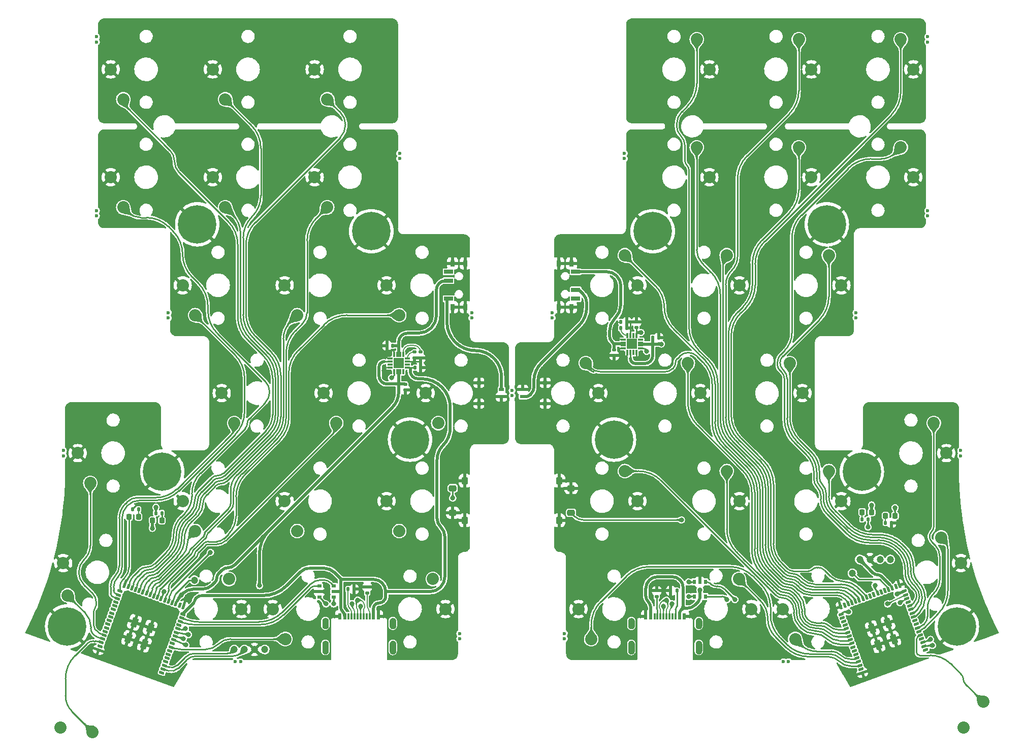
<source format=gtl>
G04 #@! TF.GenerationSoftware,KiCad,Pcbnew,(6.0.4-0)*
G04 #@! TF.CreationDate,2023-01-29T19:06:17-06:00*
G04 #@! TF.ProjectId,main,6d61696e-2e6b-4696-9361-645f70636258,0.2*
G04 #@! TF.SameCoordinates,Original*
G04 #@! TF.FileFunction,Copper,L1,Top*
G04 #@! TF.FilePolarity,Positive*
%FSLAX46Y46*%
G04 Gerber Fmt 4.6, Leading zero omitted, Abs format (unit mm)*
G04 Created by KiCad (PCBNEW (6.0.4-0)) date 2023-01-29 19:06:17*
%MOMM*%
%LPD*%
G01*
G04 APERTURE LIST*
G04 Aperture macros list*
%AMRoundRect*
0 Rectangle with rounded corners*
0 $1 Rounding radius*
0 $2 $3 $4 $5 $6 $7 $8 $9 X,Y pos of 4 corners*
0 Add a 4 corners polygon primitive as box body*
4,1,4,$2,$3,$4,$5,$6,$7,$8,$9,$2,$3,0*
0 Add four circle primitives for the rounded corners*
1,1,$1+$1,$2,$3*
1,1,$1+$1,$4,$5*
1,1,$1+$1,$6,$7*
1,1,$1+$1,$8,$9*
0 Add four rect primitives between the rounded corners*
20,1,$1+$1,$2,$3,$4,$5,0*
20,1,$1+$1,$4,$5,$6,$7,0*
20,1,$1+$1,$6,$7,$8,$9,0*
20,1,$1+$1,$8,$9,$2,$3,0*%
%AMRotRect*
0 Rectangle, with rotation*
0 The origin of the aperture is its center*
0 $1 length*
0 $2 width*
0 $3 Rotation angle, in degrees counterclockwise*
0 Add horizontal line*
21,1,$1,$2,0,0,$3*%
G04 Aperture macros list end*
G04 #@! TA.AperFunction,EtchedComponent*
%ADD10C,0.010000*%
G04 #@! TD*
G04 #@! TA.AperFunction,ComponentPad*
%ADD11C,1.200000*%
G04 #@! TD*
G04 #@! TA.AperFunction,SMDPad,CuDef*
%ADD12RoundRect,0.135000X-0.185000X0.135000X-0.185000X-0.135000X0.185000X-0.135000X0.185000X0.135000X0*%
G04 #@! TD*
G04 #@! TA.AperFunction,SMDPad,CuDef*
%ADD13RoundRect,0.135000X0.135000X0.185000X-0.135000X0.185000X-0.135000X-0.185000X0.135000X-0.185000X0*%
G04 #@! TD*
G04 #@! TA.AperFunction,ComponentPad*
%ADD14C,0.600000*%
G04 #@! TD*
G04 #@! TA.AperFunction,SMDPad,CuDef*
%ADD15RoundRect,0.007800X-0.422200X-0.122200X0.422200X-0.122200X0.422200X0.122200X-0.422200X0.122200X0*%
G04 #@! TD*
G04 #@! TA.AperFunction,SMDPad,CuDef*
%ADD16RoundRect,0.007800X0.122200X-0.422200X0.122200X0.422200X-0.122200X0.422200X-0.122200X-0.422200X0*%
G04 #@! TD*
G04 #@! TA.AperFunction,SMDPad,CuDef*
%ADD17R,1.680000X1.680000*%
G04 #@! TD*
G04 #@! TA.AperFunction,ComponentPad*
%ADD18C,0.400000*%
G04 #@! TD*
G04 #@! TA.AperFunction,SMDPad,CuDef*
%ADD19R,1.500000X0.700000*%
G04 #@! TD*
G04 #@! TA.AperFunction,SMDPad,CuDef*
%ADD20R,0.800000X1.000000*%
G04 #@! TD*
G04 #@! TA.AperFunction,SMDPad,CuDef*
%ADD21R,0.600000X1.100000*%
G04 #@! TD*
G04 #@! TA.AperFunction,SMDPad,CuDef*
%ADD22R,0.300000X1.100000*%
G04 #@! TD*
G04 #@! TA.AperFunction,ComponentPad*
%ADD23O,1.000000X2.000000*%
G04 #@! TD*
G04 #@! TA.AperFunction,ComponentPad*
%ADD24O,0.900000X1.800000*%
G04 #@! TD*
G04 #@! TA.AperFunction,SMDPad,CuDef*
%ADD25RoundRect,0.218750X0.218750X0.256250X-0.218750X0.256250X-0.218750X-0.256250X0.218750X-0.256250X0*%
G04 #@! TD*
G04 #@! TA.AperFunction,SMDPad,CuDef*
%ADD26RoundRect,0.140000X-0.170000X0.140000X-0.170000X-0.140000X0.170000X-0.140000X0.170000X0.140000X0*%
G04 #@! TD*
G04 #@! TA.AperFunction,SMDPad,CuDef*
%ADD27R,0.800000X0.550000*%
G04 #@! TD*
G04 #@! TA.AperFunction,SMDPad,CuDef*
%ADD28RoundRect,0.135000X-0.135000X-0.185000X0.135000X-0.185000X0.135000X0.185000X-0.135000X0.185000X0*%
G04 #@! TD*
G04 #@! TA.AperFunction,SMDPad,CuDef*
%ADD29RoundRect,0.140000X0.140000X0.170000X-0.140000X0.170000X-0.140000X-0.170000X0.140000X-0.170000X0*%
G04 #@! TD*
G04 #@! TA.AperFunction,SMDPad,CuDef*
%ADD30RoundRect,0.218750X-0.218750X-0.256250X0.218750X-0.256250X0.218750X0.256250X-0.218750X0.256250X0*%
G04 #@! TD*
G04 #@! TA.AperFunction,SMDPad,CuDef*
%ADD31RoundRect,0.250000X-0.400000X0.250000X-0.400000X-0.250000X0.400000X-0.250000X0.400000X0.250000X0*%
G04 #@! TD*
G04 #@! TA.AperFunction,SMDPad,CuDef*
%ADD32RoundRect,0.250000X-0.250000X0.400000X-0.250000X-0.400000X0.250000X-0.400000X0.250000X0.400000X0*%
G04 #@! TD*
G04 #@! TA.AperFunction,SMDPad,CuDef*
%ADD33R,0.850000X0.600000*%
G04 #@! TD*
G04 #@! TA.AperFunction,SMDPad,CuDef*
%ADD34R,0.800000X0.700000*%
G04 #@! TD*
G04 #@! TA.AperFunction,SMDPad,CuDef*
%ADD35RoundRect,0.140000X0.170000X-0.140000X0.170000X0.140000X-0.170000X0.140000X-0.170000X-0.140000X0*%
G04 #@! TD*
G04 #@! TA.AperFunction,SMDPad,CuDef*
%ADD36RoundRect,0.007800X-0.122200X0.422200X-0.122200X-0.422200X0.122200X-0.422200X0.122200X0.422200X0*%
G04 #@! TD*
G04 #@! TA.AperFunction,SMDPad,CuDef*
%ADD37RoundRect,0.250000X0.400000X-0.250000X0.400000X0.250000X-0.400000X0.250000X-0.400000X-0.250000X0*%
G04 #@! TD*
G04 #@! TA.AperFunction,SMDPad,CuDef*
%ADD38RoundRect,0.250000X0.250000X-0.400000X0.250000X0.400000X-0.250000X0.400000X-0.250000X-0.400000X0*%
G04 #@! TD*
G04 #@! TA.AperFunction,SMDPad,CuDef*
%ADD39RoundRect,0.135000X0.185000X-0.135000X0.185000X0.135000X-0.185000X0.135000X-0.185000X-0.135000X0*%
G04 #@! TD*
G04 #@! TA.AperFunction,SMDPad,CuDef*
%ADD40R,0.550000X0.800000*%
G04 #@! TD*
G04 #@! TA.AperFunction,ComponentPad*
%ADD41C,6.400000*%
G04 #@! TD*
G04 #@! TA.AperFunction,ComponentPad*
%ADD42C,0.800000*%
G04 #@! TD*
G04 #@! TA.AperFunction,SMDPad,CuDef*
%ADD43RotRect,1.000000X1.500000X200.000000*%
G04 #@! TD*
G04 #@! TA.AperFunction,SMDPad,CuDef*
%ADD44RoundRect,0.112500X0.278669X0.221147X-0.355624X-0.009716X-0.278669X-0.221147X0.355624X0.009716X0*%
G04 #@! TD*
G04 #@! TA.AperFunction,SMDPad,CuDef*
%ADD45RoundRect,0.112500X-0.221147X0.278669X0.009716X-0.355624X0.221147X-0.278669X-0.009716X0.355624X0*%
G04 #@! TD*
G04 #@! TA.AperFunction,SMDPad,CuDef*
%ADD46RoundRect,0.112500X0.355624X-0.009716X-0.278669X0.221147X-0.355624X0.009716X0.278669X-0.221147X0*%
G04 #@! TD*
G04 #@! TA.AperFunction,SMDPad,CuDef*
%ADD47RoundRect,0.112500X0.009716X0.355624X-0.221147X-0.278669X-0.009716X-0.355624X0.221147X0.278669X0*%
G04 #@! TD*
G04 #@! TA.AperFunction,SMDPad,CuDef*
%ADD48RotRect,1.000000X1.500000X160.000000*%
G04 #@! TD*
G04 #@! TA.AperFunction,ComponentPad*
%ADD49C,2.032000*%
G04 #@! TD*
G04 #@! TA.AperFunction,ViaPad*
%ADD50C,0.800000*%
G04 #@! TD*
G04 #@! TA.AperFunction,Conductor*
%ADD51C,0.250000*%
G04 #@! TD*
G04 #@! TA.AperFunction,Conductor*
%ADD52C,0.200000*%
G04 #@! TD*
G04 #@! TA.AperFunction,Conductor*
%ADD53C,0.500000*%
G04 #@! TD*
G04 #@! TA.AperFunction,Conductor*
%ADD54C,0.400000*%
G04 #@! TD*
G04 APERTURE END LIST*
G36*
X200834500Y-141165500D02*
G01*
X200886500Y-141173500D01*
X200937500Y-141186500D01*
X200985500Y-141205500D01*
X201032500Y-141229500D01*
X201076500Y-141257500D01*
X201117500Y-141290500D01*
X201154500Y-141327500D01*
X201187500Y-141368500D01*
X201215500Y-141412500D01*
X201239500Y-141459500D01*
X201258500Y-141507500D01*
X201271500Y-141558500D01*
X201279500Y-141610500D01*
X201282500Y-141662500D01*
X201282500Y-142462500D01*
X201279500Y-142514500D01*
X201271500Y-142566500D01*
X201258500Y-142617500D01*
X201239500Y-142665500D01*
X201215500Y-142712500D01*
X201187500Y-142756500D01*
X201154500Y-142797500D01*
X201117500Y-142834500D01*
X201076500Y-142867500D01*
X201032500Y-142895500D01*
X200985500Y-142919500D01*
X200937500Y-142938500D01*
X200886500Y-142951500D01*
X200834500Y-142959500D01*
X200782500Y-142962500D01*
X200730500Y-142959500D01*
X200678500Y-142951500D01*
X200627500Y-142938500D01*
X200579500Y-142919500D01*
X200532500Y-142895500D01*
X200488500Y-142867500D01*
X200447500Y-142834500D01*
X200410500Y-142797500D01*
X200377500Y-142756500D01*
X200349500Y-142712500D01*
X200325500Y-142665500D01*
X200306500Y-142617500D01*
X200293500Y-142566500D01*
X200285500Y-142514500D01*
X200282500Y-142462500D01*
X200282500Y-141662500D01*
X200285500Y-141610500D01*
X200293500Y-141558500D01*
X200306500Y-141507500D01*
X200325500Y-141459500D01*
X200349500Y-141412500D01*
X200377500Y-141368500D01*
X200410500Y-141327500D01*
X200447500Y-141290500D01*
X200488500Y-141257500D01*
X200532500Y-141229500D01*
X200579500Y-141205500D01*
X200627500Y-141186500D01*
X200678500Y-141173500D01*
X200730500Y-141165500D01*
X200782500Y-141162500D01*
X200834500Y-141165500D01*
G37*
D10*
X200834500Y-141165500D02*
X200886500Y-141173500D01*
X200937500Y-141186500D01*
X200985500Y-141205500D01*
X201032500Y-141229500D01*
X201076500Y-141257500D01*
X201117500Y-141290500D01*
X201154500Y-141327500D01*
X201187500Y-141368500D01*
X201215500Y-141412500D01*
X201239500Y-141459500D01*
X201258500Y-141507500D01*
X201271500Y-141558500D01*
X201279500Y-141610500D01*
X201282500Y-141662500D01*
X201282500Y-142462500D01*
X201279500Y-142514500D01*
X201271500Y-142566500D01*
X201258500Y-142617500D01*
X201239500Y-142665500D01*
X201215500Y-142712500D01*
X201187500Y-142756500D01*
X201154500Y-142797500D01*
X201117500Y-142834500D01*
X201076500Y-142867500D01*
X201032500Y-142895500D01*
X200985500Y-142919500D01*
X200937500Y-142938500D01*
X200886500Y-142951500D01*
X200834500Y-142959500D01*
X200782500Y-142962500D01*
X200730500Y-142959500D01*
X200678500Y-142951500D01*
X200627500Y-142938500D01*
X200579500Y-142919500D01*
X200532500Y-142895500D01*
X200488500Y-142867500D01*
X200447500Y-142834500D01*
X200410500Y-142797500D01*
X200377500Y-142756500D01*
X200349500Y-142712500D01*
X200325500Y-142665500D01*
X200306500Y-142617500D01*
X200293500Y-142566500D01*
X200285500Y-142514500D01*
X200282500Y-142462500D01*
X200282500Y-141662500D01*
X200285500Y-141610500D01*
X200293500Y-141558500D01*
X200306500Y-141507500D01*
X200325500Y-141459500D01*
X200349500Y-141412500D01*
X200377500Y-141368500D01*
X200410500Y-141327500D01*
X200447500Y-141290500D01*
X200488500Y-141257500D01*
X200532500Y-141229500D01*
X200579500Y-141205500D01*
X200627500Y-141186500D01*
X200678500Y-141173500D01*
X200730500Y-141165500D01*
X200782500Y-141162500D01*
X200834500Y-141165500D01*
G36*
X189594500Y-144965500D02*
G01*
X189646500Y-144973500D01*
X189697500Y-144986500D01*
X189745500Y-145005500D01*
X189792500Y-145029500D01*
X189836500Y-145057500D01*
X189877500Y-145090500D01*
X189914500Y-145127500D01*
X189947500Y-145168500D01*
X189975500Y-145212500D01*
X189999500Y-145259500D01*
X190018500Y-145307500D01*
X190031500Y-145358500D01*
X190039500Y-145410500D01*
X190042500Y-145462500D01*
X190042500Y-146662500D01*
X190039500Y-146714500D01*
X190031500Y-146766500D01*
X190018500Y-146817500D01*
X189999500Y-146865500D01*
X189975500Y-146912500D01*
X189947500Y-146956500D01*
X189914500Y-146997500D01*
X189877500Y-147034500D01*
X189836500Y-147067500D01*
X189792500Y-147095500D01*
X189745500Y-147119500D01*
X189697500Y-147138500D01*
X189646500Y-147151500D01*
X189594500Y-147159500D01*
X189542500Y-147162500D01*
X189490500Y-147159500D01*
X189438500Y-147151500D01*
X189387500Y-147138500D01*
X189339500Y-147119500D01*
X189292500Y-147095500D01*
X189248500Y-147067500D01*
X189207500Y-147034500D01*
X189170500Y-146997500D01*
X189137500Y-146956500D01*
X189109500Y-146912500D01*
X189085500Y-146865500D01*
X189066500Y-146817500D01*
X189053500Y-146766500D01*
X189045500Y-146714500D01*
X189042500Y-146662500D01*
X189042500Y-145462500D01*
X189045500Y-145410500D01*
X189053500Y-145358500D01*
X189066500Y-145307500D01*
X189085500Y-145259500D01*
X189109500Y-145212500D01*
X189137500Y-145168500D01*
X189170500Y-145127500D01*
X189207500Y-145090500D01*
X189248500Y-145057500D01*
X189292500Y-145029500D01*
X189339500Y-145005500D01*
X189387500Y-144986500D01*
X189438500Y-144973500D01*
X189490500Y-144965500D01*
X189542500Y-144962500D01*
X189594500Y-144965500D01*
G37*
X189594500Y-144965500D02*
X189646500Y-144973500D01*
X189697500Y-144986500D01*
X189745500Y-145005500D01*
X189792500Y-145029500D01*
X189836500Y-145057500D01*
X189877500Y-145090500D01*
X189914500Y-145127500D01*
X189947500Y-145168500D01*
X189975500Y-145212500D01*
X189999500Y-145259500D01*
X190018500Y-145307500D01*
X190031500Y-145358500D01*
X190039500Y-145410500D01*
X190042500Y-145462500D01*
X190042500Y-146662500D01*
X190039500Y-146714500D01*
X190031500Y-146766500D01*
X190018500Y-146817500D01*
X189999500Y-146865500D01*
X189975500Y-146912500D01*
X189947500Y-146956500D01*
X189914500Y-146997500D01*
X189877500Y-147034500D01*
X189836500Y-147067500D01*
X189792500Y-147095500D01*
X189745500Y-147119500D01*
X189697500Y-147138500D01*
X189646500Y-147151500D01*
X189594500Y-147159500D01*
X189542500Y-147162500D01*
X189490500Y-147159500D01*
X189438500Y-147151500D01*
X189387500Y-147138500D01*
X189339500Y-147119500D01*
X189292500Y-147095500D01*
X189248500Y-147067500D01*
X189207500Y-147034500D01*
X189170500Y-146997500D01*
X189137500Y-146956500D01*
X189109500Y-146912500D01*
X189085500Y-146865500D01*
X189066500Y-146817500D01*
X189053500Y-146766500D01*
X189045500Y-146714500D01*
X189042500Y-146662500D01*
X189042500Y-145462500D01*
X189045500Y-145410500D01*
X189053500Y-145358500D01*
X189066500Y-145307500D01*
X189085500Y-145259500D01*
X189109500Y-145212500D01*
X189137500Y-145168500D01*
X189170500Y-145127500D01*
X189207500Y-145090500D01*
X189248500Y-145057500D01*
X189292500Y-145029500D01*
X189339500Y-145005500D01*
X189387500Y-144986500D01*
X189438500Y-144973500D01*
X189490500Y-144965500D01*
X189542500Y-144962500D01*
X189594500Y-144965500D01*
G36*
X189594500Y-141165500D02*
G01*
X189646500Y-141173500D01*
X189697500Y-141186500D01*
X189745500Y-141205500D01*
X189792500Y-141229500D01*
X189836500Y-141257500D01*
X189877500Y-141290500D01*
X189914500Y-141327500D01*
X189947500Y-141368500D01*
X189975500Y-141412500D01*
X189999500Y-141459500D01*
X190018500Y-141507500D01*
X190031500Y-141558500D01*
X190039500Y-141610500D01*
X190042500Y-141662500D01*
X190042500Y-142462500D01*
X190039500Y-142514500D01*
X190031500Y-142566500D01*
X190018500Y-142617500D01*
X189999500Y-142665500D01*
X189975500Y-142712500D01*
X189947500Y-142756500D01*
X189914500Y-142797500D01*
X189877500Y-142834500D01*
X189836500Y-142867500D01*
X189792500Y-142895500D01*
X189745500Y-142919500D01*
X189697500Y-142938500D01*
X189646500Y-142951500D01*
X189594500Y-142959500D01*
X189542500Y-142962500D01*
X189490500Y-142959500D01*
X189438500Y-142951500D01*
X189387500Y-142938500D01*
X189339500Y-142919500D01*
X189292500Y-142895500D01*
X189248500Y-142867500D01*
X189207500Y-142834500D01*
X189170500Y-142797500D01*
X189137500Y-142756500D01*
X189109500Y-142712500D01*
X189085500Y-142665500D01*
X189066500Y-142617500D01*
X189053500Y-142566500D01*
X189045500Y-142514500D01*
X189042500Y-142462500D01*
X189042500Y-141662500D01*
X189045500Y-141610500D01*
X189053500Y-141558500D01*
X189066500Y-141507500D01*
X189085500Y-141459500D01*
X189109500Y-141412500D01*
X189137500Y-141368500D01*
X189170500Y-141327500D01*
X189207500Y-141290500D01*
X189248500Y-141257500D01*
X189292500Y-141229500D01*
X189339500Y-141205500D01*
X189387500Y-141186500D01*
X189438500Y-141173500D01*
X189490500Y-141165500D01*
X189542500Y-141162500D01*
X189594500Y-141165500D01*
G37*
X189594500Y-141165500D02*
X189646500Y-141173500D01*
X189697500Y-141186500D01*
X189745500Y-141205500D01*
X189792500Y-141229500D01*
X189836500Y-141257500D01*
X189877500Y-141290500D01*
X189914500Y-141327500D01*
X189947500Y-141368500D01*
X189975500Y-141412500D01*
X189999500Y-141459500D01*
X190018500Y-141507500D01*
X190031500Y-141558500D01*
X190039500Y-141610500D01*
X190042500Y-141662500D01*
X190042500Y-142462500D01*
X190039500Y-142514500D01*
X190031500Y-142566500D01*
X190018500Y-142617500D01*
X189999500Y-142665500D01*
X189975500Y-142712500D01*
X189947500Y-142756500D01*
X189914500Y-142797500D01*
X189877500Y-142834500D01*
X189836500Y-142867500D01*
X189792500Y-142895500D01*
X189745500Y-142919500D01*
X189697500Y-142938500D01*
X189646500Y-142951500D01*
X189594500Y-142959500D01*
X189542500Y-142962500D01*
X189490500Y-142959500D01*
X189438500Y-142951500D01*
X189387500Y-142938500D01*
X189339500Y-142919500D01*
X189292500Y-142895500D01*
X189248500Y-142867500D01*
X189207500Y-142834500D01*
X189170500Y-142797500D01*
X189137500Y-142756500D01*
X189109500Y-142712500D01*
X189085500Y-142665500D01*
X189066500Y-142617500D01*
X189053500Y-142566500D01*
X189045500Y-142514500D01*
X189042500Y-142462500D01*
X189042500Y-141662500D01*
X189045500Y-141610500D01*
X189053500Y-141558500D01*
X189066500Y-141507500D01*
X189085500Y-141459500D01*
X189109500Y-141412500D01*
X189137500Y-141368500D01*
X189170500Y-141327500D01*
X189207500Y-141290500D01*
X189248500Y-141257500D01*
X189292500Y-141229500D01*
X189339500Y-141205500D01*
X189387500Y-141186500D01*
X189438500Y-141173500D01*
X189490500Y-141165500D01*
X189542500Y-141162500D01*
X189594500Y-141165500D01*
G36*
X200834500Y-144965500D02*
G01*
X200886500Y-144973500D01*
X200937500Y-144986500D01*
X200985500Y-145005500D01*
X201032500Y-145029500D01*
X201076500Y-145057500D01*
X201117500Y-145090500D01*
X201154500Y-145127500D01*
X201187500Y-145168500D01*
X201215500Y-145212500D01*
X201239500Y-145259500D01*
X201258500Y-145307500D01*
X201271500Y-145358500D01*
X201279500Y-145410500D01*
X201282500Y-145462500D01*
X201282500Y-146662500D01*
X201279500Y-146714500D01*
X201271500Y-146766500D01*
X201258500Y-146817500D01*
X201239500Y-146865500D01*
X201215500Y-146912500D01*
X201187500Y-146956500D01*
X201154500Y-146997500D01*
X201117500Y-147034500D01*
X201076500Y-147067500D01*
X201032500Y-147095500D01*
X200985500Y-147119500D01*
X200937500Y-147138500D01*
X200886500Y-147151500D01*
X200834500Y-147159500D01*
X200782500Y-147162500D01*
X200730500Y-147159500D01*
X200678500Y-147151500D01*
X200627500Y-147138500D01*
X200579500Y-147119500D01*
X200532500Y-147095500D01*
X200488500Y-147067500D01*
X200447500Y-147034500D01*
X200410500Y-146997500D01*
X200377500Y-146956500D01*
X200349500Y-146912500D01*
X200325500Y-146865500D01*
X200306500Y-146817500D01*
X200293500Y-146766500D01*
X200285500Y-146714500D01*
X200282500Y-146662500D01*
X200282500Y-145462500D01*
X200285500Y-145410500D01*
X200293500Y-145358500D01*
X200306500Y-145307500D01*
X200325500Y-145259500D01*
X200349500Y-145212500D01*
X200377500Y-145168500D01*
X200410500Y-145127500D01*
X200447500Y-145090500D01*
X200488500Y-145057500D01*
X200532500Y-145029500D01*
X200579500Y-145005500D01*
X200627500Y-144986500D01*
X200678500Y-144973500D01*
X200730500Y-144965500D01*
X200782500Y-144962500D01*
X200834500Y-144965500D01*
G37*
X200834500Y-144965500D02*
X200886500Y-144973500D01*
X200937500Y-144986500D01*
X200985500Y-145005500D01*
X201032500Y-145029500D01*
X201076500Y-145057500D01*
X201117500Y-145090500D01*
X201154500Y-145127500D01*
X201187500Y-145168500D01*
X201215500Y-145212500D01*
X201239500Y-145259500D01*
X201258500Y-145307500D01*
X201271500Y-145358500D01*
X201279500Y-145410500D01*
X201282500Y-145462500D01*
X201282500Y-146662500D01*
X201279500Y-146714500D01*
X201271500Y-146766500D01*
X201258500Y-146817500D01*
X201239500Y-146865500D01*
X201215500Y-146912500D01*
X201187500Y-146956500D01*
X201154500Y-146997500D01*
X201117500Y-147034500D01*
X201076500Y-147067500D01*
X201032500Y-147095500D01*
X200985500Y-147119500D01*
X200937500Y-147138500D01*
X200886500Y-147151500D01*
X200834500Y-147159500D01*
X200782500Y-147162500D01*
X200730500Y-147159500D01*
X200678500Y-147151500D01*
X200627500Y-147138500D01*
X200579500Y-147119500D01*
X200532500Y-147095500D01*
X200488500Y-147067500D01*
X200447500Y-147034500D01*
X200410500Y-146997500D01*
X200377500Y-146956500D01*
X200349500Y-146912500D01*
X200325500Y-146865500D01*
X200306500Y-146817500D01*
X200293500Y-146766500D01*
X200285500Y-146714500D01*
X200282500Y-146662500D01*
X200282500Y-145462500D01*
X200285500Y-145410500D01*
X200293500Y-145358500D01*
X200306500Y-145307500D01*
X200325500Y-145259500D01*
X200349500Y-145212500D01*
X200377500Y-145168500D01*
X200410500Y-145127500D01*
X200447500Y-145090500D01*
X200488500Y-145057500D01*
X200532500Y-145029500D01*
X200579500Y-145005500D01*
X200627500Y-144986500D01*
X200678500Y-144973500D01*
X200730500Y-144965500D01*
X200782500Y-144962500D01*
X200834500Y-144965500D01*
G36*
X138594500Y-141165500D02*
G01*
X138646500Y-141173500D01*
X138697500Y-141186500D01*
X138745500Y-141205500D01*
X138792500Y-141229500D01*
X138836500Y-141257500D01*
X138877500Y-141290500D01*
X138914500Y-141327500D01*
X138947500Y-141368500D01*
X138975500Y-141412500D01*
X138999500Y-141459500D01*
X139018500Y-141507500D01*
X139031500Y-141558500D01*
X139039500Y-141610500D01*
X139042500Y-141662500D01*
X139042500Y-142462500D01*
X139039500Y-142514500D01*
X139031500Y-142566500D01*
X139018500Y-142617500D01*
X138999500Y-142665500D01*
X138975500Y-142712500D01*
X138947500Y-142756500D01*
X138914500Y-142797500D01*
X138877500Y-142834500D01*
X138836500Y-142867500D01*
X138792500Y-142895500D01*
X138745500Y-142919500D01*
X138697500Y-142938500D01*
X138646500Y-142951500D01*
X138594500Y-142959500D01*
X138542500Y-142962500D01*
X138490500Y-142959500D01*
X138438500Y-142951500D01*
X138387500Y-142938500D01*
X138339500Y-142919500D01*
X138292500Y-142895500D01*
X138248500Y-142867500D01*
X138207500Y-142834500D01*
X138170500Y-142797500D01*
X138137500Y-142756500D01*
X138109500Y-142712500D01*
X138085500Y-142665500D01*
X138066500Y-142617500D01*
X138053500Y-142566500D01*
X138045500Y-142514500D01*
X138042500Y-142462500D01*
X138042500Y-141662500D01*
X138045500Y-141610500D01*
X138053500Y-141558500D01*
X138066500Y-141507500D01*
X138085500Y-141459500D01*
X138109500Y-141412500D01*
X138137500Y-141368500D01*
X138170500Y-141327500D01*
X138207500Y-141290500D01*
X138248500Y-141257500D01*
X138292500Y-141229500D01*
X138339500Y-141205500D01*
X138387500Y-141186500D01*
X138438500Y-141173500D01*
X138490500Y-141165500D01*
X138542500Y-141162500D01*
X138594500Y-141165500D01*
G37*
X138594500Y-141165500D02*
X138646500Y-141173500D01*
X138697500Y-141186500D01*
X138745500Y-141205500D01*
X138792500Y-141229500D01*
X138836500Y-141257500D01*
X138877500Y-141290500D01*
X138914500Y-141327500D01*
X138947500Y-141368500D01*
X138975500Y-141412500D01*
X138999500Y-141459500D01*
X139018500Y-141507500D01*
X139031500Y-141558500D01*
X139039500Y-141610500D01*
X139042500Y-141662500D01*
X139042500Y-142462500D01*
X139039500Y-142514500D01*
X139031500Y-142566500D01*
X139018500Y-142617500D01*
X138999500Y-142665500D01*
X138975500Y-142712500D01*
X138947500Y-142756500D01*
X138914500Y-142797500D01*
X138877500Y-142834500D01*
X138836500Y-142867500D01*
X138792500Y-142895500D01*
X138745500Y-142919500D01*
X138697500Y-142938500D01*
X138646500Y-142951500D01*
X138594500Y-142959500D01*
X138542500Y-142962500D01*
X138490500Y-142959500D01*
X138438500Y-142951500D01*
X138387500Y-142938500D01*
X138339500Y-142919500D01*
X138292500Y-142895500D01*
X138248500Y-142867500D01*
X138207500Y-142834500D01*
X138170500Y-142797500D01*
X138137500Y-142756500D01*
X138109500Y-142712500D01*
X138085500Y-142665500D01*
X138066500Y-142617500D01*
X138053500Y-142566500D01*
X138045500Y-142514500D01*
X138042500Y-142462500D01*
X138042500Y-141662500D01*
X138045500Y-141610500D01*
X138053500Y-141558500D01*
X138066500Y-141507500D01*
X138085500Y-141459500D01*
X138109500Y-141412500D01*
X138137500Y-141368500D01*
X138170500Y-141327500D01*
X138207500Y-141290500D01*
X138248500Y-141257500D01*
X138292500Y-141229500D01*
X138339500Y-141205500D01*
X138387500Y-141186500D01*
X138438500Y-141173500D01*
X138490500Y-141165500D01*
X138542500Y-141162500D01*
X138594500Y-141165500D01*
G36*
X149834500Y-144965500D02*
G01*
X149886500Y-144973500D01*
X149937500Y-144986500D01*
X149985500Y-145005500D01*
X150032500Y-145029500D01*
X150076500Y-145057500D01*
X150117500Y-145090500D01*
X150154500Y-145127500D01*
X150187500Y-145168500D01*
X150215500Y-145212500D01*
X150239500Y-145259500D01*
X150258500Y-145307500D01*
X150271500Y-145358500D01*
X150279500Y-145410500D01*
X150282500Y-145462500D01*
X150282500Y-146662500D01*
X150279500Y-146714500D01*
X150271500Y-146766500D01*
X150258500Y-146817500D01*
X150239500Y-146865500D01*
X150215500Y-146912500D01*
X150187500Y-146956500D01*
X150154500Y-146997500D01*
X150117500Y-147034500D01*
X150076500Y-147067500D01*
X150032500Y-147095500D01*
X149985500Y-147119500D01*
X149937500Y-147138500D01*
X149886500Y-147151500D01*
X149834500Y-147159500D01*
X149782500Y-147162500D01*
X149730500Y-147159500D01*
X149678500Y-147151500D01*
X149627500Y-147138500D01*
X149579500Y-147119500D01*
X149532500Y-147095500D01*
X149488500Y-147067500D01*
X149447500Y-147034500D01*
X149410500Y-146997500D01*
X149377500Y-146956500D01*
X149349500Y-146912500D01*
X149325500Y-146865500D01*
X149306500Y-146817500D01*
X149293500Y-146766500D01*
X149285500Y-146714500D01*
X149282500Y-146662500D01*
X149282500Y-145462500D01*
X149285500Y-145410500D01*
X149293500Y-145358500D01*
X149306500Y-145307500D01*
X149325500Y-145259500D01*
X149349500Y-145212500D01*
X149377500Y-145168500D01*
X149410500Y-145127500D01*
X149447500Y-145090500D01*
X149488500Y-145057500D01*
X149532500Y-145029500D01*
X149579500Y-145005500D01*
X149627500Y-144986500D01*
X149678500Y-144973500D01*
X149730500Y-144965500D01*
X149782500Y-144962500D01*
X149834500Y-144965500D01*
G37*
X149834500Y-144965500D02*
X149886500Y-144973500D01*
X149937500Y-144986500D01*
X149985500Y-145005500D01*
X150032500Y-145029500D01*
X150076500Y-145057500D01*
X150117500Y-145090500D01*
X150154500Y-145127500D01*
X150187500Y-145168500D01*
X150215500Y-145212500D01*
X150239500Y-145259500D01*
X150258500Y-145307500D01*
X150271500Y-145358500D01*
X150279500Y-145410500D01*
X150282500Y-145462500D01*
X150282500Y-146662500D01*
X150279500Y-146714500D01*
X150271500Y-146766500D01*
X150258500Y-146817500D01*
X150239500Y-146865500D01*
X150215500Y-146912500D01*
X150187500Y-146956500D01*
X150154500Y-146997500D01*
X150117500Y-147034500D01*
X150076500Y-147067500D01*
X150032500Y-147095500D01*
X149985500Y-147119500D01*
X149937500Y-147138500D01*
X149886500Y-147151500D01*
X149834500Y-147159500D01*
X149782500Y-147162500D01*
X149730500Y-147159500D01*
X149678500Y-147151500D01*
X149627500Y-147138500D01*
X149579500Y-147119500D01*
X149532500Y-147095500D01*
X149488500Y-147067500D01*
X149447500Y-147034500D01*
X149410500Y-146997500D01*
X149377500Y-146956500D01*
X149349500Y-146912500D01*
X149325500Y-146865500D01*
X149306500Y-146817500D01*
X149293500Y-146766500D01*
X149285500Y-146714500D01*
X149282500Y-146662500D01*
X149282500Y-145462500D01*
X149285500Y-145410500D01*
X149293500Y-145358500D01*
X149306500Y-145307500D01*
X149325500Y-145259500D01*
X149349500Y-145212500D01*
X149377500Y-145168500D01*
X149410500Y-145127500D01*
X149447500Y-145090500D01*
X149488500Y-145057500D01*
X149532500Y-145029500D01*
X149579500Y-145005500D01*
X149627500Y-144986500D01*
X149678500Y-144973500D01*
X149730500Y-144965500D01*
X149782500Y-144962500D01*
X149834500Y-144965500D01*
G36*
X149834500Y-141165500D02*
G01*
X149886500Y-141173500D01*
X149937500Y-141186500D01*
X149985500Y-141205500D01*
X150032500Y-141229500D01*
X150076500Y-141257500D01*
X150117500Y-141290500D01*
X150154500Y-141327500D01*
X150187500Y-141368500D01*
X150215500Y-141412500D01*
X150239500Y-141459500D01*
X150258500Y-141507500D01*
X150271500Y-141558500D01*
X150279500Y-141610500D01*
X150282500Y-141662500D01*
X150282500Y-142462500D01*
X150279500Y-142514500D01*
X150271500Y-142566500D01*
X150258500Y-142617500D01*
X150239500Y-142665500D01*
X150215500Y-142712500D01*
X150187500Y-142756500D01*
X150154500Y-142797500D01*
X150117500Y-142834500D01*
X150076500Y-142867500D01*
X150032500Y-142895500D01*
X149985500Y-142919500D01*
X149937500Y-142938500D01*
X149886500Y-142951500D01*
X149834500Y-142959500D01*
X149782500Y-142962500D01*
X149730500Y-142959500D01*
X149678500Y-142951500D01*
X149627500Y-142938500D01*
X149579500Y-142919500D01*
X149532500Y-142895500D01*
X149488500Y-142867500D01*
X149447500Y-142834500D01*
X149410500Y-142797500D01*
X149377500Y-142756500D01*
X149349500Y-142712500D01*
X149325500Y-142665500D01*
X149306500Y-142617500D01*
X149293500Y-142566500D01*
X149285500Y-142514500D01*
X149282500Y-142462500D01*
X149282500Y-141662500D01*
X149285500Y-141610500D01*
X149293500Y-141558500D01*
X149306500Y-141507500D01*
X149325500Y-141459500D01*
X149349500Y-141412500D01*
X149377500Y-141368500D01*
X149410500Y-141327500D01*
X149447500Y-141290500D01*
X149488500Y-141257500D01*
X149532500Y-141229500D01*
X149579500Y-141205500D01*
X149627500Y-141186500D01*
X149678500Y-141173500D01*
X149730500Y-141165500D01*
X149782500Y-141162500D01*
X149834500Y-141165500D01*
G37*
X149834500Y-141165500D02*
X149886500Y-141173500D01*
X149937500Y-141186500D01*
X149985500Y-141205500D01*
X150032500Y-141229500D01*
X150076500Y-141257500D01*
X150117500Y-141290500D01*
X150154500Y-141327500D01*
X150187500Y-141368500D01*
X150215500Y-141412500D01*
X150239500Y-141459500D01*
X150258500Y-141507500D01*
X150271500Y-141558500D01*
X150279500Y-141610500D01*
X150282500Y-141662500D01*
X150282500Y-142462500D01*
X150279500Y-142514500D01*
X150271500Y-142566500D01*
X150258500Y-142617500D01*
X150239500Y-142665500D01*
X150215500Y-142712500D01*
X150187500Y-142756500D01*
X150154500Y-142797500D01*
X150117500Y-142834500D01*
X150076500Y-142867500D01*
X150032500Y-142895500D01*
X149985500Y-142919500D01*
X149937500Y-142938500D01*
X149886500Y-142951500D01*
X149834500Y-142959500D01*
X149782500Y-142962500D01*
X149730500Y-142959500D01*
X149678500Y-142951500D01*
X149627500Y-142938500D01*
X149579500Y-142919500D01*
X149532500Y-142895500D01*
X149488500Y-142867500D01*
X149447500Y-142834500D01*
X149410500Y-142797500D01*
X149377500Y-142756500D01*
X149349500Y-142712500D01*
X149325500Y-142665500D01*
X149306500Y-142617500D01*
X149293500Y-142566500D01*
X149285500Y-142514500D01*
X149282500Y-142462500D01*
X149282500Y-141662500D01*
X149285500Y-141610500D01*
X149293500Y-141558500D01*
X149306500Y-141507500D01*
X149325500Y-141459500D01*
X149349500Y-141412500D01*
X149377500Y-141368500D01*
X149410500Y-141327500D01*
X149447500Y-141290500D01*
X149488500Y-141257500D01*
X149532500Y-141229500D01*
X149579500Y-141205500D01*
X149627500Y-141186500D01*
X149678500Y-141173500D01*
X149730500Y-141165500D01*
X149782500Y-141162500D01*
X149834500Y-141165500D01*
G36*
X138594500Y-144965500D02*
G01*
X138646500Y-144973500D01*
X138697500Y-144986500D01*
X138745500Y-145005500D01*
X138792500Y-145029500D01*
X138836500Y-145057500D01*
X138877500Y-145090500D01*
X138914500Y-145127500D01*
X138947500Y-145168500D01*
X138975500Y-145212500D01*
X138999500Y-145259500D01*
X139018500Y-145307500D01*
X139031500Y-145358500D01*
X139039500Y-145410500D01*
X139042500Y-145462500D01*
X139042500Y-146662500D01*
X139039500Y-146714500D01*
X139031500Y-146766500D01*
X139018500Y-146817500D01*
X138999500Y-146865500D01*
X138975500Y-146912500D01*
X138947500Y-146956500D01*
X138914500Y-146997500D01*
X138877500Y-147034500D01*
X138836500Y-147067500D01*
X138792500Y-147095500D01*
X138745500Y-147119500D01*
X138697500Y-147138500D01*
X138646500Y-147151500D01*
X138594500Y-147159500D01*
X138542500Y-147162500D01*
X138490500Y-147159500D01*
X138438500Y-147151500D01*
X138387500Y-147138500D01*
X138339500Y-147119500D01*
X138292500Y-147095500D01*
X138248500Y-147067500D01*
X138207500Y-147034500D01*
X138170500Y-146997500D01*
X138137500Y-146956500D01*
X138109500Y-146912500D01*
X138085500Y-146865500D01*
X138066500Y-146817500D01*
X138053500Y-146766500D01*
X138045500Y-146714500D01*
X138042500Y-146662500D01*
X138042500Y-145462500D01*
X138045500Y-145410500D01*
X138053500Y-145358500D01*
X138066500Y-145307500D01*
X138085500Y-145259500D01*
X138109500Y-145212500D01*
X138137500Y-145168500D01*
X138170500Y-145127500D01*
X138207500Y-145090500D01*
X138248500Y-145057500D01*
X138292500Y-145029500D01*
X138339500Y-145005500D01*
X138387500Y-144986500D01*
X138438500Y-144973500D01*
X138490500Y-144965500D01*
X138542500Y-144962500D01*
X138594500Y-144965500D01*
G37*
X138594500Y-144965500D02*
X138646500Y-144973500D01*
X138697500Y-144986500D01*
X138745500Y-145005500D01*
X138792500Y-145029500D01*
X138836500Y-145057500D01*
X138877500Y-145090500D01*
X138914500Y-145127500D01*
X138947500Y-145168500D01*
X138975500Y-145212500D01*
X138999500Y-145259500D01*
X139018500Y-145307500D01*
X139031500Y-145358500D01*
X139039500Y-145410500D01*
X139042500Y-145462500D01*
X139042500Y-146662500D01*
X139039500Y-146714500D01*
X139031500Y-146766500D01*
X139018500Y-146817500D01*
X138999500Y-146865500D01*
X138975500Y-146912500D01*
X138947500Y-146956500D01*
X138914500Y-146997500D01*
X138877500Y-147034500D01*
X138836500Y-147067500D01*
X138792500Y-147095500D01*
X138745500Y-147119500D01*
X138697500Y-147138500D01*
X138646500Y-147151500D01*
X138594500Y-147159500D01*
X138542500Y-147162500D01*
X138490500Y-147159500D01*
X138438500Y-147151500D01*
X138387500Y-147138500D01*
X138339500Y-147119500D01*
X138292500Y-147095500D01*
X138248500Y-147067500D01*
X138207500Y-147034500D01*
X138170500Y-146997500D01*
X138137500Y-146956500D01*
X138109500Y-146912500D01*
X138085500Y-146865500D01*
X138066500Y-146817500D01*
X138053500Y-146766500D01*
X138045500Y-146714500D01*
X138042500Y-146662500D01*
X138042500Y-145462500D01*
X138045500Y-145410500D01*
X138053500Y-145358500D01*
X138066500Y-145307500D01*
X138085500Y-145259500D01*
X138109500Y-145212500D01*
X138137500Y-145168500D01*
X138170500Y-145127500D01*
X138207500Y-145090500D01*
X138248500Y-145057500D01*
X138292500Y-145029500D01*
X138339500Y-145005500D01*
X138387500Y-144986500D01*
X138438500Y-144973500D01*
X138490500Y-144965500D01*
X138542500Y-144962500D01*
X138594500Y-144965500D01*
D11*
X226400000Y-133700000D03*
X116700000Y-134850000D03*
D12*
X193775000Y-136590000D03*
X193775000Y-137610000D03*
D13*
X197135000Y-136600000D03*
X196115000Y-136600000D03*
X142325000Y-136350000D03*
X143345000Y-136350000D03*
D12*
X145525000Y-135990000D03*
X145525000Y-137010000D03*
D14*
X238950000Y-74100000D03*
D15*
X188213402Y-94712500D03*
X188213402Y-95212500D03*
X188213402Y-95712500D03*
X188213402Y-96212500D03*
D16*
X188898402Y-96897500D03*
X189398402Y-96897500D03*
X189898402Y-96897500D03*
X190398402Y-96897500D03*
D15*
X191083402Y-96212500D03*
X191083402Y-95712500D03*
X191083402Y-95212500D03*
X191083402Y-94712500D03*
D16*
X190398402Y-94027500D03*
X189898402Y-94027500D03*
X189398402Y-94027500D03*
X188898402Y-94027500D03*
D17*
X189648402Y-95462500D03*
D18*
X189648402Y-95462500D03*
X189068402Y-94882500D03*
X190228402Y-94882500D03*
X189068402Y-96042500D03*
X190228402Y-96042500D03*
D14*
X244450000Y-114100000D03*
D11*
X232712500Y-131387500D03*
X227612500Y-131387500D03*
D19*
X180264500Y-83412500D03*
X180264500Y-86412500D03*
X180264500Y-87912500D03*
D20*
X179564500Y-82012500D03*
X177464500Y-82012500D03*
X177464500Y-89312500D03*
X179564500Y-89312500D03*
D21*
X191962500Y-140912500D03*
X192762500Y-140912500D03*
D22*
X193912500Y-140912500D03*
X194912500Y-140912500D03*
X195412500Y-140912500D03*
X196412500Y-140912500D03*
D21*
X198362500Y-140912500D03*
X197562500Y-140912500D03*
D22*
X196912500Y-140912500D03*
X195912500Y-140912500D03*
X194412500Y-140912500D03*
X193412500Y-140912500D03*
D23*
X189542500Y-146062500D03*
X200782500Y-146062500D03*
D24*
X189542500Y-142062500D03*
X200782500Y-142062500D03*
D14*
X169663000Y-103225000D03*
X178375000Y-143725000D03*
D25*
X107400000Y-124262500D03*
X105825000Y-124262500D03*
D14*
X112375000Y-91100000D03*
D26*
X186710902Y-96432500D03*
X186710902Y-97392500D03*
D14*
X227000000Y-91100000D03*
X214875000Y-148450000D03*
D27*
X137545187Y-135807266D03*
X137545187Y-136757266D03*
X137545187Y-137707266D03*
X139945187Y-137707266D03*
X139945187Y-136757266D03*
X139945187Y-135807266D03*
D28*
X228012500Y-124692500D03*
X229032500Y-124692500D03*
D14*
X238950000Y-44225000D03*
D29*
X154438750Y-99425000D03*
X153478750Y-99425000D03*
D21*
X140962500Y-140912500D03*
X141762500Y-140912500D03*
D22*
X142912500Y-140912500D03*
X143912500Y-140912500D03*
X144412500Y-140912500D03*
X145412500Y-140912500D03*
D21*
X147362500Y-140912500D03*
X146562500Y-140912500D03*
D22*
X145912500Y-140912500D03*
X144912500Y-140912500D03*
X143412500Y-140912500D03*
X142412500Y-140912500D03*
D23*
X138542500Y-146062500D03*
X149782500Y-146062500D03*
D24*
X138542500Y-142062500D03*
X149782500Y-142062500D03*
D30*
X231925000Y-124092500D03*
X233500000Y-124092500D03*
D14*
X188375000Y-63675000D03*
D31*
X179512500Y-119517500D03*
X179512500Y-123617500D03*
D32*
X177512500Y-124867500D03*
X177512500Y-118267500D03*
D14*
X124425000Y-148450000D03*
D33*
X171425000Y-104262500D03*
X171425000Y-103062500D03*
D34*
X175200000Y-105412500D03*
X175200000Y-101912500D03*
D14*
X162950000Y-90225000D03*
X150950000Y-64550000D03*
D35*
X151845187Y-103117266D03*
X151845187Y-102157266D03*
D14*
X100375000Y-74100000D03*
D11*
X123345187Y-146407266D03*
D19*
X159062500Y-87912500D03*
X159062500Y-84912500D03*
X159062500Y-83412500D03*
D20*
X159762500Y-89312500D03*
X161862500Y-89312500D03*
X161862500Y-82012500D03*
X159762500Y-82012500D03*
D28*
X231912500Y-125292500D03*
X232932500Y-125292500D03*
D13*
X107412500Y-123062500D03*
X106392500Y-123062500D03*
D36*
X151512500Y-97227500D03*
X151012500Y-97227500D03*
X150512500Y-97227500D03*
X150012500Y-97227500D03*
D15*
X149327500Y-97912500D03*
X149327500Y-98412500D03*
X149327500Y-98912500D03*
X149327500Y-99412500D03*
D36*
X150012500Y-100097500D03*
X150512500Y-100097500D03*
X151012500Y-100097500D03*
X151512500Y-100097500D03*
D15*
X152197500Y-99412500D03*
X152197500Y-98912500D03*
X152197500Y-98412500D03*
X152197500Y-97912500D03*
D17*
X150762500Y-98662500D03*
D18*
X150762500Y-98662500D03*
X151342500Y-98082500D03*
X151342500Y-99242500D03*
X150182500Y-98082500D03*
X150182500Y-99242500D03*
D37*
X159787500Y-123617500D03*
X159787500Y-119517500D03*
D38*
X161787500Y-118267500D03*
X161787500Y-124867500D03*
D13*
X111312500Y-123662500D03*
X110292500Y-123662500D03*
D14*
X112375000Y-90225000D03*
X176375000Y-91100000D03*
X238950000Y-73225000D03*
X94875000Y-113225000D03*
X160950000Y-144625000D03*
X160950000Y-143750000D03*
D25*
X111300000Y-124862500D03*
X109725000Y-124862500D03*
D14*
X169663000Y-104100000D03*
D39*
X153412500Y-97835000D03*
X153412500Y-96815000D03*
D40*
X201912500Y-135162500D03*
X200962500Y-135162500D03*
X200012500Y-135162500D03*
X200012500Y-137562500D03*
X200962500Y-137562500D03*
X201912500Y-137562500D03*
D13*
X188820902Y-92812500D03*
X187800902Y-92812500D03*
D14*
X100375000Y-45100000D03*
D41*
X111362500Y-116762500D03*
D42*
X113059556Y-115065444D03*
X111362500Y-119162500D03*
X109665444Y-118459556D03*
X109665444Y-115065444D03*
X113762500Y-116762500D03*
X111362500Y-114362500D03*
X113059556Y-118459556D03*
X108962500Y-116762500D03*
D14*
X238950000Y-45100000D03*
X227000000Y-90225000D03*
D33*
X167900000Y-103062500D03*
X167900000Y-104262500D03*
D34*
X164125000Y-101912500D03*
X164125000Y-105412500D03*
D43*
X230669168Y-145616754D03*
X229694411Y-142938630D03*
X232325550Y-141980974D03*
X233300308Y-144659098D03*
D44*
X238585041Y-146460234D03*
X238362728Y-145849434D03*
X238140415Y-145238634D03*
X237918102Y-144627834D03*
X237695789Y-144017034D03*
X237473476Y-143406233D03*
X237251163Y-142795433D03*
X237028849Y-142184633D03*
X236806536Y-141573833D03*
X236584223Y-140963032D03*
X236361910Y-140352232D03*
X236139597Y-139741432D03*
X235917284Y-139130632D03*
X235694971Y-138519832D03*
X235472658Y-137909031D03*
X235250345Y-137298231D03*
X235028032Y-136687431D03*
D45*
X234241730Y-135696608D03*
X233630930Y-135918921D03*
X233020129Y-136141235D03*
X232409330Y-136363547D03*
X231798530Y-136585860D03*
X231187729Y-136808173D03*
X230576929Y-137030487D03*
X229966129Y-137252800D03*
X229355329Y-137475113D03*
X228744529Y-137697426D03*
X228133728Y-137919739D03*
X227522928Y-138142052D03*
X226912128Y-138364365D03*
X226301328Y-138586678D03*
X225690528Y-138808991D03*
X225079727Y-139031304D03*
X224468927Y-139253617D03*
D44*
X224503474Y-140518057D03*
X224725787Y-141128857D03*
X224948100Y-141739657D03*
X225170414Y-142350457D03*
X225392727Y-142961257D03*
X225615040Y-143572058D03*
X225837353Y-144182858D03*
X226059666Y-144793658D03*
X226281979Y-145404458D03*
X226504292Y-146015259D03*
X226726605Y-146626059D03*
X226948918Y-147236859D03*
X227171232Y-147847660D03*
X227393544Y-148458459D03*
X227615858Y-149069260D03*
X227838171Y-149680060D03*
X228060484Y-150290860D03*
D11*
X231012500Y-131387500D03*
D14*
X178375000Y-144600000D03*
D42*
X150965444Y-109715444D03*
X150262500Y-111412500D03*
D41*
X152662500Y-111412500D03*
D42*
X150965444Y-113109556D03*
X152662500Y-113812500D03*
X155062500Y-111412500D03*
X154359556Y-109715444D03*
X154359556Y-113109556D03*
X152662500Y-109012500D03*
D46*
X100739959Y-146460234D03*
X100962272Y-145849434D03*
X101184585Y-145238634D03*
X101406898Y-144627834D03*
X101629211Y-144017034D03*
X101851524Y-143406233D03*
X102073837Y-142795433D03*
X102296151Y-142184633D03*
X102518464Y-141573833D03*
X102740777Y-140963032D03*
X102963090Y-140352232D03*
X103185403Y-139741432D03*
X103407716Y-139130632D03*
X103630029Y-138519832D03*
X103852342Y-137909031D03*
X104074655Y-137298231D03*
X104296968Y-136687431D03*
D47*
X105083270Y-135696608D03*
X105694070Y-135918921D03*
X106304870Y-136141234D03*
X106915670Y-136363547D03*
X107526470Y-136585860D03*
X108137271Y-136808173D03*
X108748071Y-137030487D03*
X109358871Y-137252800D03*
X109969671Y-137475113D03*
X110580471Y-137697426D03*
X111191272Y-137919739D03*
X111802072Y-138142052D03*
X112412872Y-138364365D03*
X113023672Y-138586678D03*
X113634471Y-138808991D03*
X114245273Y-139031304D03*
X114856073Y-139253617D03*
D46*
X114821526Y-140518057D03*
X114599213Y-141128857D03*
X114376900Y-141739657D03*
X114154586Y-142350457D03*
X113932273Y-142961257D03*
X113709960Y-143572058D03*
X113487647Y-144182858D03*
X113265334Y-144793658D03*
X113043021Y-145404458D03*
X112820708Y-146015259D03*
X112598395Y-146626059D03*
X112376082Y-147236859D03*
X112153769Y-147847659D03*
X111931456Y-148458459D03*
X111709142Y-149069260D03*
X111486829Y-149680060D03*
X111264516Y-150290860D03*
D48*
X108373924Y-145514148D03*
X109348681Y-142836024D03*
X106717542Y-141878368D03*
X105742784Y-144556492D03*
D14*
X215750000Y-148450000D03*
D42*
X144515444Y-74965444D03*
X147909556Y-78359556D03*
X146212500Y-74262500D03*
X143812500Y-76662500D03*
X144515444Y-78359556D03*
D41*
X146212500Y-76662500D03*
D42*
X147909556Y-74965444D03*
X148612500Y-76662500D03*
X146212500Y-79062500D03*
D14*
X188375000Y-64550000D03*
D39*
X154412500Y-97835000D03*
X154412500Y-96815000D03*
D14*
X176375000Y-90225000D03*
D11*
X125045187Y-146407266D03*
D14*
X100375000Y-73225000D03*
D30*
X228025000Y-123492500D03*
X229600000Y-123492500D03*
D11*
X229312500Y-131387500D03*
X126745187Y-146407266D03*
D29*
X149792500Y-95725000D03*
X148832500Y-95725000D03*
D42*
X97912500Y-142562500D03*
X95512500Y-140162500D03*
X95512500Y-144962500D03*
X93815444Y-144259556D03*
X97209556Y-144259556D03*
D41*
X95512500Y-142562500D03*
D42*
X93112500Y-142562500D03*
X93815444Y-140865444D03*
X97209556Y-140865444D03*
D14*
X123550000Y-148450000D03*
D29*
X194103168Y-94379813D03*
X193143168Y-94379813D03*
D14*
X162950000Y-91100000D03*
X94875000Y-114100000D03*
D11*
X128445187Y-146407266D03*
D42*
X119595187Y-75507266D03*
X117195187Y-73107266D03*
X117195187Y-77907266D03*
D41*
X117195187Y-75507266D03*
D42*
X115498131Y-73810210D03*
X118892243Y-77204322D03*
X115498131Y-77204322D03*
X118892243Y-73810210D03*
X114795187Y-75507266D03*
D14*
X100375000Y-44225000D03*
D13*
X188820902Y-91812500D03*
X187800902Y-91812500D03*
D26*
X190410902Y-91786250D03*
X190410902Y-92746250D03*
D14*
X244450000Y-113225000D03*
X150950000Y-63675000D03*
D49*
X205462500Y-116662500D03*
X207562500Y-121662500D03*
X207562500Y-121662500D03*
X95577887Y-137388617D03*
X94843538Y-132015468D03*
X94843538Y-132015468D03*
X188462500Y-116662500D03*
X190562500Y-121662500D03*
X190562500Y-121662500D03*
X198962500Y-98662500D03*
X201062500Y-103662500D03*
X201062500Y-103662500D03*
X138862500Y-72662500D03*
X136762500Y-67662500D03*
X136762500Y-67662500D03*
X222462500Y-116662500D03*
X224562500Y-121662500D03*
X224562500Y-121662500D03*
D42*
X189062500Y-111412500D03*
X186662500Y-109012500D03*
X184965444Y-109715444D03*
X186662500Y-113812500D03*
D41*
X186662500Y-111412500D03*
D42*
X188359556Y-109715444D03*
X184965444Y-113109556D03*
X184262500Y-111412500D03*
X188359556Y-113109556D03*
D49*
X207462500Y-134662500D03*
X209562500Y-139662500D03*
X209562500Y-139662500D03*
X234462500Y-62662500D03*
X236562500Y-67662500D03*
X236562500Y-67662500D03*
X205462500Y-80662500D03*
X207562500Y-85662500D03*
X207562500Y-85662500D03*
X104862500Y-72662500D03*
X102762500Y-67662500D03*
X102762500Y-67662500D03*
X150862500Y-126662500D03*
X148762500Y-121662500D03*
X148762500Y-121662500D03*
X157362500Y-108662500D03*
X155262500Y-103662500D03*
X155262500Y-103662500D03*
X234462500Y-44662500D03*
X236562500Y-49662500D03*
X236562500Y-49662500D03*
X239962500Y-108662500D03*
X242062500Y-113662500D03*
X242062500Y-113662500D03*
X131862500Y-144662500D03*
X129762500Y-139662500D03*
X129762500Y-139662500D03*
X121862500Y-54662500D03*
X119762500Y-49662500D03*
X119762500Y-49662500D03*
X122462500Y-134662500D03*
X124562500Y-139662500D03*
X124562500Y-139662500D03*
X121862500Y-72662500D03*
X119762500Y-67662500D03*
X119762500Y-67662500D03*
X217462500Y-44662500D03*
X219562500Y-49662500D03*
X219562500Y-49662500D03*
D42*
X230362500Y-116762500D03*
X229659556Y-115065444D03*
X227962500Y-119162500D03*
X229659556Y-118459556D03*
D41*
X227962500Y-116762500D03*
D42*
X226265444Y-118459556D03*
X225562500Y-116762500D03*
X227962500Y-114362500D03*
X226265444Y-115065444D03*
D49*
X104862500Y-54662500D03*
X102762500Y-49662500D03*
X102762500Y-49662500D03*
X133862500Y-90662500D03*
X131762500Y-85662500D03*
X131762500Y-85662500D03*
X138862500Y-54662500D03*
X136762500Y-49662500D03*
X136762500Y-49662500D03*
X156462500Y-134662500D03*
X158562500Y-139662500D03*
X158562500Y-139662500D03*
X140362500Y-108662500D03*
X138262500Y-103662500D03*
X138262500Y-103662500D03*
X215962500Y-98662500D03*
X218062500Y-103662500D03*
X218062500Y-103662500D03*
X216862500Y-144662500D03*
X214762500Y-139662500D03*
X214762500Y-139662500D03*
X188462500Y-80662500D03*
X190562500Y-85662500D03*
X190562500Y-85662500D03*
X99746856Y-160152181D03*
X94366729Y-159470834D03*
X94366729Y-159470834D03*
D41*
X193112500Y-76662500D03*
D42*
X193112500Y-74262500D03*
X190712500Y-76662500D03*
X193112500Y-79062500D03*
X194809556Y-74965444D03*
X191415444Y-74965444D03*
X191415444Y-78359556D03*
X194809556Y-78359556D03*
X195512500Y-76662500D03*
D49*
X217462500Y-62662500D03*
X219562500Y-67662500D03*
X219562500Y-67662500D03*
X150862500Y-90662500D03*
X148762500Y-85662500D03*
X148762500Y-85662500D03*
X200462500Y-44662500D03*
X202562500Y-49662500D03*
X202562500Y-49662500D03*
X123362500Y-108662500D03*
X121262500Y-103662500D03*
X121262500Y-103662500D03*
X99362500Y-118662500D03*
X97262500Y-113662500D03*
X97262500Y-113662500D03*
X116862500Y-90662500D03*
X114762500Y-85662500D03*
X114762500Y-85662500D03*
X222462500Y-80662500D03*
X224562500Y-85662500D03*
X224562500Y-85662500D03*
X116862500Y-126662500D03*
X114762500Y-121662500D03*
X114762500Y-121662500D03*
X182862500Y-144662500D03*
X180762500Y-139662500D03*
X180762500Y-139662500D03*
D42*
X223826869Y-77204322D03*
X222129813Y-73107266D03*
X220432757Y-77204322D03*
X222129813Y-77907266D03*
X224529813Y-75507266D03*
D41*
X222129813Y-75507266D03*
D42*
X219729813Y-75507266D03*
X220432757Y-73810210D03*
X223826869Y-73810210D03*
X242115444Y-144259556D03*
X245509556Y-144259556D03*
X241412500Y-142562500D03*
X243812500Y-140162500D03*
X246212500Y-142562500D03*
X242115444Y-140865444D03*
D41*
X243812500Y-142562500D03*
D42*
X245509556Y-140865444D03*
X243812500Y-144962500D03*
D49*
X241158923Y-127729358D03*
X244481462Y-132015468D03*
X244481462Y-132015468D03*
X181962500Y-98662500D03*
X184062500Y-103662500D03*
X184062500Y-103662500D03*
X200462500Y-62662500D03*
X202562500Y-67662500D03*
X202562500Y-67662500D03*
X248238398Y-155152181D03*
X244958271Y-159470834D03*
X244958271Y-159470834D03*
X133862500Y-126662500D03*
X131762500Y-121662500D03*
X131762500Y-121662500D03*
D50*
X195000000Y-136600000D03*
X207337500Y-141787500D03*
X223287500Y-141862500D03*
X198512500Y-133687500D03*
X232625000Y-148500000D03*
X146931610Y-136767640D03*
X190910902Y-97866250D03*
X138431610Y-136767640D03*
X105900000Y-147925000D03*
X148358750Y-99925000D03*
X119395187Y-130207266D03*
X114895187Y-144607266D03*
X115295187Y-145657266D03*
X115745187Y-143907266D03*
X194534334Y-95466250D03*
X229600000Y-122313839D03*
X109700000Y-126200000D03*
X114526227Y-137326227D03*
X127562500Y-135762500D03*
X191137500Y-93537500D03*
X200962500Y-136462500D03*
X233812500Y-137162500D03*
X195412500Y-138162500D03*
X143013489Y-138762500D03*
X144412500Y-139162500D03*
X139945187Y-138807266D03*
X199087500Y-137562500D03*
X138645187Y-138807266D03*
X143912500Y-138162500D03*
X196311511Y-138762500D03*
X194912500Y-139162500D03*
X199087500Y-135162500D03*
X115245187Y-142907266D03*
X229000000Y-126000000D03*
X149558750Y-101125000D03*
X192110902Y-96666250D03*
X110300000Y-122700000D03*
X111645187Y-136707266D03*
X197900000Y-124800000D03*
X230162500Y-135712500D03*
X159782500Y-121162500D03*
X239437500Y-144737500D03*
X239737500Y-145737500D03*
X225762500Y-140137500D03*
X233512500Y-122762500D03*
X234312500Y-138587500D03*
X206812500Y-138062500D03*
X205512500Y-138062500D03*
X232262500Y-138812500D03*
D51*
X232409330Y-136363547D02*
X232409330Y-136221930D01*
X232409330Y-136221930D02*
X230937400Y-134750000D01*
X230937400Y-134750000D02*
X227450000Y-134750000D01*
X227450000Y-134750000D02*
X226400000Y-133700000D01*
X116700000Y-134850000D02*
X115800000Y-134850000D01*
X115800000Y-134850000D02*
X113500000Y-137150000D01*
X113500000Y-137150000D02*
X113023672Y-138586678D01*
X113023672Y-138586678D02*
X113100000Y-138150000D01*
D52*
X195000000Y-136600000D02*
X193785000Y-136600000D01*
X196115000Y-136600000D02*
X195000000Y-136600000D01*
X193785000Y-136600000D02*
X193775000Y-136590000D01*
D51*
X197024986Y-139464114D02*
G75*
G03*
X196912500Y-139735728I271614J-271586D01*
G01*
X197137500Y-139192529D02*
X197135000Y-136600000D01*
X197137520Y-139192529D02*
G75*
G02*
X197025000Y-139464128I-384120J29D01*
G01*
X196912500Y-140912500D02*
X196912500Y-139735728D01*
X145806985Y-135937496D02*
G75*
G02*
X146309703Y-136145732I15J-710904D01*
G01*
X146931610Y-136767640D02*
X146309703Y-136145732D01*
X145806985Y-135937500D02*
X145659742Y-135937500D01*
X145659742Y-135937500D02*
X145365257Y-135937500D01*
X145365257Y-135937500D02*
X143345000Y-136350000D01*
D52*
X145712492Y-139651767D02*
G75*
G02*
X145912500Y-140134601I-482792J-482833D01*
G01*
X145512506Y-139168916D02*
G75*
G03*
X145712501Y-139651758I682894J16D01*
G01*
X145912500Y-140912500D02*
X145912500Y-140134601D01*
X145512500Y-139168916D02*
X145525000Y-137010000D01*
X231912500Y-124113839D02*
X231912500Y-125292500D01*
X107412500Y-124241161D02*
X107412500Y-123062500D01*
D51*
X193762500Y-139496055D02*
X193762500Y-137672856D01*
D52*
X228012500Y-123513839D02*
X228012500Y-124692500D01*
X142912500Y-140286764D02*
X142912500Y-140912500D01*
D51*
X193912500Y-139858188D02*
X193912500Y-140912500D01*
D52*
X142312500Y-136575888D02*
X142312500Y-138838235D01*
X107406250Y-124256250D02*
X107400000Y-124262500D01*
X142312486Y-138838235D02*
G75*
G03*
X142612501Y-139562499I1024314J35D01*
G01*
X142912514Y-140286764D02*
G75*
G03*
X142612499Y-139562501I-1024314J-36D01*
G01*
X107412483Y-124241161D02*
G75*
G02*
X107406249Y-124256249I-21283J-39D01*
G01*
D51*
X193912499Y-139858188D02*
G75*
G03*
X193837500Y-139677121I-256099J-12D01*
G01*
X193837470Y-139677151D02*
G75*
G02*
X193762500Y-139496055I181130J181051D01*
G01*
X154412500Y-98429520D02*
X154412500Y-98578150D01*
X186745902Y-97427500D02*
X186710902Y-97392500D01*
X154412500Y-98132260D02*
X154412500Y-98280890D01*
X137550374Y-136762453D02*
X137545187Y-136757266D01*
X106431391Y-122968609D02*
X107100000Y-122300000D01*
X189337367Y-92812500D02*
X188820902Y-92812500D01*
X189266792Y-91812500D02*
X189118162Y-91812500D01*
X154412500Y-99380188D02*
X154412500Y-99291151D01*
X190277053Y-91812500D02*
X190098979Y-91812500D01*
X187763402Y-96212500D02*
X188213402Y-96212500D01*
X152695194Y-98409016D02*
X152197500Y-98412500D01*
X149747500Y-96512500D02*
X148797500Y-96512500D01*
X187498402Y-97427500D02*
X187498402Y-96477500D01*
X190397777Y-91799375D02*
X190410902Y-91786250D01*
X153412500Y-98351465D02*
X153412500Y-97835000D01*
X189394918Y-93529806D02*
X189398402Y-94027500D01*
X190398402Y-97353750D02*
X190398402Y-96897500D01*
X148797500Y-95760000D02*
X148832500Y-95725000D01*
X187463402Y-97462500D02*
X186830399Y-97462500D01*
X148762500Y-96477500D02*
X148762500Y-95844497D01*
X189393168Y-92756699D02*
X189393168Y-92802926D01*
X219412500Y-67812500D02*
X219562500Y-67662500D01*
X154412500Y-98674900D02*
X154412500Y-99017031D01*
X150012500Y-96777500D02*
X150012500Y-97227500D01*
X148947500Y-97912500D02*
X149327500Y-97912500D01*
X153195187Y-98407266D02*
X153422074Y-98407266D01*
X190002933Y-91812500D02*
X189660802Y-91812500D01*
X187463402Y-97462500D02*
X188713402Y-97462500D01*
X184062500Y-103662500D02*
X183437079Y-104287921D01*
X202562500Y-67662500D02*
X202112500Y-67662500D01*
X154412500Y-97872157D02*
X154412500Y-97835000D01*
X189660802Y-91812500D02*
X189564052Y-91812500D01*
X148871250Y-99412500D02*
X149327500Y-99412500D01*
X154412500Y-97872157D02*
X154412500Y-97946472D01*
X188898402Y-97277500D02*
X188898402Y-96897500D01*
X154412500Y-98578150D02*
X154412500Y-98674900D01*
X188932374Y-91812500D02*
X188969532Y-91812500D01*
X154412500Y-97946472D02*
X154412500Y-97983630D01*
X189393168Y-92802926D02*
X189393168Y-93029813D01*
X138431610Y-136767640D02*
X137562897Y-136767640D01*
D52*
X186698402Y-93627500D02*
X186698402Y-92915000D01*
D51*
X188932374Y-91812500D02*
X188858059Y-91812500D01*
X154412500Y-99017031D02*
X154412500Y-99113077D01*
X154412500Y-98280890D02*
X154412500Y-98429520D01*
X188858059Y-91812500D02*
X188820902Y-91812500D01*
X153468301Y-98407266D02*
X154390246Y-98407266D01*
D52*
X187783402Y-94712500D02*
X188213402Y-94712500D01*
D51*
X154425625Y-99411875D02*
X154438750Y-99425000D01*
X153468301Y-98407266D02*
X153422074Y-98407266D01*
X189564052Y-91812500D02*
X189415422Y-91812500D01*
X190366090Y-91812500D02*
X190277053Y-91812500D01*
X148762500Y-96477500D02*
X148762500Y-97727500D01*
X189415422Y-91812500D02*
X189266792Y-91812500D01*
X154412500Y-97983630D02*
X154412500Y-98132260D01*
X190002933Y-91812500D02*
X190098979Y-91812500D01*
X189118162Y-91812500D02*
X188969532Y-91812500D01*
X189393168Y-92756699D02*
X189393168Y-91834754D01*
D53*
X200962500Y-135162500D02*
X200962500Y-133587500D01*
D51*
X154412500Y-99113077D02*
X154412500Y-99291151D01*
X189376818Y-92796150D02*
G75*
G03*
X189393168Y-92756699I-39418J39450D01*
G01*
X148762500Y-97727500D02*
G75*
G03*
X148947500Y-97912500I185000J0D01*
G01*
X187763402Y-96212502D02*
G75*
G03*
X187498402Y-96477500I-2J-264998D01*
G01*
X154412505Y-99380188D02*
G75*
G03*
X154425625Y-99411875I44795J-12D01*
G01*
X187498400Y-97427500D02*
G75*
G02*
X187463402Y-97462500I-35000J0D01*
G01*
D52*
X187783402Y-94712498D02*
G75*
G02*
X186698402Y-93627500I-2J1084998D01*
G01*
D51*
X190910902Y-97866198D02*
G75*
G02*
X190398402Y-97353750I-2J512498D01*
G01*
X190397779Y-91799377D02*
G75*
G02*
X190366090Y-91812500I-31679J31677D01*
G01*
X148797500Y-96512500D02*
G75*
G02*
X148762500Y-96477500I0J35000D01*
G01*
X153195187Y-98407267D02*
G75*
G03*
X152695194Y-98409017I-287J-71345733D01*
G01*
X189376818Y-92796150D02*
G75*
G02*
X189393168Y-92802926I6782J-6750D01*
G01*
X148871250Y-99412450D02*
G75*
G03*
X148358750Y-99925000I50J-512550D01*
G01*
X153428850Y-98390916D02*
G75*
G03*
X153468301Y-98407266I39450J39416D01*
G01*
X153422074Y-98407261D02*
G75*
G03*
X153428844Y-98390922I26J9561D01*
G01*
X148797501Y-95760001D02*
G75*
G03*
X148762500Y-95844497I84499J-84499D01*
G01*
X137562897Y-136767633D02*
G75*
G02*
X137550374Y-136762453I3J17733D01*
G01*
X106392506Y-123062500D02*
G75*
G02*
X106431391Y-122968609I132794J0D01*
G01*
X188713402Y-97462502D02*
G75*
G03*
X188898402Y-97277500I-2J185002D01*
G01*
X149747500Y-96512500D02*
G75*
G02*
X150012500Y-96777500I0J-265000D01*
G01*
X189337367Y-92812476D02*
G75*
G03*
X189376824Y-92796156I33J55776D01*
G01*
X153412525Y-98351465D02*
G75*
G03*
X153428844Y-98390922I55775J-35D01*
G01*
X189394918Y-93529806D02*
G75*
G02*
X189393168Y-93029813I71343982J499706D01*
G01*
D52*
X187800902Y-91812502D02*
G75*
G03*
X186698402Y-92915000I-2J-1102498D01*
G01*
D51*
X186745902Y-97427500D02*
G75*
G03*
X186830399Y-97462500I84498J84500D01*
G01*
X197112500Y-59107906D02*
X197112500Y-58825000D01*
X108386584Y-136045449D02*
X108137271Y-136808173D01*
X200756292Y-96484858D02*
X202342747Y-98071314D01*
X200462500Y-51983537D02*
X200462500Y-44662500D01*
X129856272Y-110608889D02*
X122094854Y-118370307D01*
X109268047Y-134734406D02*
X109069947Y-134932506D01*
X141024711Y-56824710D02*
X138862500Y-54662500D01*
X126888980Y-94193905D02*
X129499955Y-96804880D01*
X117413721Y-123938732D02*
X116258765Y-125093688D01*
X203936540Y-101919070D02*
X203936540Y-108225423D01*
X225690528Y-138687260D02*
X225690528Y-138808991D01*
X219444502Y-137337500D02*
X223594153Y-137337500D01*
X225604450Y-138479451D02*
X225076513Y-137951515D01*
X197987544Y-56712456D02*
X198868707Y-55831293D01*
X126888980Y-75163473D02*
X141024711Y-61027742D01*
X209392747Y-115935595D02*
X205530332Y-112073180D01*
X118815048Y-120555629D02*
X120226453Y-119144224D01*
X110603883Y-134181085D02*
X113831610Y-130953358D01*
X216918513Y-136064928D02*
X217304788Y-136451202D01*
X199162500Y-66507475D02*
X199162500Y-92637101D01*
X125295187Y-79011229D02*
X125295187Y-90346148D01*
X131093747Y-107621361D02*
X131093747Y-100652637D01*
X198462500Y-64817526D02*
X198462500Y-62367095D01*
X214504183Y-135064876D02*
X212580332Y-133141025D01*
X210986540Y-129293269D02*
X210986540Y-119783352D01*
X197112504Y-58825000D02*
G75*
G02*
X197987545Y-56712457I2987596J0D01*
G01*
X141024697Y-61027728D02*
G75*
G03*
X141895187Y-58926226I-2101497J2101528D01*
G01*
X199162514Y-92637101D02*
G75*
G03*
X200756293Y-96484857I5441586J1D01*
G01*
X198812507Y-65662493D02*
G75*
G02*
X198462500Y-64817526I844993J844993D01*
G01*
X202342730Y-98071331D02*
G75*
G02*
X203936540Y-101919070I-3847730J-3847769D01*
G01*
X109069934Y-134932493D02*
G75*
G03*
X108386584Y-136045449I1985266J-1985207D01*
G01*
X116258753Y-125093676D02*
G75*
G03*
X115045187Y-128023523I2929847J-2929824D01*
G01*
X122094879Y-118370332D02*
G75*
G02*
X121160653Y-118757266I-934179J934232D01*
G01*
X203936526Y-108225423D02*
G75*
G03*
X205530332Y-112073180I5441574J23D01*
G01*
X215711349Y-135564933D02*
G75*
G02*
X214504183Y-135064876I51J1707233D01*
G01*
X198462502Y-62367095D02*
G75*
G03*
X197787500Y-60737500I-2304602J-5D01*
G01*
X197112498Y-59107906D02*
G75*
G03*
X197787500Y-60737500I2304602J6D01*
G01*
X113831593Y-130953341D02*
G75*
G03*
X115045187Y-128023523I-2929793J2929841D01*
G01*
X217304790Y-136451200D02*
G75*
G03*
X219444502Y-137337500I2139710J2139700D01*
G01*
X109935965Y-134457730D02*
G75*
G03*
X110603883Y-134181085I35J944530D01*
G01*
X129499972Y-96804863D02*
G75*
G02*
X131093747Y-100652637I-3847772J-3847737D01*
G01*
X126889012Y-94193873D02*
G75*
G02*
X125295187Y-90346148I3847688J3847773D01*
G01*
X109935965Y-134457714D02*
G75*
G03*
X109268047Y-134734406I35J-944586D01*
G01*
X198868699Y-55831285D02*
G75*
G03*
X200462500Y-51983537I-3847799J3847785D01*
G01*
X131093706Y-107621361D02*
G75*
G02*
X129856272Y-110608889I-4225006J-39D01*
G01*
X121160653Y-118757226D02*
G75*
G03*
X120226453Y-119144224I47J-1321174D01*
G01*
X212580315Y-133141042D02*
G75*
G02*
X210986540Y-129293269I3847785J3847742D01*
G01*
X141024723Y-56824698D02*
G75*
G02*
X141895187Y-58926226I-2101523J-2101502D01*
G01*
X225604439Y-138479462D02*
G75*
G02*
X225690528Y-138687260I-207839J-207838D01*
G01*
X126888973Y-75163466D02*
G75*
G03*
X125295187Y-79011229I3847727J-3847734D01*
G01*
X223594153Y-137337472D02*
G75*
G02*
X225076512Y-137951516I-53J-2096428D01*
G01*
X215711349Y-135564872D02*
G75*
G02*
X216918513Y-136064928I-49J-1707228D01*
G01*
X118114371Y-122247181D02*
G75*
G02*
X118815048Y-120555629I2392229J-19D01*
G01*
X198812493Y-65662507D02*
G75*
G02*
X199162500Y-66507475I-844993J-844993D01*
G01*
X210986577Y-119783352D02*
G75*
G03*
X209392747Y-115935595I-5441577J-48D01*
G01*
X118114379Y-122247181D02*
G75*
G02*
X117413720Y-123938731I-2392179J-19D01*
G01*
X137088980Y-74436020D02*
X138862500Y-72662500D01*
X131992787Y-107791543D02*
X131992787Y-97063629D01*
X217072884Y-135583580D02*
X217109922Y-135620618D01*
X110353179Y-136242304D02*
X109969671Y-137475113D01*
X116524180Y-129813989D02*
X118695108Y-127643062D01*
X130612327Y-111124268D02*
X124678345Y-117058250D01*
X200449789Y-62675211D02*
X200462500Y-62662500D01*
X110528129Y-135974324D02*
X110495187Y-136007266D01*
X215897545Y-135115381D02*
X215942557Y-135115381D01*
X209821105Y-115728234D02*
X209647484Y-115554613D01*
X135495187Y-90222532D02*
X135495187Y-78283776D01*
X123201041Y-120624776D02*
X123201047Y-122117367D01*
X214690382Y-134615357D02*
X213029852Y-132954827D01*
X209300243Y-115207372D02*
X209647484Y-115554613D01*
X133586580Y-93215873D02*
X134728165Y-92074288D01*
X217183998Y-135694694D02*
X217221036Y-135731732D01*
X122779175Y-123135864D02*
X118994307Y-126920734D01*
X219340150Y-136887980D02*
X223845914Y-136887980D01*
X209126623Y-115033752D02*
X209300243Y-115207372D01*
X200437079Y-62705897D02*
X200437079Y-79736637D01*
X208432141Y-114339270D02*
X209126623Y-115033752D01*
X217109922Y-135620618D02*
X217183998Y-135694694D01*
X217221036Y-135731732D02*
X217369189Y-135879885D01*
X202792266Y-83442268D02*
X201391984Y-82041985D01*
X208432141Y-114339270D02*
X205979852Y-111886981D01*
X204386060Y-108039225D02*
X204386060Y-87290024D01*
X110851915Y-135840207D02*
X116273899Y-130418220D01*
X226301328Y-138456503D02*
X226301328Y-138586678D01*
X211436060Y-129107071D02*
X211436060Y-119627083D01*
X225582153Y-137607155D02*
X226209280Y-138234281D01*
X217696436Y-136207131D02*
X217369189Y-135879885D01*
X124678351Y-117058256D02*
G75*
G03*
X123201041Y-120624776I3566549J-3566544D01*
G01*
X223845914Y-136887974D02*
G75*
G02*
X225582152Y-137607156I-14J-2455426D01*
G01*
X135495160Y-78283776D02*
G75*
G02*
X137088980Y-74436020I5441540J-24D01*
G01*
X130612306Y-111124247D02*
G75*
G03*
X131992787Y-107791543I-3332706J3332747D01*
G01*
X116399047Y-130116105D02*
G75*
G02*
X116273899Y-130418220I-427247J5D01*
G01*
X118695097Y-127643051D02*
G75*
G03*
X118844707Y-127281899I-361097J361151D01*
G01*
X110690022Y-135907277D02*
G75*
G03*
X110528129Y-135974324I-22J-228923D01*
G01*
X123201033Y-122117367D02*
G75*
G02*
X122779175Y-123135864I-1440333J-33D01*
G01*
X200437043Y-79736637D02*
G75*
G03*
X201391985Y-82041984I3260257J37D01*
G01*
X204386040Y-108039225D02*
G75*
G03*
X205979853Y-111886980I5441560J25D01*
G01*
X110690022Y-135907276D02*
G75*
G03*
X110851914Y-135840206I-22J228976D01*
G01*
X131992798Y-97063629D02*
G75*
G02*
X133586581Y-93215874I5441502J29D01*
G01*
X226301337Y-138456503D02*
G75*
G03*
X226209280Y-138234281I-314237J3D01*
G01*
X110353169Y-136242301D02*
G75*
G02*
X110495188Y-136007267I547331J-170299D01*
G01*
X135495207Y-90222532D02*
G75*
G02*
X134728165Y-92074288I-2618807J32D01*
G01*
X204386038Y-87290024D02*
G75*
G03*
X202792265Y-83442269I-5441538J24D01*
G01*
X200449786Y-62675208D02*
G75*
G03*
X200437079Y-62705897I30714J-30692D01*
G01*
X215942557Y-135115412D02*
G75*
G02*
X217072884Y-135583580I43J-1598488D01*
G01*
X118844716Y-127281899D02*
G75*
G02*
X118994308Y-126920735I510784J-1D01*
G01*
X215897545Y-135115350D02*
G75*
G02*
X214690382Y-134615357I-45J1707150D01*
G01*
X211436086Y-119627083D02*
G75*
G03*
X209821105Y-115728234I-5513786J-17D01*
G01*
X219340150Y-136887939D02*
G75*
G02*
X217696436Y-136207131I-50J2324539D01*
G01*
X116399045Y-130116105D02*
G75*
G02*
X116524181Y-129813990I427255J5D01*
G01*
X213029840Y-132954839D02*
G75*
G02*
X211436060Y-129107071I3847760J3847739D01*
G01*
X212130812Y-133327223D02*
X214298662Y-135495073D01*
X216681294Y-136463425D02*
X217464826Y-137246958D01*
X132445187Y-100366784D02*
X132445187Y-107796021D01*
X215552475Y-136014421D02*
X215597244Y-136014421D01*
X130938268Y-111434045D02*
X125244354Y-117127959D01*
D52*
X152597500Y-95712500D02*
X153310000Y-95712500D01*
X187800902Y-92930000D02*
X187800902Y-92812500D01*
D51*
X193570562Y-85770563D02*
X188462500Y-80662500D01*
D52*
X151512500Y-96797500D02*
X151512500Y-97227500D01*
X153295000Y-96815000D02*
X153412500Y-96815000D01*
D51*
X203487020Y-102105267D02*
X203487020Y-108411621D01*
X120435310Y-128407266D02*
X119060919Y-128407266D01*
X111029549Y-136298290D02*
X116723420Y-130604417D01*
X225329605Y-143024379D02*
X225392727Y-142961257D01*
X123650561Y-120975715D02*
X123650561Y-124139808D01*
X110991559Y-136319429D02*
X110580471Y-137697426D01*
X116973699Y-130000189D02*
X118217104Y-128756785D01*
X223949509Y-143087500D02*
X225177216Y-143087500D01*
X210537020Y-129479467D02*
X210537020Y-119969549D01*
X121656629Y-127901379D02*
X122400652Y-127157356D01*
X142149472Y-90662500D02*
X150862500Y-90662500D01*
X201893227Y-98257511D02*
X196515154Y-92879438D01*
X208943227Y-116121793D02*
X205080812Y-112259377D01*
X220282784Y-141964420D02*
X221238154Y-141964420D01*
X218410580Y-139530210D02*
X218410580Y-140092216D01*
X134038980Y-96519028D02*
X138301716Y-92256292D01*
X132445188Y-107796021D02*
G75*
G02*
X130938267Y-111434044I-5144988J21D01*
G01*
X111007880Y-136307245D02*
G75*
G03*
X111029549Y-136298290I20J30645D01*
G01*
X122400649Y-127157353D02*
G75*
G03*
X123650561Y-124139808I-3017549J3017553D01*
G01*
X214298682Y-135495053D02*
G75*
G03*
X215552475Y-136014421I1253818J1253753D01*
G01*
X223949509Y-143087498D02*
G75*
G02*
X222593832Y-142525960I-9J1917198D01*
G01*
X217464826Y-137246958D02*
G75*
G02*
X218410580Y-139530210I-2283226J-2283242D01*
G01*
X225177216Y-143087514D02*
G75*
G03*
X225329604Y-143024378I-16J215514D01*
G01*
X193570568Y-85770557D02*
G75*
G02*
X195042859Y-89325000I-3554468J-3554443D01*
G01*
X196515153Y-92879439D02*
G75*
G02*
X195042859Y-89325000I3554447J3554439D01*
G01*
X210537064Y-119969549D02*
G75*
G03*
X208943227Y-116121793I-5441564J-51D01*
G01*
X218958941Y-141416059D02*
G75*
G03*
X220282784Y-141964420I1323859J1323859D01*
G01*
X120435310Y-128407284D02*
G75*
G03*
X121656629Y-127901379I-10J1727184D01*
G01*
X138301720Y-92256296D02*
G75*
G02*
X142149472Y-90662500I3847780J-3847804D01*
G01*
X216681289Y-136463430D02*
G75*
G03*
X215597244Y-136014421I-1083989J-1083970D01*
G01*
X125244348Y-117127953D02*
G75*
G03*
X123650561Y-120975715I3847752J-3847747D01*
G01*
X221238154Y-141964442D02*
G75*
G02*
X222593831Y-142525961I46J-1917158D01*
G01*
D52*
X188898402Y-94027498D02*
G75*
G02*
X187800902Y-92930000I-2J1097498D01*
G01*
D51*
X132445166Y-100366784D02*
G75*
G02*
X134038980Y-96519028I5441534J-16D01*
G01*
X116848558Y-130302303D02*
G75*
G02*
X116973699Y-130000189I427242J3D01*
G01*
D52*
X152197500Y-97912500D02*
G75*
G02*
X153295000Y-96815000I1097500J0D01*
G01*
D51*
X116723420Y-130604417D02*
G75*
G03*
X116848560Y-130302303I-302120J302117D01*
G01*
X118217095Y-128756776D02*
G75*
G02*
X119060919Y-128407266I843805J-843824D01*
G01*
X203487014Y-108411621D02*
G75*
G03*
X205080812Y-112259377I5441586J21D01*
G01*
D52*
X151512500Y-96797500D02*
G75*
G02*
X152597500Y-95712500I1085000J0D01*
G01*
X154412500Y-96815000D02*
G75*
G03*
X153310000Y-95712500I-1102500J0D01*
G01*
D51*
X212130789Y-133327246D02*
G75*
G02*
X210537020Y-129479467I3847811J3847746D01*
G01*
X111007880Y-136307249D02*
G75*
G03*
X110991560Y-136319429I20J-17051D01*
G01*
X218410574Y-140092216D02*
G75*
G03*
X218958936Y-141416064I1872226J16D01*
G01*
X203487051Y-102105267D02*
G75*
G03*
X201893227Y-98257511I-5441551J-33D01*
G01*
X184416465Y-100100000D02*
X195192893Y-100100000D01*
X196581801Y-99418198D02*
X196400000Y-99600000D01*
X224062874Y-143712500D02*
X225375290Y-143712500D01*
X217961060Y-139716408D02*
X217961060Y-140092217D01*
X197218197Y-97881801D02*
X197598959Y-97501040D01*
X112500000Y-137759931D02*
X112500000Y-138215628D01*
X112995461Y-136604538D02*
X119391866Y-130208133D01*
X182681250Y-99381250D02*
X181962500Y-98662500D01*
X119395187Y-130207266D02*
X119393960Y-130207266D01*
X203037500Y-108597819D02*
X203037500Y-102291464D01*
X112456436Y-138320801D02*
X112412872Y-138364365D01*
X214131787Y-135963916D02*
X211681292Y-133513421D01*
X220927873Y-142413940D02*
X220282783Y-142413940D01*
X204631292Y-112445575D02*
X208493707Y-116307990D01*
X216546117Y-136963966D02*
X217015306Y-137433155D01*
X225544819Y-143642279D02*
X225615040Y-143572058D01*
X201443707Y-98443708D02*
X200501039Y-97501040D01*
X112703578Y-137309205D02*
X112674759Y-137338023D01*
X210087500Y-129665665D02*
X210087500Y-120155746D01*
X112500030Y-138215628D02*
G75*
G02*
X112456435Y-138320800I-148730J28D01*
G01*
X203037510Y-102291464D02*
G75*
G03*
X201443707Y-98443708I-5441610J-36D01*
G01*
X195192893Y-100099997D02*
G75*
G03*
X196400000Y-99600000I7J1707097D01*
G01*
X203037472Y-108597819D02*
G75*
G03*
X204631292Y-112445575I5441528J19D01*
G01*
X220927873Y-142413953D02*
G75*
G02*
X222495374Y-143063220I27J-2216747D01*
G01*
X112703602Y-137309229D02*
G75*
G03*
X112849520Y-136956872I-352402J352329D01*
G01*
X225544813Y-143642273D02*
G75*
G02*
X225375290Y-143712500I-169513J169473D01*
G01*
X210087522Y-120155746D02*
G75*
G03*
X208493706Y-116307991I-5441622J-54D01*
G01*
X196581802Y-99418199D02*
G75*
G03*
X196900000Y-98650000I-768202J768199D01*
G01*
X220282783Y-142413946D02*
G75*
G02*
X218641078Y-141733922I17J2321746D01*
G01*
X112995474Y-136604551D02*
G75*
G03*
X112849520Y-136956872I352326J-352349D01*
G01*
X112674737Y-137338001D02*
G75*
G03*
X112500000Y-137759931I421963J-421899D01*
G01*
X199049999Y-96900007D02*
G75*
G02*
X200501038Y-97501041I1J-2052093D01*
G01*
X214131821Y-135963882D02*
G75*
G03*
X215338953Y-136463941I1207179J1207082D01*
G01*
X184416465Y-100100014D02*
G75*
G02*
X182681250Y-99381250I35J2454014D01*
G01*
X196900000Y-98650000D02*
G75*
G02*
X197218197Y-97881801I1086400J0D01*
G01*
X217015321Y-137433140D02*
G75*
G02*
X217961060Y-139716408I-2283321J-2283260D01*
G01*
X119393960Y-130207230D02*
G75*
G03*
X119391867Y-130208134I40J-2970D01*
G01*
X217961054Y-140092217D02*
G75*
G03*
X218641078Y-141733922I2321746J17D01*
G01*
X197598956Y-97501037D02*
G75*
G02*
X199049999Y-96900000I1451044J-1451063D01*
G01*
X215338953Y-136463897D02*
G75*
G02*
X216546116Y-136963967I-53J-1707203D01*
G01*
X222495383Y-143063211D02*
G75*
G03*
X224062874Y-143712500I1567517J1567511D01*
G01*
X211681285Y-133513428D02*
G75*
G02*
X210087500Y-129665665I3847715J3847728D01*
G01*
X217869777Y-142869779D02*
X217558255Y-142558256D01*
X226202958Y-145483479D02*
X226281979Y-145404458D01*
X114895187Y-144607266D02*
X113487647Y-144182858D01*
X216049999Y-138375001D02*
X215987524Y-138312525D01*
X226012184Y-145562500D02*
X224360292Y-145562500D01*
X194500318Y-118239601D02*
X213573193Y-137312476D01*
X216612500Y-140275000D02*
X216612500Y-139732996D01*
X190692858Y-116662500D02*
X188462500Y-116662500D01*
X222187499Y-144662501D02*
X222180222Y-144655223D01*
X224360292Y-145562504D02*
G75*
G02*
X222187499Y-144662501I8J3072804D01*
G01*
X217558258Y-142558253D02*
G75*
G02*
X216612500Y-140275000I2283242J2283253D01*
G01*
X190692858Y-116662541D02*
G75*
G02*
X194500318Y-118239601I42J-5384559D01*
G01*
X216612500Y-139732996D02*
G75*
G03*
X216049999Y-138375001I-1920500J-4D01*
G01*
X217869787Y-142869769D02*
G75*
G03*
X220025000Y-143762500I2155213J2155169D01*
G01*
X222180234Y-144655211D02*
G75*
G03*
X220025000Y-143762500I-2155234J-2155289D01*
G01*
X215987547Y-138312502D02*
G75*
G03*
X214780359Y-137812500I-1207147J-1207198D01*
G01*
X213573212Y-137312457D02*
G75*
G03*
X214780359Y-137812500I1207188J1207157D01*
G01*
X226202967Y-145483488D02*
G75*
G02*
X226012184Y-145562500I-190767J190788D01*
G01*
X182862500Y-142291464D02*
X182862500Y-144662500D01*
X212737020Y-139365984D02*
X212737020Y-140597339D01*
X219302661Y-147162980D02*
X222593681Y-147162980D01*
X184456292Y-138443708D02*
X188693707Y-134206293D01*
X227312953Y-148539050D02*
X227393544Y-148458459D01*
X205983536Y-132612500D02*
X192541463Y-132612500D01*
X211143226Y-135518228D02*
X209831292Y-134206293D01*
X115295187Y-145657266D02*
X113265334Y-144793658D01*
X214330812Y-144445096D02*
X215454905Y-145569188D01*
X227118389Y-148619641D02*
X226110374Y-148619641D01*
X184456300Y-138443716D02*
G75*
G03*
X182862500Y-142291464I3847800J-3847784D01*
G01*
X227312956Y-148539053D02*
G75*
G02*
X227118389Y-148619641I-194556J194553D01*
G01*
X212737001Y-140597339D02*
G75*
G03*
X214330812Y-144445096I5441599J39D01*
G01*
X192541463Y-132612490D02*
G75*
G03*
X188693708Y-134206294I37J-5441610D01*
G01*
X205983536Y-132612490D02*
G75*
G02*
X209831292Y-134206293I-36J-5441610D01*
G01*
X224352046Y-147891293D02*
G75*
G03*
X222593681Y-147162980I-1758346J-1758407D01*
G01*
X224352049Y-147891290D02*
G75*
G03*
X226110374Y-148619641I1758351J1758290D01*
G01*
X211143213Y-135518241D02*
G75*
G02*
X212737020Y-139365984I-3847713J-3847759D01*
G01*
X215454918Y-145569175D02*
G75*
G03*
X219302661Y-147162980I3847782J3847775D01*
G01*
X217462500Y-53233537D02*
X217462500Y-44662500D01*
X115808765Y-124907970D02*
X116964201Y-123752534D01*
X130644227Y-107446639D02*
X130644227Y-100838835D01*
X126438980Y-94379623D02*
X129050435Y-96991078D01*
X226593263Y-136918605D02*
X227419059Y-137744402D01*
X227522928Y-137995161D02*
X227522928Y-138142052D01*
X220003094Y-135988940D02*
X224348854Y-135988940D01*
X217477101Y-134716364D02*
X217863378Y-135102642D01*
X212335100Y-119224757D02*
X212335100Y-128734675D01*
X126201395Y-59001394D02*
X121862500Y-54662500D01*
X118365528Y-120369431D02*
X120041696Y-118693263D01*
X124845187Y-77798786D02*
X124845187Y-90531866D01*
X205285100Y-85585733D02*
X205285100Y-107666829D01*
X210741307Y-115377001D02*
X206878892Y-111514585D01*
X215062780Y-133716320D02*
X213928892Y-132582431D01*
X129414867Y-110414577D02*
X121910098Y-117919346D01*
X207262500Y-80811868D02*
X207262500Y-67941464D01*
X113381610Y-130767640D02*
X110493445Y-133655805D01*
X107760829Y-135871563D02*
X107526470Y-136585860D01*
X127795187Y-70676855D02*
X127795187Y-62849150D01*
X108791807Y-134360646D02*
X108526763Y-134625690D01*
X208856292Y-64093708D02*
X215868707Y-57081293D01*
X114595192Y-127837805D02*
G75*
G02*
X115808766Y-124907971I4143408J5D01*
G01*
X117664859Y-122060983D02*
G75*
G02*
X118365529Y-120369432I2392241J-17D01*
G01*
X130644246Y-107446639D02*
G75*
G02*
X129414867Y-110414577I-4197346J39D01*
G01*
X109642626Y-134008254D02*
G75*
G03*
X108791807Y-134360646I-26J-1203246D01*
G01*
X206273790Y-83198790D02*
G75*
G03*
X205285100Y-85585733I2386910J-2386910D01*
G01*
X120041691Y-118693258D02*
G75*
G02*
X120975897Y-118306305I934209J-934242D01*
G01*
X215868699Y-57081285D02*
G75*
G03*
X217462500Y-53233537I-3847799J3847785D01*
G01*
X114595198Y-127837805D02*
G75*
G02*
X113381610Y-130767640I-4143398J5D01*
G01*
X224348854Y-135988899D02*
G75*
G02*
X226593262Y-136918606I-54J-3174101D01*
G01*
X110493429Y-133655789D02*
G75*
G02*
X109642626Y-134008226I-850829J850789D01*
G01*
X217863377Y-135102643D02*
G75*
G03*
X220003094Y-135988940I2139723J2139743D01*
G01*
X227419040Y-137744421D02*
G75*
G02*
X227522928Y-137995161I-250740J-250779D01*
G01*
X205285065Y-107666829D02*
G75*
G03*
X206878892Y-111514585I5441535J29D01*
G01*
X213928890Y-132582433D02*
G75*
G02*
X212335100Y-128734675I3847710J3847733D01*
G01*
X207262490Y-67941464D02*
G75*
G02*
X208856293Y-64093709I5441610J-36D01*
G01*
X217477075Y-134716390D02*
G75*
G03*
X216269941Y-134216342I-1207175J-1207110D01*
G01*
X126320214Y-74237848D02*
G75*
G03*
X127795187Y-70676855I-3561014J3560948D01*
G01*
X210741296Y-115377012D02*
G75*
G02*
X212335100Y-119224757I-3847796J-3847788D01*
G01*
X129050447Y-96991066D02*
G75*
G02*
X130644227Y-100838835I-3847747J-3847734D01*
G01*
X117664837Y-122060983D02*
G75*
G02*
X116964201Y-123752534I-2392237J-17D01*
G01*
X124845201Y-90531866D02*
G75*
G03*
X126438981Y-94379622I5441499J-34D01*
G01*
X206273810Y-83198810D02*
G75*
G03*
X207262500Y-80811868I-2386910J2386910D01*
G01*
X127795140Y-62849150D02*
G75*
G03*
X126201394Y-59001395I-5441540J50D01*
G01*
X126320184Y-74237818D02*
G75*
G03*
X124845187Y-77798786I3561016J-3560982D01*
G01*
X108526754Y-134625681D02*
G75*
G03*
X107760830Y-135871563I2228246J-2228219D01*
G01*
X121910109Y-117919357D02*
G75*
G02*
X120975897Y-118306305I-934209J934257D01*
G01*
X215062768Y-133716332D02*
G75*
G03*
X216269941Y-134216342I1207132J1207132D01*
G01*
X217462500Y-69772819D02*
X217462500Y-62662500D01*
X228133728Y-137801734D02*
X228133728Y-137919739D01*
X108342721Y-133979794D02*
X107911122Y-134411393D01*
X220189291Y-135539420D02*
X224473165Y-135539420D01*
X107145188Y-135657266D02*
X106910829Y-136371563D01*
X124394707Y-90717104D02*
X124394707Y-76985247D01*
X205734620Y-93944344D02*
X205734620Y-107480631D01*
X116497800Y-123583218D02*
X115359244Y-124721774D01*
X214266810Y-132284631D02*
X215248979Y-133266800D01*
X217663297Y-134266844D02*
X218049575Y-134653122D01*
X121740780Y-117452946D02*
X129049824Y-110143902D01*
X207328412Y-90096588D02*
X208143707Y-89281293D01*
X212784620Y-128706307D02*
X212784620Y-119038560D01*
X125988500Y-94564860D02*
X128600915Y-97177276D01*
X209737500Y-85433537D02*
X209737500Y-82005747D01*
X215868707Y-73620575D02*
X211331292Y-78157991D01*
X227061574Y-136611574D02*
X228050285Y-137600286D01*
X211190827Y-115190803D02*
X207328412Y-111328388D01*
X123128604Y-73928603D02*
X121862500Y-72662500D01*
X119790868Y-118260625D02*
X117932890Y-120118603D01*
X112932091Y-130581441D02*
X110375915Y-133137617D01*
X130194707Y-101025032D02*
X130194707Y-107379910D01*
X120765823Y-117856805D02*
G75*
G03*
X121740779Y-117452945I-23J1378805D01*
G01*
X217462498Y-69772819D02*
G75*
G02*
X215868707Y-73620575I-5441598J19D01*
G01*
X117215354Y-121850911D02*
G75*
G02*
X116497799Y-123583217I-2449854J11D01*
G01*
X212784657Y-119038560D02*
G75*
G03*
X211190827Y-115190803I-5441557J-40D01*
G01*
X130194704Y-107379910D02*
G75*
G02*
X129049824Y-110143902I-3908904J10D01*
G01*
X117215353Y-121850911D02*
G75*
G02*
X117932890Y-120118603I2449847J11D01*
G01*
X114145680Y-127651608D02*
G75*
G02*
X115359245Y-124721775I4143420J8D01*
G01*
X208143699Y-89281285D02*
G75*
G03*
X209737500Y-85433537I-3847799J3847785D01*
G01*
X205734607Y-107480631D02*
G75*
G03*
X207328413Y-111328387I5441593J31D01*
G01*
X215248951Y-133266828D02*
G75*
G03*
X216456138Y-133766822I1207149J1207228D01*
G01*
X205734660Y-93944344D02*
G75*
G02*
X207328412Y-90096588I5441540J44D01*
G01*
X108342710Y-133979783D02*
G75*
G02*
X109359318Y-133558706I1016590J-1016617D01*
G01*
X125988493Y-94564867D02*
G75*
G02*
X124394707Y-90717104I3847807J3847767D01*
G01*
X214266821Y-132284620D02*
G75*
G02*
X212784620Y-128706307I3578279J3578320D01*
G01*
X220189291Y-135539425D02*
G75*
G02*
X218049576Y-134653121I9J3026025D01*
G01*
X224473165Y-135539450D02*
G75*
G02*
X227061574Y-136611574I35J-3660550D01*
G01*
X110375911Y-133137613D02*
G75*
G02*
X109359318Y-133558706I-1016611J1016613D01*
G01*
X114145685Y-127651608D02*
G75*
G02*
X112932091Y-130581441I-4143385J8D01*
G01*
X123128619Y-73928588D02*
G75*
G02*
X124394707Y-76985247I-3056619J-3056612D01*
G01*
X120765823Y-117856808D02*
G75*
G03*
X119790868Y-118260625I-23J-1378792D01*
G01*
X228133692Y-137801734D02*
G75*
G03*
X228050285Y-137600286I-284892J34D01*
G01*
X128600922Y-97177269D02*
G75*
G02*
X130194707Y-101025032I-3847722J-3847731D01*
G01*
X211331258Y-78157957D02*
G75*
G03*
X209737500Y-82005747I3847842J-3847743D01*
G01*
X107911133Y-134411404D02*
G75*
G03*
X107145189Y-135657266I2228267J-2228296D01*
G01*
X216456138Y-133766795D02*
G75*
G02*
X217663297Y-134266844I-38J-1707205D01*
G01*
X125288029Y-115812847D02*
X124924512Y-116176365D01*
X118306799Y-127395654D02*
X116074660Y-129627792D01*
X213479372Y-132768630D02*
X214876582Y-134165839D01*
X205149040Y-80975960D02*
X205462500Y-80662500D01*
X123833959Y-117266920D02*
X124197477Y-116903402D01*
X226822948Y-138022949D02*
X226075294Y-137275294D01*
X204835580Y-107853027D02*
X204835580Y-81732720D01*
X110218071Y-135484382D02*
X110069199Y-135633254D01*
X122443741Y-122835582D02*
X118456398Y-126822925D01*
X206429372Y-111700783D02*
X210291787Y-115563198D01*
X126742102Y-114358775D02*
X130207492Y-110893386D01*
X118395187Y-126970701D02*
X118395187Y-127182266D01*
X226912128Y-138238247D02*
X226912128Y-138364365D01*
X115824379Y-130232023D02*
X110822303Y-135234101D01*
X211885580Y-128920873D02*
X211885580Y-119410954D01*
X131543267Y-107668540D02*
X131543267Y-94621678D01*
X132702884Y-91822116D02*
X133862500Y-90662500D01*
X122751521Y-119880159D02*
X122751521Y-122092534D01*
X109675657Y-136275881D02*
X109358871Y-137252800D01*
X124924512Y-116176365D02*
X124197477Y-116903402D01*
X217290904Y-135165885D02*
X217677181Y-135552162D01*
X126742102Y-114358775D02*
X125288029Y-115812847D01*
X224054998Y-136438460D02*
X219816898Y-136438460D01*
X204835552Y-107853027D02*
G75*
G03*
X206429372Y-111700783I5441548J27D01*
G01*
X118456392Y-126822919D02*
G75*
G03*
X118395187Y-126970701I147808J-147781D01*
G01*
X118395159Y-127182266D02*
G75*
G02*
X118306798Y-127395653I-301759J-34D01*
G01*
X122751547Y-122092534D02*
G75*
G02*
X122443741Y-122835582I-1050847J34D01*
G01*
X110069205Y-135633260D02*
G75*
G03*
X109675657Y-136275881I1139795J-1139840D01*
G01*
X122751492Y-119880159D02*
G75*
G02*
X123833959Y-117266920I3695708J-41D01*
G01*
X226822932Y-138022965D02*
G75*
G02*
X226912128Y-138238247I-215332J-215335D01*
G01*
X110218077Y-135484388D02*
G75*
G02*
X110520187Y-135359242I302123J-302112D01*
G01*
X217677174Y-135552169D02*
G75*
G03*
X219816898Y-136438460I2139726J2139769D01*
G01*
X110822307Y-135234105D02*
G75*
G02*
X110520187Y-135359242I-302107J302105D01*
G01*
X211885603Y-119410954D02*
G75*
G03*
X210291787Y-115563198I-5441603J-46D01*
G01*
X204835594Y-81732720D02*
G75*
G02*
X205149040Y-80975960I1070206J20D01*
G01*
X211885590Y-128920873D02*
G75*
G03*
X213479372Y-132768630I5441510J-27D01*
G01*
X214876565Y-134165856D02*
G75*
G03*
X216083743Y-134665862I1207135J1207156D01*
G01*
X130207482Y-110893376D02*
G75*
G03*
X131543267Y-107668540I-3224882J3224876D01*
G01*
X226075297Y-137275291D02*
G75*
G03*
X224054998Y-136438460I-2020297J-2020309D01*
G01*
X116074651Y-129627783D02*
G75*
G03*
X115949520Y-129929908I302149J-302117D01*
G01*
X131543239Y-94621678D02*
G75*
G02*
X132702884Y-91822116I3959161J-22D01*
G01*
X217290873Y-135165916D02*
G75*
G03*
X216083743Y-134665862I-1207173J-1207084D01*
G01*
X115824368Y-130232012D02*
G75*
G03*
X115949520Y-129929908I-302068J302112D01*
G01*
X117429942Y-130179664D02*
X118613449Y-128996158D01*
X119341609Y-128857266D02*
X119145186Y-128857266D01*
X123180506Y-127013220D02*
X139949293Y-110244433D01*
X198962500Y-105158537D02*
X198962500Y-98662500D01*
X208043707Y-116493708D02*
X200556292Y-109006293D01*
X119145186Y-128857266D02*
X119096080Y-128857266D01*
X119096080Y-128857266D02*
X118997869Y-128857266D01*
X112150000Y-137227067D02*
X112100484Y-137276582D01*
X122412153Y-127781572D02*
X122565824Y-127627902D01*
X118948764Y-128857266D02*
X118997869Y-128857266D01*
X211231292Y-133699139D02*
X213945589Y-136413436D01*
X123180506Y-127013220D02*
X122565824Y-127627902D01*
X225772532Y-144247679D02*
X225837353Y-144182858D01*
X111900000Y-137974878D02*
X111900000Y-137760595D01*
X220635269Y-142863460D02*
X220282782Y-142863460D01*
X217511540Y-139732996D02*
X217511540Y-140092218D01*
X140362500Y-109246863D02*
X140362500Y-108662500D01*
X112400000Y-136623513D02*
X112400000Y-136270311D01*
X117179663Y-130783891D02*
X112899751Y-135063803D01*
X122104812Y-128088913D02*
X121951142Y-128242584D01*
X122412153Y-127781572D02*
X122104812Y-128088913D01*
X216359919Y-137413485D02*
X216685718Y-137739283D01*
X119341609Y-128857266D02*
X120467170Y-128857266D01*
X225616040Y-144312500D02*
X224133562Y-144312500D01*
X209637500Y-120341464D02*
X209637500Y-129851383D01*
X111851036Y-138093088D02*
X111802072Y-138142052D01*
X111851052Y-138093104D02*
G75*
G03*
X111900000Y-137974878I-118252J118204D01*
G01*
X209637498Y-129851383D02*
G75*
G03*
X211231293Y-133699138I5441502J-17D01*
G01*
X225616040Y-144312532D02*
G75*
G03*
X225772532Y-144247679I-40J221332D01*
G01*
X112150003Y-137227070D02*
G75*
G03*
X112400000Y-136623513I-603603J603570D01*
G01*
X112400019Y-136270311D02*
G75*
G02*
X112899751Y-135063803I1706281J11D01*
G01*
X120467170Y-128857240D02*
G75*
G03*
X121951142Y-128242584I30J2098640D01*
G01*
X118613461Y-128996170D02*
G75*
G02*
X118948764Y-128857266I335339J-335330D01*
G01*
X224133562Y-144312516D02*
G75*
G02*
X222384417Y-143587979I38J2473716D01*
G01*
X216359953Y-137413451D02*
G75*
G03*
X215152755Y-136913460I-1207153J-1207249D01*
G01*
X117304800Y-130481778D02*
G75*
G02*
X117429942Y-130179664I427300J-22D01*
G01*
X209637510Y-120341464D02*
G75*
G03*
X208043707Y-116493708I-5441610J-36D01*
G01*
X220635269Y-142863474D02*
G75*
G02*
X222384416Y-143587980I31J-2473626D01*
G01*
X220282782Y-142863467D02*
G75*
G02*
X218323218Y-142051782I18J2771267D01*
G01*
X117304772Y-130481778D02*
G75*
G02*
X117179663Y-130783891I-427272J-22D01*
G01*
X140362467Y-109246863D02*
G75*
G02*
X139949293Y-110244433I-1410767J-37D01*
G01*
X112100486Y-137276584D02*
G75*
G03*
X111900000Y-137760595I484014J-484016D01*
G01*
X200556321Y-109006264D02*
G75*
G02*
X198962500Y-105158537I3847679J3847764D01*
G01*
X216685716Y-137739285D02*
G75*
G02*
X217511540Y-139732996I-1993716J-1993715D01*
G01*
X218323223Y-142051777D02*
G75*
G02*
X217511540Y-140092218I1959577J1959577D01*
G01*
X213945618Y-136413407D02*
G75*
G03*
X215152755Y-136913460I1207182J1207107D01*
G01*
X214831901Y-137362980D02*
X214940387Y-137362980D01*
X216271100Y-137960383D02*
X216302027Y-137991310D01*
X225814112Y-144937500D02*
X224246927Y-144937500D01*
X211473744Y-134577310D02*
X210680118Y-133783684D01*
X216332955Y-138022239D02*
X216325223Y-138014507D01*
X217062020Y-140344401D02*
X217062020Y-139782360D01*
X212278010Y-135381576D02*
X212272690Y-135376256D01*
X216271100Y-137960383D02*
X216192226Y-137881509D01*
X205462500Y-126312102D02*
X205462500Y-116662500D01*
X211473744Y-134577310D02*
X212272690Y-135376256D01*
X216302027Y-137991310D02*
X216309759Y-137999042D01*
X213066316Y-136169881D02*
X213263392Y-136366957D01*
X213854622Y-136958187D02*
X213657545Y-136761110D01*
X220324988Y-143312980D02*
X220211198Y-143312980D01*
X225987745Y-144865579D02*
X226059666Y-144793658D01*
X217827039Y-142191322D02*
X218055975Y-142420258D01*
X216309759Y-137999042D02*
X216325223Y-138014507D01*
X212278010Y-135381576D02*
X213066316Y-136169881D01*
X208293920Y-131397486D02*
X210680118Y-133783684D01*
X207056292Y-130159858D02*
X208293920Y-131397486D01*
X213263392Y-136366957D02*
X213657545Y-136761110D01*
X115745187Y-143907266D02*
X113691417Y-143545062D01*
X217827052Y-142191309D02*
G75*
G02*
X217062020Y-140344401I1846848J1846909D01*
G01*
X216332941Y-138022253D02*
G75*
G02*
X217062020Y-139782360I-1760141J-1760147D01*
G01*
X225814112Y-144937524D02*
G75*
G03*
X225987745Y-144865579I-12J245524D01*
G01*
X218055969Y-142420264D02*
G75*
G03*
X220211198Y-143312980I2155231J2155264D01*
G01*
X216192223Y-137881512D02*
G75*
G03*
X214940387Y-137362980I-1251823J-1251788D01*
G01*
X224246927Y-144937489D02*
G75*
G02*
X222285958Y-144125240I-27J2773189D01*
G01*
X222285962Y-144125236D02*
G75*
G03*
X220324988Y-143312980I-1960962J-1960964D01*
G01*
X207056303Y-130159847D02*
G75*
G02*
X205462500Y-126312102I3847697J3847747D01*
G01*
X213854626Y-136958183D02*
G75*
G03*
X214831901Y-137362980I977274J977283D01*
G01*
X211032385Y-138232386D02*
X207462500Y-134662500D01*
X227414009Y-149187500D02*
X226126193Y-149187500D01*
X118594476Y-146387921D02*
X114435348Y-146387921D01*
X122760010Y-144662500D02*
X131862500Y-144662500D01*
X222323806Y-147612500D02*
X219116463Y-147612500D01*
X227556738Y-149128380D02*
X227615858Y-149069260D01*
X113348275Y-146201590D02*
X112820708Y-146015259D01*
X215268707Y-146018708D02*
X213542614Y-144292615D01*
X211032379Y-138232392D02*
G75*
G02*
X212287500Y-141262500I-3030079J-3030108D01*
G01*
X226126193Y-149187502D02*
G75*
G02*
X224225001Y-148399999I7J2688702D01*
G01*
X219116463Y-147612540D02*
G75*
G02*
X215268708Y-146018707I37J5441540D01*
G01*
X227414009Y-149187521D02*
G75*
G03*
X227556738Y-149128380I-9J201821D01*
G01*
X114435348Y-146387904D02*
G75*
G02*
X113348275Y-146201590I-48J3264204D01*
G01*
X122760010Y-144662514D02*
G75*
G03*
X120677243Y-145525210I-10J-2945486D01*
G01*
X213542621Y-144292608D02*
G75*
G02*
X212287500Y-141262500I3030079J3030108D01*
G01*
X224224998Y-148400002D02*
G75*
G03*
X222323806Y-147612500I-1901198J-1901198D01*
G01*
X118594476Y-146387890D02*
G75*
G03*
X120677242Y-145525209I24J2945490D01*
G01*
X208571246Y-111935502D02*
X210023868Y-113388125D01*
X216724424Y-133317302D02*
X216461349Y-133317302D01*
X228744529Y-137608478D02*
X228744529Y-137697426D01*
X207844935Y-111209191D02*
X208571246Y-111935502D01*
X129745187Y-106996848D02*
X129745187Y-107260043D01*
X129745187Y-102130080D02*
X129745187Y-103967783D01*
X218556269Y-133317302D02*
X219072739Y-133317302D01*
X110247799Y-132630015D02*
X112482571Y-130395243D01*
X217250574Y-133317302D02*
X216724424Y-133317302D01*
X129745187Y-105417681D02*
X129745187Y-105944070D01*
X107934159Y-133588356D02*
X107311122Y-134211393D01*
X213234140Y-128706305D02*
X213234140Y-118852363D01*
X105114258Y-55626336D02*
X112623136Y-63135214D01*
X128647372Y-109910636D02*
X121554582Y-117003426D01*
X227269493Y-136044495D02*
X228681632Y-137456633D01*
X106545188Y-135457266D02*
X106310829Y-136171563D01*
X123945187Y-90903302D02*
X123945187Y-78894920D01*
X129745187Y-103967783D02*
X129745187Y-104891292D01*
X104862500Y-55018539D02*
X104862500Y-54662500D01*
X128151395Y-97363473D02*
X125538980Y-94751058D01*
X218556269Y-133317302D02*
X217523330Y-133317302D01*
X211249882Y-114614140D02*
X211640347Y-115004606D01*
X129745187Y-104891292D02*
X129745187Y-105417681D01*
X129745187Y-106470459D02*
X129745187Y-106996848D01*
X210468951Y-113833209D02*
X210023868Y-113388125D01*
X210468951Y-113833209D02*
X211249882Y-114614140D01*
X114167239Y-66863008D02*
X122351395Y-75047164D01*
X114909724Y-124535577D02*
X116048279Y-123397021D01*
X234462500Y-53408537D02*
X234462500Y-44662500D01*
X221686763Y-133161765D02*
X222660305Y-134135306D01*
X206184140Y-94130542D02*
X206184140Y-107199676D01*
X232868707Y-57256293D02*
X211780812Y-78344188D01*
X208593227Y-89467491D02*
X207777932Y-90282786D01*
X215563154Y-132945257D02*
X214584669Y-131966772D01*
X210187020Y-85619734D02*
X210187020Y-82191944D01*
X129745187Y-105944070D02*
X129745187Y-106470459D01*
X220662500Y-132737500D02*
X220472481Y-132737500D01*
X217523330Y-133317302D02*
X217250574Y-133317302D01*
X129745187Y-101211229D02*
X129745187Y-102130080D01*
X119604670Y-117811105D02*
X117483370Y-119932405D01*
X109090979Y-133109178D02*
G75*
G03*
X107934159Y-133588356I21J-1636022D01*
G01*
X125538988Y-94751050D02*
G75*
G02*
X123945187Y-90903302I3847712J3847750D01*
G01*
X120579626Y-117407295D02*
G75*
G03*
X119604670Y-117811105I-26J-1378805D01*
G01*
X114909710Y-124535563D02*
G75*
G03*
X113696147Y-127465410I2929890J-2929837D01*
G01*
X122351413Y-75047146D02*
G75*
G02*
X123945187Y-78894920I-3847813J-3847754D01*
G01*
X234462510Y-53408537D02*
G75*
G02*
X232868706Y-57256292I-5441610J37D01*
G01*
X210187052Y-85619734D02*
G75*
G02*
X208593226Y-89467490I-5441552J34D01*
G01*
X129745166Y-107260043D02*
G75*
G02*
X128647372Y-109910636I-3748166J-257D01*
G01*
X104862486Y-55018539D02*
G75*
G03*
X105114258Y-55626336I859614J39D01*
G01*
X213234169Y-118852363D02*
G75*
G03*
X211640347Y-115004606I-5441569J-37D01*
G01*
X116765842Y-121664713D02*
G75*
G02*
X116048279Y-123397021I-2449842J13D01*
G01*
X220472481Y-132737492D02*
G75*
G03*
X219772599Y-133027401I19J-989808D01*
G01*
X219072739Y-133317337D02*
G75*
G03*
X219772599Y-133027401I-39J989737D01*
G01*
X228681619Y-137456646D02*
G75*
G02*
X228744529Y-137608478I-151819J-151854D01*
G01*
X128151417Y-97363451D02*
G75*
G02*
X129745187Y-101211229I-3847817J-3847749D01*
G01*
X224964900Y-135089905D02*
G75*
G02*
X227269493Y-136044495I0J-3259195D01*
G01*
X114167252Y-66862995D02*
G75*
G02*
X113395187Y-64999111I1863848J1863895D01*
G01*
X107311133Y-134211404D02*
G75*
G03*
X106545189Y-135457266I2228267J-2228296D01*
G01*
X121554563Y-117003407D02*
G75*
G02*
X120579626Y-117407266I-974963J974907D01*
G01*
X214584679Y-131966762D02*
G75*
G02*
X213234140Y-128706305I3260421J3260462D01*
G01*
X112482573Y-130395245D02*
G75*
G03*
X113696147Y-127465410I-2929873J2929845D01*
G01*
X222660303Y-134135308D02*
G75*
G03*
X224964900Y-135089900I2304597J2304608D01*
G01*
X216461349Y-133317278D02*
G75*
G02*
X215563154Y-132945257I-49J1270178D01*
G01*
X206184142Y-107199676D02*
G75*
G03*
X207844935Y-111209191I5670258J-24D01*
G01*
X129745187Y-107260043D02*
G75*
G02*
X129745187Y-107260043I0J0D01*
G01*
X116765841Y-121664713D02*
G75*
G02*
X117483371Y-119932406I2449859J13D01*
G01*
X210187060Y-82191944D02*
G75*
G02*
X211780812Y-78344188I5441540J44D01*
G01*
X112623149Y-63135201D02*
G75*
G02*
X113395187Y-64999111I-1863949J-1863899D01*
G01*
X109090979Y-133109172D02*
G75*
G03*
X110247799Y-132630015I21J1635972D01*
G01*
X207777909Y-90282763D02*
G75*
G03*
X206184140Y-94130542I3847791J-3847737D01*
G01*
X220662500Y-132737494D02*
G75*
G02*
X221686762Y-133161766I0J-1448506D01*
G01*
D53*
X147497500Y-100746348D02*
X147497500Y-100759578D01*
X150758750Y-100633340D02*
X150758750Y-101129169D01*
D51*
X127832337Y-127902445D02*
X128012228Y-127722554D01*
D53*
X127562500Y-130736041D02*
X127562500Y-130618402D01*
X193073160Y-95466250D02*
X193103781Y-95466250D01*
X147497500Y-100653735D02*
X147497500Y-100706656D01*
X193124949Y-94398031D02*
X193143168Y-94379813D01*
D51*
X109712500Y-124875000D02*
X109725000Y-124862500D01*
D53*
X127562500Y-131147778D02*
X127562500Y-130971319D01*
X128012228Y-127722554D02*
X129167392Y-126567392D01*
X151826969Y-102139047D02*
X151845187Y-102157266D01*
D51*
X189398402Y-97877500D02*
X189398402Y-96897500D01*
D53*
X127562500Y-131618334D02*
X127562500Y-135762500D01*
X193110902Y-97415000D02*
X193110902Y-95473370D01*
D51*
X148347500Y-98412500D02*
X149327500Y-98412500D01*
D53*
X149749283Y-105985502D02*
X129167392Y-126567392D01*
X120144667Y-135207786D02*
X119720187Y-135632266D01*
X191798402Y-98727500D02*
X191795094Y-98727500D01*
X192980559Y-95466250D02*
X192859552Y-95466250D01*
X194534334Y-95466250D02*
X193109680Y-95466250D01*
X192610901Y-95466250D02*
X192485469Y-95466250D01*
X192736333Y-95466250D02*
X192738545Y-95466250D01*
D51*
X127652446Y-128082338D02*
X127562500Y-128172284D01*
D53*
X147497500Y-100802576D02*
X147497500Y-100809192D01*
X150758750Y-101499567D02*
X150758750Y-101469683D01*
X127562500Y-130853680D02*
X127562500Y-130971319D01*
D51*
X233020130Y-136104708D02*
X233020130Y-136068182D01*
D53*
X231889187Y-134872691D02*
X231988717Y-134976217D01*
X147497500Y-100743040D02*
X147497500Y-100746348D01*
D51*
X232623586Y-135611485D02*
X232968474Y-135943475D01*
D53*
X193106731Y-95463300D02*
X193106731Y-94442014D01*
X191745480Y-98727500D02*
X191732250Y-98727500D01*
X191771940Y-98727500D02*
X191758710Y-98727500D01*
X191619242Y-95466250D02*
X190937913Y-95466250D01*
X150758750Y-101284484D02*
X150758750Y-101129169D01*
X150758750Y-102123778D02*
X150758750Y-103548432D01*
X127562500Y-130736041D02*
X127562500Y-130853680D01*
X231461388Y-134436389D02*
X231245342Y-134220343D01*
X109700000Y-126200000D02*
X109700000Y-124905177D01*
X127562500Y-130500763D02*
X127562500Y-130618402D01*
X114770187Y-137082266D02*
X114526227Y-137326227D01*
X117969883Y-136357266D02*
X116520492Y-136357266D01*
D51*
X127832337Y-127902445D02*
X127742392Y-127992391D01*
D53*
X150758750Y-100633340D02*
X150758750Y-99952011D01*
X191785170Y-98727500D02*
X191771940Y-98727500D01*
X229879657Y-133654658D02*
X227612500Y-131387500D01*
X150758750Y-101752643D02*
X150758750Y-101873650D01*
D51*
X127652446Y-128082338D02*
X127742392Y-127992391D01*
D53*
X191758710Y-98727500D02*
X191745480Y-98727500D01*
X150758750Y-102026016D02*
X150758750Y-101994657D01*
X147497500Y-100802576D02*
X147497500Y-100799268D01*
X147497500Y-99262500D02*
X147497500Y-100653735D01*
X147497500Y-100723194D02*
X147497500Y-100706656D01*
X150758750Y-101624999D02*
X150758750Y-101750431D01*
X192115071Y-95466250D02*
X191619242Y-95466250D01*
X191732250Y-98727500D02*
X191728942Y-98727500D01*
X127652447Y-128082338D02*
X123413215Y-132321570D01*
X229600000Y-122313839D02*
X229600000Y-123492500D01*
X192455585Y-95466250D02*
X192270386Y-95466250D01*
X192270386Y-95466250D02*
X192115071Y-95466250D01*
X114427964Y-137424489D02*
X114526227Y-137326227D01*
X192859552Y-95466250D02*
X192738545Y-95466250D01*
X191728942Y-98727500D02*
X191709096Y-98727500D01*
X147497500Y-100772808D02*
X147497500Y-100786038D01*
X127562500Y-130441944D02*
X127562500Y-130500763D01*
X191795094Y-98727500D02*
X191788478Y-98727500D01*
X147497500Y-100723194D02*
X147497500Y-100743040D01*
X150758750Y-102026016D02*
X150758750Y-102087258D01*
X147497500Y-100809192D02*
X147497500Y-100812500D01*
X147497500Y-100786038D02*
X147497500Y-100799268D01*
X127652447Y-128082338D02*
X127742392Y-127992392D01*
X127832337Y-127902445D02*
X127742392Y-127992392D01*
X147497500Y-100759578D02*
X147497500Y-100772808D01*
X192455585Y-95466250D02*
X192485469Y-95466250D01*
X150758750Y-101873650D02*
X150758750Y-101994657D01*
X150758750Y-101499567D02*
X150758750Y-101624999D01*
X191692558Y-98727500D02*
X191709096Y-98727500D01*
X150758750Y-101284484D02*
X150758750Y-101469683D01*
X148810000Y-102125000D02*
X150751630Y-102125000D01*
X191785170Y-98727500D02*
X191788478Y-98727500D01*
X150761700Y-102120829D02*
X151782986Y-102120829D01*
D51*
X113839829Y-138308128D02*
X113634471Y-138808991D01*
D53*
X191692558Y-98727500D02*
X191639637Y-98727500D01*
X193073160Y-95466250D02*
X193011918Y-95466250D01*
X192736333Y-95466250D02*
X192610901Y-95466250D01*
X128012228Y-127722554D02*
X127832337Y-127902445D01*
X121309492Y-133192961D02*
X120745708Y-133756745D01*
X190248402Y-98727500D02*
X191639637Y-98727500D01*
X150758750Y-101750431D02*
X150758750Y-101752643D01*
X127562500Y-131147778D02*
X127562500Y-131618334D01*
X150758750Y-102117879D02*
X150758750Y-102087258D01*
X193011918Y-95466250D02*
X192980559Y-95466250D01*
X193106732Y-94442014D02*
G75*
G02*
X193124950Y-94398032I62168J14D01*
G01*
X127652447Y-128082338D02*
G75*
G02*
X127652447Y-128082338I0J0D01*
G01*
X121309520Y-133192989D02*
G75*
G02*
X122361353Y-132757266I1051880J-1051811D01*
G01*
X150756681Y-102122930D02*
G75*
G03*
X150758750Y-102117879I-5081J5030D01*
G01*
X123413241Y-132321596D02*
G75*
G02*
X122361353Y-132757266I-1051841J1051896D01*
G01*
X193103781Y-95466231D02*
G75*
G03*
X193106731Y-95463300I19J2931D01*
G01*
X150758771Y-102117879D02*
G75*
G03*
X150761700Y-102120829I2929J-21D01*
G01*
X231461388Y-134436389D02*
G75*
G02*
X231889187Y-134872691I-21946988J-21947111D01*
G01*
X229879654Y-133654661D02*
G75*
G03*
X230562500Y-133937500I682846J682861D01*
G01*
X120144673Y-135207792D02*
G75*
G03*
X120445187Y-134482266I-725473J725492D01*
G01*
X150756643Y-102122890D02*
G75*
G02*
X150758750Y-102123778I857J-910D01*
G01*
X127742392Y-127992392D02*
G75*
G02*
X127742392Y-127992392I0J0D01*
G01*
D51*
X232968459Y-135943490D02*
G75*
G02*
X233020130Y-136068182I-124659J-124710D01*
G01*
D53*
X114427958Y-137424483D02*
G75*
G03*
X113839829Y-138308128I1906442J-1906417D01*
G01*
X147497500Y-100812500D02*
G75*
G03*
X148810000Y-102125000I1312500J0D01*
G01*
D51*
X232985796Y-136153698D02*
G75*
G03*
X233020130Y-136104708I-17796J48998D01*
G01*
D53*
X189398400Y-97877500D02*
G75*
G03*
X190248402Y-98727500I850000J0D01*
G01*
X231988718Y-134976216D02*
G75*
G03*
X232623587Y-135611484I16717182J16071816D01*
G01*
X193110928Y-95473370D02*
G75*
G03*
X193108816Y-95468335I-7128J-30D01*
G01*
X150756646Y-102122895D02*
G75*
G02*
X150751630Y-102125000I-5046J4995D01*
G01*
X150758729Y-102123778D02*
G75*
G02*
X150761700Y-102120829I2971J-22D01*
G01*
X147497500Y-99262500D02*
G75*
G02*
X148347500Y-98412500I850000J0D01*
G01*
X231245346Y-134220339D02*
G75*
G03*
X230562500Y-133937500I-682846J-682861D01*
G01*
X193103781Y-95466272D02*
G75*
G02*
X193108816Y-95468335I19J-7128D01*
G01*
X191798402Y-98727502D02*
G75*
G03*
X193110902Y-97415000I-2J1312502D01*
G01*
D51*
X109699991Y-124905177D02*
G75*
G02*
X109712500Y-124875000I42709J-23D01*
G01*
D53*
X119720188Y-135632267D02*
G75*
G02*
X117969883Y-136357266I-1750288J1750267D01*
G01*
X193109680Y-95466269D02*
G75*
G02*
X193106731Y-95463300I20J2969D01*
G01*
X129167379Y-126567379D02*
G75*
G03*
X127562500Y-130441944I3874521J-3874521D01*
G01*
X127832337Y-127902445D02*
G75*
G02*
X127832337Y-127902445I0J0D01*
G01*
X120745731Y-133756768D02*
G75*
G03*
X120445187Y-134482266I725469J-725532D01*
G01*
X193109681Y-95466284D02*
G75*
G03*
X193108816Y-95468335I19J-1216D01*
G01*
X151826970Y-102139046D02*
G75*
G03*
X151782986Y-102120829I-43970J-43954D01*
G01*
X114770185Y-137082264D02*
G75*
G02*
X116520492Y-136357266I1750315J-1750336D01*
G01*
X150758769Y-103548432D02*
G75*
G02*
X149749283Y-105985502I-3446569J32D01*
G01*
X155962500Y-136762500D02*
X148612500Y-136762500D01*
D51*
X190404652Y-92752500D02*
X190410902Y-92746250D01*
D53*
X158462500Y-127652449D02*
X158462500Y-134262500D01*
D54*
X233812500Y-137162500D02*
X235028032Y-136687431D01*
D53*
X200962500Y-137250488D02*
X200962500Y-137562499D01*
X197562500Y-140512500D02*
X197562500Y-140912500D01*
X198586764Y-139512500D02*
X198899511Y-139512500D01*
X198162500Y-139088236D02*
X198162500Y-136512500D01*
X134344669Y-133507784D02*
X132038980Y-135813473D01*
X141095187Y-136745023D02*
X141095187Y-134790117D01*
X200962500Y-136462500D02*
X200962500Y-137250488D01*
X136024250Y-132812079D02*
X138115967Y-132812079D01*
X152697500Y-99974000D02*
X152697500Y-99562500D01*
D51*
X153472500Y-99418750D02*
X153478750Y-99425000D01*
D53*
X141112500Y-139302880D02*
X141112500Y-136786821D01*
X191962500Y-137460943D02*
X191962500Y-136239801D01*
X146562500Y-139562500D02*
X146562500Y-140912500D01*
X116594127Y-138685589D02*
X114821526Y-140458190D01*
X159362500Y-109465444D02*
X159362500Y-106042398D01*
D51*
X153457412Y-99412500D02*
X152197500Y-99412500D01*
D53*
X197637500Y-134801628D02*
X197702880Y-134867009D01*
X200962500Y-137640502D02*
X200962500Y-137796508D01*
X193925672Y-134276628D02*
X196370037Y-134276628D01*
X157162500Y-114776713D02*
X157162500Y-124513972D01*
X154582602Y-101262500D02*
X153986000Y-101262500D01*
D51*
X190398402Y-92767588D02*
X190398402Y-94027500D01*
D53*
X116896248Y-137956205D02*
X117095187Y-137757266D01*
X128191224Y-137407266D02*
X117940162Y-137407266D01*
X197862500Y-139812500D02*
X197845342Y-139829658D01*
X200962500Y-137796508D02*
X200962500Y-137874511D01*
X148612500Y-137512500D02*
X148612500Y-136762500D01*
X141040304Y-134502382D02*
X140222594Y-133684672D01*
X200157667Y-138991355D02*
X200741874Y-138407148D01*
X141172804Y-134712500D02*
X146562500Y-134712500D01*
X141082945Y-136757266D02*
X139945187Y-136757266D01*
X141095187Y-134634883D02*
X141095187Y-134790117D01*
X198162500Y-135976628D02*
X198162500Y-136534253D01*
X190959902Y-93527500D02*
X190548402Y-93527500D01*
X192762500Y-139392314D02*
X192762500Y-140912500D01*
X200962500Y-137640502D02*
X200962500Y-137562499D01*
X116745175Y-138320897D02*
G75*
G02*
X116594127Y-138685589I-515775J-3D01*
G01*
X141095198Y-134634883D02*
G75*
G03*
X141040303Y-134502383I-187398J-17D01*
G01*
X198586764Y-139512486D02*
G75*
G03*
X197862501Y-139812501I36J-1024314D01*
G01*
X141112501Y-136786821D02*
G75*
G03*
X141103843Y-136765923I-29501J21D01*
G01*
X146562500Y-139562500D02*
G75*
G02*
X147462500Y-138662500I900000J0D01*
G01*
X192362518Y-138426610D02*
G75*
G02*
X191962500Y-137460943I965682J965710D01*
G01*
X141103817Y-136765949D02*
G75*
G03*
X141082945Y-136757266I-20917J-20851D01*
G01*
X147462500Y-138662500D02*
G75*
G03*
X148612500Y-137512500I0J1150000D01*
G01*
X141103864Y-136765902D02*
G75*
G02*
X141095187Y-136745023I20836J20902D01*
G01*
X198162490Y-135976628D02*
G75*
G03*
X197702879Y-134867010I-1569190J28D01*
G01*
X196370037Y-134276605D02*
G75*
G02*
X197637499Y-134801629I-37J-1792495D01*
G01*
X159362547Y-109465444D02*
G75*
G02*
X158162500Y-112362500I-4097047J44D01*
G01*
X200741877Y-138407151D02*
G75*
G03*
X200962500Y-137874511I-532677J532651D01*
G01*
X159362500Y-106042398D02*
G75*
G03*
X157962500Y-102662500I-4779900J-2D01*
G01*
X198586764Y-139512500D02*
G75*
G02*
X198162500Y-139088236I36J424300D01*
G01*
X141112509Y-139302880D02*
G75*
G03*
X141437501Y-140087499I1109591J-20D01*
G01*
X158462479Y-127652449D02*
G75*
G03*
X157762500Y-125962500I-2389879J49D01*
G01*
X148612500Y-136762500D02*
G75*
G03*
X146562500Y-134712500I-2050000J0D01*
G01*
X193925672Y-134276609D02*
G75*
G03*
X192537500Y-134851628I28J-1963191D01*
G01*
X132038972Y-135813465D02*
G75*
G02*
X128191224Y-137407266I-3847772J3847765D01*
G01*
X136024250Y-132812054D02*
G75*
G03*
X134344669Y-133507784I50J-2375346D01*
G01*
X158462500Y-134262500D02*
G75*
G02*
X155962500Y-136762500I-2500000J0D01*
G01*
X117940162Y-137407228D02*
G75*
G03*
X117095188Y-137757267I38J-1194972D01*
G01*
X198162514Y-139088236D02*
G75*
G02*
X197862499Y-139812499I-1024314J36D01*
G01*
X141095166Y-136745023D02*
G75*
G02*
X141082945Y-136757266I-12266J23D01*
G01*
X157162506Y-114776713D02*
G75*
G02*
X158162500Y-112362500I3414194J13D01*
G01*
X157962500Y-102662500D02*
G75*
G03*
X154582602Y-101262500I-3379900J-3379900D01*
G01*
X153986000Y-101262500D02*
G75*
G02*
X152697500Y-99974000I0J1288500D01*
G01*
D51*
X153457412Y-99412481D02*
G75*
G02*
X153472500Y-99418750I-12J-21319D01*
G01*
D53*
X157162512Y-124513972D02*
G75*
G03*
X157762500Y-125962500I2048488J-28D01*
G01*
X116745174Y-138320897D02*
G75*
G02*
X116896248Y-137956205I515726J-3D01*
G01*
D51*
X190398383Y-92767588D02*
G75*
G02*
X190404653Y-92752501I21317J-12D01*
G01*
D53*
X141095200Y-134634883D02*
G75*
G03*
X141172804Y-134712500I77600J-17D01*
G01*
X141762491Y-140872119D02*
G75*
G03*
X141437499Y-140087501I-1109591J19D01*
G01*
X141095200Y-134790117D02*
G75*
G02*
X141172804Y-134712500I77600J17D01*
G01*
X192762486Y-139392314D02*
G75*
G03*
X192362500Y-138426628I-1365686J14D01*
G01*
X198899511Y-139512508D02*
G75*
G03*
X200157667Y-138991355I-11J1779308D01*
G01*
X140222610Y-133684656D02*
G75*
G03*
X138115967Y-132812079I-2106610J-2106644D01*
G01*
X191962509Y-136239801D02*
G75*
G02*
X192537500Y-134851628I1963191J1D01*
G01*
X197562505Y-140512500D02*
G75*
G02*
X197845343Y-139829659I965695J0D01*
G01*
D52*
X195412500Y-139792835D02*
X195412500Y-140912500D01*
X144412500Y-139162500D02*
X144412500Y-140912500D01*
X199087500Y-137562500D02*
X200012500Y-137562500D01*
X194212989Y-139311173D02*
X194212989Y-139162500D01*
X194417871Y-138667870D02*
X194750261Y-138335480D01*
X195412500Y-138162500D02*
X195167870Y-138162500D01*
X143013489Y-138762500D02*
X143013489Y-139081345D01*
X194412500Y-139792835D02*
X194412500Y-140912500D01*
X195612011Y-139311173D02*
X195612011Y-138503087D01*
X143412500Y-140044643D02*
X143412500Y-140912500D01*
D51*
X139945187Y-138807266D02*
X139945187Y-137707266D01*
D52*
X195412500Y-138162500D02*
X195512255Y-138262256D01*
X195512254Y-138262257D02*
G75*
G02*
X195612011Y-138503087I-240854J-240843D01*
G01*
X194412470Y-139792835D02*
G75*
G03*
X194312743Y-139552005I-340570J35D01*
G01*
X195512274Y-139552023D02*
G75*
G03*
X195612011Y-139311173I-240874J240823D01*
G01*
X194750273Y-138335492D02*
G75*
G02*
X195167870Y-138162500I417627J-417608D01*
G01*
X194213015Y-139311173D02*
G75*
G03*
X194312744Y-139552004I340585J-27D01*
G01*
X143412485Y-140044643D02*
G75*
G03*
X143212994Y-139562995I-681085J43D01*
G01*
X143013445Y-139081345D02*
G75*
G03*
X143212995Y-139562994I681155J45D01*
G01*
X194212989Y-139162500D02*
G75*
G02*
X194417872Y-138667871I699511J0D01*
G01*
X195512235Y-139551984D02*
G75*
G03*
X195412500Y-139792835I240865J-240816D01*
G01*
X144724633Y-138374631D02*
X144867976Y-138517975D01*
X195912500Y-140008772D02*
X195912500Y-140912500D01*
X137645187Y-137707266D02*
X137745187Y-137707266D01*
X196311511Y-139045474D02*
X196311511Y-138762500D01*
X143912500Y-139792834D02*
X143912500Y-140912500D01*
X143912500Y-138162500D02*
X143812745Y-138262255D01*
X194912500Y-139162500D02*
X194912500Y-140912500D01*
X199087500Y-135162500D02*
X200012500Y-135162500D01*
D51*
X138645187Y-138807266D02*
X137545187Y-137707266D01*
D52*
X143712989Y-139311172D02*
X143712989Y-138503086D01*
X144912500Y-139792834D02*
X144912500Y-140912500D01*
X145112011Y-139311172D02*
X145112011Y-139107129D01*
X143912500Y-138162500D02*
X144212500Y-138162500D01*
X145111984Y-139107129D02*
G75*
G03*
X144867976Y-138517975I-833184J29D01*
G01*
X195912494Y-140008772D02*
G75*
G02*
X196112006Y-139527124I681206J-28D01*
G01*
X144912529Y-139792834D02*
G75*
G02*
X145012256Y-139552003I340571J34D01*
G01*
X144212500Y-138162510D02*
G75*
G02*
X144724632Y-138374632I0J-724290D01*
G01*
X143812765Y-139551983D02*
G75*
G02*
X143912500Y-139792834I-240865J-240817D01*
G01*
X143712987Y-138503086D02*
G75*
G02*
X143812745Y-138262255I340613J-14D01*
G01*
X145111984Y-139311172D02*
G75*
G02*
X145012256Y-139552003I-340584J-28D01*
G01*
X143812726Y-139552022D02*
G75*
G02*
X143712989Y-139311172I240874J240822D01*
G01*
X196311505Y-139045474D02*
G75*
G02*
X196112005Y-139527123I-681105J-26D01*
G01*
D51*
X128504817Y-105274506D02*
X125856954Y-107922369D01*
X107525596Y-133196919D02*
X106661122Y-134061393D01*
X218706999Y-113903435D02*
X216657252Y-111853689D01*
X215063460Y-101269170D02*
X215063460Y-108005932D01*
X112391852Y-75903930D02*
X113174617Y-76686695D01*
X235993326Y-139130632D02*
X235917284Y-139130632D01*
X235188940Y-133534573D02*
X235188940Y-133083593D01*
X105725211Y-73525210D02*
X104862500Y-72662500D01*
X233500000Y-63625000D02*
X234462500Y-62662500D01*
X219988460Y-118013581D02*
X219988460Y-116997156D01*
X118969086Y-89879404D02*
X118969086Y-89177372D01*
X128504817Y-101669098D02*
X120562879Y-93727160D01*
X216312500Y-77816464D02*
X216312500Y-93637388D01*
X217906292Y-73968708D02*
X225693707Y-66181293D01*
X221113940Y-121352994D02*
X221113940Y-120730731D01*
X115134287Y-123675297D02*
X114460204Y-124349380D01*
X110119684Y-132122412D02*
X112033051Y-130209045D01*
X230647977Y-128611060D02*
X229207869Y-128611060D01*
X236667525Y-136374678D02*
X236151679Y-135858833D01*
X117742476Y-116981413D02*
X125189045Y-109534844D01*
X108731882Y-74387921D02*
X107807978Y-74387921D01*
X116297965Y-120468771D02*
X116297967Y-120865899D01*
X231176319Y-64587500D02*
X229541463Y-64587500D01*
X236123137Y-139076863D02*
X236667525Y-138532475D01*
X105895188Y-135307266D02*
X105660829Y-136021563D01*
X213887980Y-98890118D02*
X213887980Y-98612501D01*
X233858923Y-129941077D02*
X233907309Y-129989464D01*
X222116686Y-123773839D02*
X225360113Y-127017268D01*
X214607381Y-100168099D02*
X214282964Y-99843682D01*
X214479260Y-97185022D02*
X215100239Y-96564043D01*
X116315758Y-84270080D02*
X117375294Y-85329616D01*
X215063477Y-101269170D02*
G75*
G03*
X214607380Y-100168100I-1557177J-30D01*
G01*
X108822640Y-132659702D02*
G75*
G03*
X110119683Y-132122411I-40J1834302D01*
G01*
X129251516Y-103471802D02*
G75*
G03*
X128504817Y-101669098I-2549416J2D01*
G01*
X225693715Y-66181301D02*
G75*
G02*
X229541463Y-64587500I3847785J-3847799D01*
G01*
X219988481Y-118013581D02*
G75*
G03*
X220551200Y-119372156I1921319J-19D01*
G01*
X129251519Y-103471802D02*
G75*
G02*
X128504817Y-105274506I-2549419J2D01*
G01*
X215100242Y-96564046D02*
G75*
G03*
X216312500Y-93637388I-2926642J2926646D01*
G01*
X229207869Y-128611079D02*
G75*
G02*
X225360113Y-127017268I31J5441579D01*
G01*
X115134278Y-123675288D02*
G75*
G03*
X116297967Y-120865899I-2809378J2809388D01*
G01*
X214282975Y-99843671D02*
G75*
G02*
X213887980Y-98890118I953525J953571D01*
G01*
X233858929Y-129941071D02*
G75*
G03*
X230647977Y-128611060I-3210929J-3210929D01*
G01*
X221113935Y-121352994D02*
G75*
G03*
X222116686Y-123773839I3423565J-6D01*
G01*
X106661133Y-134061404D02*
G75*
G03*
X105895189Y-135307266I2228267J-2228296D01*
G01*
X236151674Y-135858838D02*
G75*
G02*
X235188940Y-133534573I2324226J2324238D01*
G01*
X107807978Y-74387923D02*
G75*
G02*
X105725211Y-73525210I22J2945523D01*
G01*
X216312490Y-77816464D02*
G75*
G02*
X217906293Y-73968709I5441610J-36D01*
G01*
X117742498Y-116981435D02*
G75*
G03*
X116297965Y-120468771I3487302J-3487365D01*
G01*
X113246626Y-127279213D02*
G75*
G02*
X114460204Y-124349380I4143374J13D01*
G01*
X125523007Y-108728607D02*
G75*
G02*
X125856954Y-107922369I1140193J7D01*
G01*
X233499994Y-63624994D02*
G75*
G02*
X231176319Y-64587500I-2323694J2323694D01*
G01*
X236123114Y-139076840D02*
G75*
G02*
X235993326Y-139130632I-129814J129740D01*
G01*
X221113910Y-120730731D02*
G75*
G03*
X220551199Y-119372157I-1921310J31D01*
G01*
X214479268Y-97185030D02*
G75*
G03*
X213887980Y-98612501I1427432J-1427470D01*
G01*
X120562888Y-93727151D02*
G75*
G02*
X118969086Y-89879404I3847712J3847751D01*
G01*
X125523001Y-108728607D02*
G75*
G02*
X125189044Y-109534843I-1140201J7D01*
G01*
X112033048Y-130209042D02*
G75*
G03*
X113246627Y-127279213I-2929848J2929842D01*
G01*
X113174616Y-76686696D02*
G75*
G02*
X114745187Y-80478388I-3791716J-3791704D01*
G01*
X233907302Y-129989471D02*
G75*
G02*
X235188940Y-133083593I-3094102J-3094129D01*
G01*
X116315741Y-84270097D02*
G75*
G02*
X114745187Y-80478388I3791759J3791697D01*
G01*
X236667543Y-138532493D02*
G75*
G03*
X237114420Y-137453576I-1078943J1078893D01*
G01*
X112391861Y-75903921D02*
G75*
G03*
X108731882Y-74387921I-3659961J-3659979D01*
G01*
X215063434Y-108005932D02*
G75*
G03*
X216657252Y-111853689I5441566J32D01*
G01*
X108822640Y-132659705D02*
G75*
G03*
X107525596Y-133196919I-40J-1834295D01*
G01*
X237114428Y-137453576D02*
G75*
G03*
X236667525Y-136374678I-1525828J-24D01*
G01*
X219988497Y-116997156D02*
G75*
G03*
X218706998Y-113903436I-4375197J-44D01*
G01*
X117375287Y-85329623D02*
G75*
G02*
X118969086Y-89177372I-3847787J-3847777D01*
G01*
X223529268Y-124550704D02*
X224561362Y-125582798D01*
X219156518Y-113717237D02*
X217106772Y-111667491D01*
X237563940Y-137548217D02*
X237563940Y-137555701D01*
X234356828Y-129803265D02*
X234176782Y-129623218D01*
X222462500Y-87583537D02*
X222462500Y-80662500D01*
X123479687Y-97279686D02*
X116862500Y-90662500D01*
X220868707Y-91431293D02*
X214797119Y-97502881D01*
X107676121Y-121531786D02*
X110302421Y-121531786D01*
X215512980Y-107819735D02*
X215512980Y-101269170D01*
X236211582Y-139741432D02*
X236139597Y-139741432D01*
X220437980Y-117827384D02*
X220437980Y-116810958D01*
X230647979Y-128161540D02*
X229327396Y-128161540D01*
X103245187Y-136567755D02*
X103245187Y-136032266D01*
X236601200Y-135672636D02*
X236918462Y-135989897D01*
X222566206Y-123587642D02*
X223529268Y-124550704D01*
X236334469Y-139690531D02*
X236923754Y-139101246D01*
X103659921Y-137152748D02*
X104074655Y-137298231D01*
X104645187Y-124562719D02*
X104645187Y-132667316D01*
X214797119Y-99722120D02*
X214925240Y-99850240D01*
X224561362Y-125582798D02*
X224819385Y-125840821D01*
X114150177Y-119937993D02*
X123479687Y-110608484D01*
X221563460Y-121166796D02*
X221563460Y-120544533D01*
X235638460Y-133348378D02*
X235638460Y-132897397D01*
X225593456Y-126614892D02*
X225335432Y-126356868D01*
X103934617Y-134367836D02*
X103945187Y-134357266D01*
X125073479Y-106760728D02*
X125073479Y-101127442D01*
X224819385Y-125840821D02*
X225335432Y-126356868D01*
X110302421Y-121531789D02*
G75*
G03*
X114150176Y-119937992I-21J5441589D01*
G01*
X236918480Y-135989879D02*
G75*
G02*
X237563940Y-137548217I-1558380J-1558321D01*
G01*
X222566195Y-123587653D02*
G75*
G02*
X221563460Y-121166796I2420905J2420853D01*
G01*
X105532921Y-122419520D02*
G75*
G03*
X104645187Y-124562719I2143179J-2143180D01*
G01*
X235638462Y-132897397D02*
G75*
G03*
X234356827Y-129803266I-4375762J-3D01*
G01*
X221563423Y-120544533D02*
G75*
G03*
X221000720Y-119185958I-1921323J33D01*
G01*
X103245180Y-136032266D02*
G75*
G02*
X103934618Y-134367837I2353920J-34D01*
G01*
X214337489Y-98612500D02*
G75*
G02*
X214797119Y-97502881I1569211J0D01*
G01*
X123479679Y-110608476D02*
G75*
G03*
X125073479Y-106760728I-3847779J3847776D01*
G01*
X125073440Y-101127442D02*
G75*
G03*
X123479686Y-97279687I-5441540J42D01*
G01*
X214925227Y-99850253D02*
G75*
G02*
X215512980Y-101269170I-1418927J-1418947D01*
G01*
X217106796Y-111667467D02*
G75*
G02*
X215512980Y-107819735I3847704J3847767D01*
G01*
X229327396Y-128161557D02*
G75*
G02*
X225593456Y-126614892I4J5280557D01*
G01*
X236601180Y-135672656D02*
G75*
G02*
X235638460Y-133348378I2324320J2324256D01*
G01*
X220438009Y-116810958D02*
G75*
G03*
X219156517Y-113717238I-4375209J-42D01*
G01*
X103245211Y-136567755D02*
G75*
G03*
X103659921Y-137152748I619889J-45D01*
G01*
X214337488Y-98612500D02*
G75*
G03*
X214797119Y-99722120I1569212J0D01*
G01*
X220437994Y-117827384D02*
G75*
G03*
X221000720Y-119185958I1921306J-16D01*
G01*
X236211582Y-139741436D02*
G75*
G03*
X236334469Y-139690531I18J173736D01*
G01*
X236923756Y-139101248D02*
G75*
G03*
X237563940Y-137555701I-1545556J1545548D01*
G01*
X230647979Y-128161549D02*
G75*
G02*
X234176782Y-129623218I21J-4990451D01*
G01*
X220868699Y-91431285D02*
G75*
G03*
X222462500Y-87583537I-3847799J3847785D01*
G01*
X104645187Y-132667316D02*
G75*
G02*
X103945187Y-134357266I-2389987J16D01*
G01*
X105532921Y-122419520D02*
G75*
G02*
X107676121Y-121531786I2143179J-2143180D01*
G01*
X110320187Y-121082266D02*
X110191169Y-121082266D01*
X236467339Y-140352232D02*
X236361910Y-140352232D01*
X223015727Y-123401445D02*
X225732509Y-126118228D01*
X215962500Y-107633537D02*
X215962500Y-98662500D01*
X237182381Y-135618099D02*
X236930030Y-135365748D01*
X236087980Y-133332860D02*
X236087980Y-132711198D01*
X109159028Y-121082266D02*
X108757693Y-121082266D01*
X237293114Y-139631886D02*
X236647317Y-140277683D01*
X104195667Y-124562720D02*
X104195667Y-132445423D01*
X107252329Y-121082266D02*
X107754117Y-121082266D01*
X109675100Y-121082266D02*
X109417064Y-121082266D01*
X108757693Y-121082266D02*
X107754117Y-121082266D01*
X123362500Y-109376226D02*
X123362500Y-108662500D01*
X102745187Y-135947192D02*
X102745187Y-137095133D01*
X109417064Y-121082266D02*
X109159028Y-121082266D01*
X234494641Y-129305359D02*
X234806348Y-129617067D01*
X103243887Y-137681552D02*
X103852342Y-137909031D01*
X113819756Y-119632697D02*
X122857820Y-110594633D01*
X109675100Y-121082266D02*
X109933134Y-121082266D01*
X222012980Y-120358335D02*
X222012980Y-120980599D01*
X229580266Y-127712020D02*
X230647980Y-127712020D01*
X238013460Y-137624500D02*
X238013460Y-137892817D01*
X110191169Y-121082266D02*
X109933134Y-121082266D01*
X105514736Y-121802000D02*
X105215069Y-122101667D01*
X220887500Y-117641186D02*
X220887500Y-116624760D01*
X219606038Y-113531039D02*
X217556292Y-111481293D01*
X123362515Y-109376226D02*
G75*
G02*
X122857820Y-110594633I-1723115J26D01*
G01*
X221450250Y-118999750D02*
G75*
G02*
X222012980Y-120358335I-1358550J-1358550D01*
G01*
X237293115Y-139631887D02*
G75*
G03*
X238013460Y-137892817I-1739115J1739087D01*
G01*
X230647980Y-127712029D02*
G75*
G02*
X234494640Y-129305360I20J-5439971D01*
G01*
X222012989Y-120980599D02*
G75*
G03*
X223015727Y-123401445I3423611J-1D01*
G01*
X225732533Y-126118204D02*
G75*
G03*
X229580266Y-127712020I3847767J3847704D01*
G01*
X220887507Y-117641186D02*
G75*
G03*
X221450241Y-118999759I1921293J-14D01*
G01*
X103243892Y-137681539D02*
G75*
G02*
X102895187Y-137457266I342108J915139D01*
G01*
X236930014Y-135365764D02*
G75*
G02*
X236087980Y-133332860I2032886J2032864D01*
G01*
X107252329Y-121082288D02*
G75*
G03*
X105514736Y-121802000I-29J-2457312D01*
G01*
X236087975Y-132711198D02*
G75*
G03*
X234806348Y-129617067I-4375775J-2D01*
G01*
X220887522Y-116624760D02*
G75*
G03*
X219606038Y-113531039I-4375222J-40D01*
G01*
X217556321Y-111481264D02*
G75*
G02*
X215962500Y-107633537I3847679J3847764D01*
G01*
X102745179Y-135947192D02*
G75*
G02*
X103470428Y-134196309I2476121J-8D01*
G01*
X110320187Y-121082248D02*
G75*
G03*
X113819756Y-119632697I13J4949148D01*
G01*
X102745158Y-137095133D02*
G75*
G03*
X102895187Y-137457266I512142J33D01*
G01*
X238013465Y-137624500D02*
G75*
G03*
X237182381Y-135618099I-2837465J0D01*
G01*
X104195671Y-132445423D02*
G75*
G02*
X103470427Y-134196308I-2476171J23D01*
G01*
X105215063Y-122101661D02*
G75*
G03*
X104195667Y-124562720I2461037J-2461039D01*
G01*
X236647298Y-140277664D02*
G75*
G02*
X236467339Y-140352232I-179998J179964D01*
G01*
X237624974Y-140125026D02*
X236858649Y-140891351D01*
X234681292Y-128856293D02*
X235255868Y-129430870D01*
X236685595Y-140963032D02*
X236584223Y-140963032D01*
X109570187Y-135282266D02*
X109744287Y-135108166D01*
X236537500Y-132525000D02*
X236537500Y-132975981D01*
X223433198Y-123183198D02*
X225918706Y-125668708D01*
X238462980Y-138101901D02*
X238462980Y-137624500D01*
X109030998Y-136161539D02*
X108748071Y-137030487D01*
X110714321Y-134706365D02*
X114829773Y-130590912D01*
X116862500Y-126662500D02*
X116170226Y-127354773D01*
X229766463Y-127262500D02*
X230833536Y-127262500D01*
X222462500Y-120839726D02*
X222462500Y-116662500D01*
X116379658Y-126462518D02*
G75*
G02*
X116862500Y-126662500I42J-682782D01*
G01*
X116170204Y-127354751D02*
G75*
G03*
X115500000Y-128972843I1618096J-1618049D01*
G01*
X109030988Y-136161536D02*
G75*
G02*
X109570187Y-135282266I2103312J-684864D01*
G01*
X110229304Y-134907274D02*
G75*
G03*
X109744288Y-135108167I-4J-685926D01*
G01*
X110714308Y-134706352D02*
G75*
G02*
X110229304Y-134907266I-485008J484952D01*
G01*
X236537515Y-132975981D02*
G75*
G03*
X237500241Y-135300239I3286985J-19D01*
G01*
X225918715Y-125668699D02*
G75*
G03*
X229766463Y-127262500I3847785J3847799D01*
G01*
X114829753Y-130590892D02*
G75*
G03*
X115500000Y-128972843I-1618053J1618092D01*
G01*
X238462966Y-138101901D02*
G75*
G02*
X237624974Y-140125026I-2861166J1D01*
G01*
X230833536Y-127262490D02*
G75*
G02*
X234681292Y-128856293I-36J-5441610D01*
G01*
X238462985Y-137624500D02*
G75*
G03*
X237500239Y-135300241I-3286985J0D01*
G01*
X223433205Y-123183191D02*
G75*
G02*
X222462500Y-120839726I2343495J2343491D01*
G01*
X236537487Y-132525000D02*
G75*
G03*
X235255868Y-129430870I-4375787J0D01*
G01*
X236858651Y-140891353D02*
G75*
G02*
X236685595Y-140963032I-173051J173053D01*
G01*
X115245187Y-142907266D02*
X115101254Y-143051199D01*
X222891333Y-146713460D02*
X220363707Y-146713460D01*
X217887980Y-145687980D02*
X216862500Y-144662500D01*
X114549906Y-143119940D02*
X113932273Y-142961257D01*
X227088810Y-147930080D02*
X227171231Y-147847659D01*
X226889829Y-148012500D02*
X226027496Y-148012500D01*
X227088795Y-147930065D02*
G75*
G02*
X226889829Y-148012500I-198995J198965D01*
G01*
X220363707Y-146713468D02*
G75*
G02*
X217887980Y-145687980I-7J3501168D01*
G01*
X226027496Y-148012503D02*
G75*
G02*
X224459415Y-147362980I4J2217603D01*
G01*
X222891333Y-146713447D02*
G75*
G02*
X224459415Y-147362980I-33J-2217653D01*
G01*
X114845187Y-143157246D02*
G75*
G03*
X115101253Y-143051198I13J362146D01*
G01*
X114549907Y-143119938D02*
G75*
G03*
X114845187Y-143157266I295293J1149338D01*
G01*
X100761959Y-143586910D02*
X101629211Y-144017034D01*
X99894707Y-142188729D02*
X99894707Y-140130380D01*
X239607214Y-126742786D02*
X239612500Y-126737500D01*
X239962500Y-125892526D02*
X239962500Y-108662500D01*
X240978499Y-134585620D02*
X240978499Y-130991894D01*
X238912500Y-139573382D02*
X238912500Y-140924604D01*
X98403844Y-131348609D02*
X98306344Y-131446109D01*
X100344416Y-138502446D02*
X100344416Y-139044686D01*
X99362500Y-129034207D02*
X99362500Y-118662500D01*
X98306344Y-135604140D02*
X99736140Y-137033936D01*
X237613084Y-142660220D02*
X237251163Y-142795433D01*
X240120499Y-128920500D02*
X239607214Y-128407215D01*
X238443753Y-142056259D02*
X238248199Y-142251813D01*
X239945493Y-137079495D02*
G75*
G03*
X240978499Y-134585620I-2493893J2493895D01*
G01*
X98306323Y-131446088D02*
G75*
G03*
X97445187Y-133525125I2079077J-2079012D01*
G01*
X238443751Y-142056257D02*
G75*
G03*
X238912500Y-140924604I-1131651J1131657D01*
G01*
X100761972Y-143586884D02*
G75*
G02*
X99894707Y-142188729I693428J1398184D01*
G01*
X239612493Y-126737493D02*
G75*
G03*
X239962500Y-125892526I-844993J844993D01*
G01*
X238248200Y-142251814D02*
G75*
G02*
X237613084Y-142660220I-1257500J1257514D01*
G01*
X239262492Y-127575000D02*
G75*
G02*
X239607214Y-126742786I1176908J0D01*
G01*
X99362493Y-129034207D02*
G75*
G02*
X98403844Y-131348609I-3273093J7D01*
G01*
X99894691Y-140130380D02*
G75*
G02*
X100119562Y-139587533I767709J-20D01*
G01*
X99736169Y-137033907D02*
G75*
G02*
X100344416Y-138502446I-1468569J-1468493D01*
G01*
X240978501Y-130991894D02*
G75*
G03*
X240120499Y-128920500I-2929401J-6D01*
G01*
X238912493Y-139573382D02*
G75*
G02*
X239945499Y-137079501I3526907J-18D01*
G01*
X98306347Y-135604137D02*
G75*
G02*
X97445187Y-133525125I2079053J2079037D01*
G01*
X100344402Y-139044686D02*
G75*
G02*
X100119562Y-139587533I-767702J-14D01*
G01*
X239262491Y-127575000D02*
G75*
G03*
X239607214Y-128407215I1176909J0D01*
G01*
X100426043Y-144267550D02*
X101406898Y-144627834D01*
X242312500Y-136569267D02*
X242312500Y-129698638D01*
X98507794Y-140318523D02*
X95577887Y-137388617D01*
X241735711Y-128306147D02*
X241158923Y-127729358D01*
X99445187Y-142581591D02*
X99445187Y-142862334D01*
X237760853Y-143246867D02*
X237473476Y-143406233D01*
X240718707Y-140417023D02*
X238280590Y-142855140D01*
X100426054Y-144267519D02*
G75*
G02*
X99445187Y-142862334I516146J1405219D01*
G01*
X98507795Y-140318522D02*
G75*
G02*
X99445187Y-142581591I-2263095J-2263078D01*
G01*
X242312466Y-129698638D02*
G75*
G03*
X241735710Y-128306148I-1969266J38D01*
G01*
X238280583Y-142855133D02*
G75*
G02*
X237760853Y-143246867I-1654483J1654433D01*
G01*
X240718734Y-140417050D02*
G75*
G03*
X242312500Y-136569267I-3847834J3847750D01*
G01*
X96821501Y-147430952D02*
X98785568Y-145466885D01*
X244573271Y-150598272D02*
X242767874Y-148792875D01*
X100864886Y-145122950D02*
X101184585Y-145238634D01*
X245201732Y-152115516D02*
X248238398Y-155152181D01*
X96288578Y-156693902D02*
X99746856Y-160152181D01*
X237601877Y-144017034D02*
X237695789Y-144017034D01*
X237597948Y-147387500D02*
X239375000Y-147387500D01*
X237298933Y-144226067D02*
X237441560Y-144083440D01*
X237089901Y-144730716D02*
X237089901Y-146879450D01*
X100205202Y-145007266D02*
X99895187Y-145007266D01*
X95227708Y-154132734D02*
X95227708Y-151278708D01*
X239375000Y-147387516D02*
G75*
G02*
X242767874Y-148792875I0J-4798284D01*
G01*
X237238670Y-147238731D02*
G75*
G03*
X237597948Y-147387500I359230J359331D01*
G01*
X98785575Y-145466892D02*
G75*
G02*
X99895187Y-145007266I1109625J-1109608D01*
G01*
X237089918Y-144730716D02*
G75*
G02*
X237298934Y-144226068I713682J16D01*
G01*
X100205202Y-145007259D02*
G75*
G02*
X100864886Y-145122951I-2J-1938641D01*
G01*
X245201719Y-152115529D02*
G75*
G02*
X244887500Y-151356892I758681J758629D01*
G01*
X237089944Y-146879450D02*
G75*
G03*
X237238701Y-147238700I508056J-50D01*
G01*
X244887492Y-151356892D02*
G75*
G03*
X244573271Y-150598272I-1072892J-8D01*
G01*
X237601877Y-144017031D02*
G75*
G03*
X237441560Y-144083440I23J-226769D01*
G01*
X96821488Y-147430939D02*
G75*
G03*
X95227708Y-151278708I3847812J-3847761D01*
G01*
X96288605Y-156693875D02*
G75*
G02*
X95227708Y-154132734I2561095J2561175D01*
G01*
D53*
X172824999Y-103787499D02*
X172677036Y-103935463D01*
X174506500Y-98693498D02*
X180897918Y-92302081D01*
X186803451Y-91196548D02*
X186850000Y-91150000D01*
X171887500Y-104262500D02*
X171425000Y-104262500D01*
X158562500Y-84912500D02*
X159062500Y-84912500D01*
X186369281Y-95124629D02*
X186305451Y-95060799D01*
X150758750Y-95725000D02*
X149792500Y-95725000D01*
X158812500Y-88339276D02*
X158812500Y-91812500D01*
X180538500Y-86412500D02*
X180264500Y-86412500D01*
X152221250Y-93662500D02*
X154072285Y-93662500D01*
X185900000Y-93377674D02*
X185900000Y-94081953D01*
X187800000Y-85781110D02*
X187800000Y-88856497D01*
X182100000Y-88610399D02*
X182100000Y-89400000D01*
X167900000Y-100900000D02*
X167900000Y-103062500D01*
X150771250Y-95112500D02*
X150771250Y-97372989D01*
X173300000Y-101606250D02*
X173300000Y-102640748D01*
X186710902Y-95949375D02*
X186710902Y-96432500D01*
X186700000Y-95453750D02*
X188358891Y-95453750D01*
X157062500Y-86412500D02*
X157062500Y-90672285D01*
X181006247Y-86606247D02*
X181456250Y-87056250D01*
X185431389Y-83412500D02*
X180264500Y-83412500D01*
X158937500Y-88037500D02*
X159062500Y-87912500D01*
X171887500Y-104262491D02*
G75*
G03*
X172677036Y-103935463I0J1116591D01*
G01*
X158562500Y-84912500D02*
G75*
G03*
X157062500Y-86412500I0J-1500000D01*
G01*
X167900000Y-100900000D02*
G75*
G03*
X163562500Y-96562500I-4337500J0D01*
G01*
X185431389Y-83412505D02*
G75*
G02*
X187106250Y-84106250I11J-2368595D01*
G01*
X173300049Y-101606250D02*
G75*
G02*
X174506501Y-98693499I4119251J50D01*
G01*
X158812491Y-88339276D02*
G75*
G02*
X158937500Y-88037500I426809J-24D01*
G01*
X185899988Y-93377674D02*
G75*
G02*
X186803451Y-91196548I3084612J-26D01*
G01*
X187799995Y-85781110D02*
G75*
G03*
X187106250Y-84106250I-2368595J10D01*
G01*
X180897926Y-92302089D02*
G75*
G03*
X182100000Y-89400000I-2902126J2902089D01*
G01*
X157062500Y-90672285D02*
G75*
G02*
X154072285Y-93662500I-2990200J-15D01*
G01*
X172824986Y-103787486D02*
G75*
G03*
X173300000Y-102640748I-1146786J1146786D01*
G01*
X180538500Y-86412502D02*
G75*
G02*
X181006247Y-86606247I0J-661498D01*
G01*
X186850001Y-91150001D02*
G75*
G03*
X187800000Y-88856497I-2293501J2293501D01*
G01*
X186710909Y-95949375D02*
G75*
G03*
X186369281Y-95124629I-1166409J-25D01*
G01*
X182100000Y-88610399D02*
G75*
G03*
X181456250Y-87056250I-2197900J-1D01*
G01*
X186305427Y-95060823D02*
G75*
G02*
X185900000Y-94081953I978873J978823D01*
G01*
X158812500Y-91812500D02*
G75*
G03*
X163562500Y-96562500I4750000J0D01*
G01*
X150771200Y-95112500D02*
G75*
G02*
X152221250Y-93662500I1450000J0D01*
G01*
D52*
X111306250Y-124856250D02*
X111303125Y-124859375D01*
D51*
X110296250Y-123658750D02*
X110292500Y-123662500D01*
X111325000Y-123650000D02*
X111337500Y-123637500D01*
X150012500Y-100671250D02*
X150012500Y-100097500D01*
X229016250Y-124708750D02*
X229032500Y-124692500D01*
X111312500Y-123680177D02*
X111312500Y-124841161D01*
X229000000Y-126000000D02*
X229000000Y-124747980D01*
X110300000Y-122700000D02*
X110300000Y-123649696D01*
X191657152Y-96212500D02*
X191083402Y-96212500D01*
X111306250Y-124856250D02*
X111303125Y-124859375D01*
X228999993Y-124747980D02*
G75*
G02*
X229016251Y-124708751I55507J-20D01*
G01*
X149558750Y-101125000D02*
G75*
G03*
X150012500Y-100671250I50J453700D01*
G01*
X111312491Y-123680177D02*
G75*
G02*
X111325000Y-123650000I42709J-23D01*
G01*
X111303125Y-124859375D02*
G75*
G02*
X111303125Y-124859375I0J0D01*
G01*
D52*
X111312483Y-124841161D02*
G75*
G02*
X111306249Y-124856249I-21283J-39D01*
G01*
D51*
X191657152Y-96212498D02*
G75*
G02*
X192110902Y-96666250I48J-453702D01*
G01*
X110296251Y-123658751D02*
G75*
G03*
X110300000Y-123649696I-9051J9051D01*
G01*
X111306261Y-124856261D02*
G75*
G03*
X111312500Y-124841161I-15061J15061D01*
G01*
X181531153Y-124800000D02*
X197900000Y-124800000D01*
X230162500Y-135712500D02*
X230162500Y-136029229D01*
X230369714Y-136529489D02*
X230473060Y-136632835D01*
X230576929Y-136883595D02*
X230576929Y-137030487D01*
X111645187Y-136707266D02*
X111191272Y-137919739D01*
X180103750Y-124208750D02*
X179512500Y-123617500D01*
X159787500Y-121153964D02*
X159787500Y-119517500D01*
X159782500Y-121162500D02*
X159785000Y-121160000D01*
X230576931Y-136883595D02*
G75*
G03*
X230473059Y-136632836I-354631J-5D01*
G01*
X230162487Y-136029229D02*
G75*
G03*
X230369714Y-136529489I707513J29D01*
G01*
X159785010Y-121160010D02*
G75*
G03*
X159787500Y-121153964I-6010J6010D01*
G01*
X181531153Y-124800019D02*
G75*
G02*
X180103750Y-124208750I47J2018719D01*
G01*
X122234749Y-147057746D02*
X116839185Y-147057746D01*
X112477165Y-149338263D02*
X111709142Y-149069260D01*
X113827728Y-149039051D02*
X115157308Y-147742169D01*
X239437500Y-144737500D02*
X238140415Y-145238634D01*
X123019947Y-146732506D02*
X123345187Y-146407266D01*
X123019924Y-146732483D02*
G75*
G02*
X122234749Y-147057746I-785224J785183D01*
G01*
X112477164Y-149338267D02*
G75*
G03*
X113827728Y-149039051I433936J1238967D01*
G01*
X116839185Y-147057750D02*
G75*
G03*
X115157308Y-147742169I15J-2408750D01*
G01*
X114028144Y-149524309D02*
X115353622Y-148198831D01*
X117023208Y-147507266D02*
X123167370Y-147507266D01*
X111731584Y-149693663D02*
X111745187Y-149707266D01*
X239737500Y-145737500D02*
X238437973Y-145774189D01*
X112416008Y-149943663D02*
X111598018Y-149711603D01*
X111602405Y-149680060D02*
X111698744Y-149680060D01*
X124495187Y-146957266D02*
X125045187Y-146407266D01*
X115353622Y-148198831D02*
G75*
G02*
X117023208Y-147507266I1669578J-1669569D01*
G01*
X114028174Y-149524339D02*
G75*
G02*
X112416008Y-149943662I-1163174J1163239D01*
G01*
X124495212Y-146957291D02*
G75*
G02*
X123167370Y-147507266I-1327812J1327891D01*
G01*
X111598037Y-149711535D02*
G75*
G02*
X111602405Y-149680060I4363J15435D01*
G01*
X111731562Y-149693685D02*
G75*
G03*
X111698744Y-149680060I-32862J-32815D01*
G01*
X224693752Y-140327779D02*
X224503474Y-140518057D01*
X233512500Y-122762500D02*
X233506250Y-122768750D01*
X233500000Y-122783839D02*
X233500000Y-124092500D01*
X104296968Y-135971458D02*
X104296968Y-136687431D01*
X225153125Y-140137500D02*
X225762500Y-140137500D01*
X105060984Y-134491469D02*
X104803238Y-134749215D01*
X105825000Y-132646971D02*
X105825000Y-124262500D01*
X233506239Y-122768739D02*
G75*
G03*
X233500000Y-122783839I15061J-15061D01*
G01*
X104296945Y-135971458D02*
G75*
G02*
X104803239Y-134749216I1728555J-42D01*
G01*
X105824983Y-132646971D02*
G75*
G02*
X105060984Y-134491469I-2608483J-29D01*
G01*
X224693729Y-140327756D02*
G75*
G02*
X225153125Y-140137500I459371J-459444D01*
G01*
X202656954Y-135356955D02*
X202812499Y-135512501D01*
X115085804Y-141998221D02*
X114376900Y-141739657D01*
X131530733Y-140662993D02*
X135976789Y-136216937D01*
X136965824Y-135807266D02*
X137545187Y-135807266D01*
D52*
X234312500Y-138587500D02*
X235472658Y-137909031D01*
D51*
X202187500Y-135162500D02*
X201912500Y-135162500D01*
X203887500Y-135862500D02*
X203657474Y-135862500D01*
X206812500Y-138062500D02*
X205125152Y-136375153D01*
X127682977Y-142256786D02*
X116549293Y-142256786D01*
X127682977Y-142256758D02*
G75*
G03*
X131530733Y-140662993I23J5441558D01*
G01*
X202187500Y-135162499D02*
G75*
G02*
X202656953Y-135356956I0J-663901D01*
G01*
X136965824Y-135807291D02*
G75*
G03*
X135976789Y-136216937I-24J-1398709D01*
G01*
X116549293Y-142256788D02*
G75*
G02*
X115085804Y-141998221I7J4270988D01*
G01*
X203657474Y-135862511D02*
G75*
G02*
X202812500Y-135512500I26J1195011D01*
G01*
X203887500Y-135862500D02*
G75*
G02*
X205125151Y-136375154I0J-1750300D01*
G01*
X204658946Y-137562500D02*
X201912500Y-137562500D01*
D52*
X232262500Y-138812500D02*
X235250345Y-137298231D01*
D51*
X205512500Y-138062500D02*
X205262500Y-137812500D01*
X139446576Y-135308655D02*
X139945187Y-135807266D01*
X115522200Y-141468061D02*
X114599213Y-141128857D01*
X131344535Y-140213473D02*
X135970147Y-135587861D01*
X137847965Y-134810044D02*
X138242823Y-134810044D01*
X127496779Y-141807266D02*
X117428531Y-141807266D01*
X204658946Y-137562481D02*
G75*
G02*
X205262500Y-137812500I-46J-853619D01*
G01*
X135970161Y-135587875D02*
G75*
G02*
X137847965Y-134810044I1877839J-1877825D01*
G01*
X138242823Y-134810026D02*
G75*
G02*
X139446576Y-135308655I-23J-1702374D01*
G01*
X127496779Y-141807245D02*
G75*
G03*
X131344534Y-140213472I21J5441545D01*
G01*
X117428531Y-141807250D02*
G75*
G02*
X115522200Y-141468060I-31J5526450D01*
G01*
G04 #@! TA.AperFunction,Conductor*
G36*
X117214782Y-126303736D02*
G01*
X117218456Y-126312377D01*
X117204311Y-127610581D01*
X117200795Y-127618817D01*
X117195823Y-127621704D01*
X117053789Y-127662223D01*
X117007440Y-127675445D01*
X117006170Y-127675732D01*
X116818702Y-127707257D01*
X116817880Y-127707365D01*
X116639721Y-127724475D01*
X116639485Y-127724496D01*
X116555540Y-127730845D01*
X116471513Y-127737200D01*
X116471445Y-127737208D01*
X116471434Y-127737209D01*
X116315371Y-127755492D01*
X116315368Y-127755493D01*
X116315031Y-127755532D01*
X116314697Y-127755611D01*
X116314691Y-127755612D01*
X116236204Y-127774161D01*
X116171016Y-127789567D01*
X116170491Y-127789807D01*
X116170489Y-127789808D01*
X116041053Y-127849066D01*
X116040363Y-127849382D01*
X116039779Y-127849862D01*
X116039776Y-127849864D01*
X115939440Y-127932338D01*
X115923965Y-127945058D01*
X115923520Y-127945681D01*
X115823079Y-128086166D01*
X115823076Y-128086171D01*
X115822718Y-128086672D01*
X115771819Y-128204739D01*
X115741779Y-128274419D01*
X115735357Y-128280659D01*
X115727312Y-128280879D01*
X115511354Y-128208377D01*
X115504603Y-128202496D01*
X115503905Y-128193819D01*
X115578145Y-127954546D01*
X115578192Y-127954395D01*
X115604963Y-127849382D01*
X115632705Y-127740560D01*
X115632706Y-127740556D01*
X115632749Y-127740387D01*
X115669707Y-127554404D01*
X115669728Y-127554266D01*
X115669731Y-127554247D01*
X115694571Y-127388227D01*
X115694585Y-127388136D01*
X115712905Y-127233273D01*
X115730173Y-127081627D01*
X115730208Y-127081350D01*
X115751913Y-126924785D01*
X115752000Y-126924249D01*
X115783653Y-126754332D01*
X115783793Y-126753682D01*
X115830925Y-126561959D01*
X115831093Y-126561350D01*
X115896871Y-126347154D01*
X115902574Y-126340254D01*
X115907709Y-126338896D01*
X116435741Y-126323307D01*
X117206413Y-126300555D01*
X117214782Y-126303736D01*
G37*
G04 #@! TD.AperFunction*
G04 #@! TA.AperFunction,Conductor*
G36*
X239152870Y-144467779D02*
G01*
X239535128Y-144628119D01*
X239612841Y-144660716D01*
X239619144Y-144667076D01*
X239618919Y-144676449D01*
X239408671Y-145127418D01*
X239408154Y-145128526D01*
X239401552Y-145134576D01*
X239396250Y-145135210D01*
X239326557Y-145127418D01*
X239325958Y-145127335D01*
X239257992Y-145116157D01*
X239257629Y-145116091D01*
X239222934Y-145109253D01*
X239196609Y-145104065D01*
X239196606Y-145104063D01*
X239196606Y-145104064D01*
X239140030Y-145092897D01*
X239140032Y-145092897D01*
X239139939Y-145092879D01*
X239085146Y-145084263D01*
X239074202Y-145083405D01*
X239029858Y-145079927D01*
X239029855Y-145079927D01*
X239029550Y-145079903D01*
X239029249Y-145079911D01*
X239029245Y-145079911D01*
X238970803Y-145081480D01*
X238970799Y-145081480D01*
X238970477Y-145081489D01*
X238905251Y-145090710D01*
X238904969Y-145090781D01*
X238904967Y-145090781D01*
X238831435Y-145109193D01*
X238831432Y-145109194D01*
X238831196Y-145109253D01*
X238830971Y-145109331D01*
X238830960Y-145109334D01*
X238756304Y-145135123D01*
X238747365Y-145134585D01*
X238741570Y-145128281D01*
X238659606Y-144916135D01*
X238659821Y-144907182D01*
X238665912Y-144901164D01*
X238738501Y-144870063D01*
X238738507Y-144870060D01*
X238738743Y-144869959D01*
X238760750Y-144858164D01*
X238805748Y-144834046D01*
X238805754Y-144834043D01*
X238806029Y-144833895D01*
X238806282Y-144833723D01*
X238806287Y-144833720D01*
X238860250Y-144797044D01*
X238860257Y-144797039D01*
X238860511Y-144796866D01*
X238905306Y-144758322D01*
X238943529Y-144717716D01*
X238978295Y-144674498D01*
X239012722Y-144628119D01*
X239012724Y-144628117D01*
X239049816Y-144578176D01*
X239050041Y-144577883D01*
X239067120Y-144556343D01*
X239092844Y-144523903D01*
X239093206Y-144523470D01*
X239139565Y-144470835D01*
X239147605Y-144466891D01*
X239152870Y-144467779D01*
G37*
G04 #@! TD.AperFunction*
G04 #@! TA.AperFunction,Conductor*
G36*
X234473659Y-136692986D02*
G01*
X234479682Y-136699364D01*
X234510487Y-136778181D01*
X234616914Y-137050488D01*
X234616734Y-137059441D01*
X234610459Y-137065571D01*
X234566453Y-137083628D01*
X234539362Y-137094745D01*
X234470373Y-137126548D01*
X234470232Y-137126623D01*
X234412059Y-137157477D01*
X234412043Y-137157486D01*
X234411870Y-137157578D01*
X234361592Y-137188803D01*
X234317277Y-137221188D01*
X234276660Y-137255699D01*
X234237481Y-137293302D01*
X234197476Y-137334965D01*
X234197411Y-137335036D01*
X234197402Y-137335045D01*
X234154382Y-137381653D01*
X234111477Y-137428309D01*
X234103355Y-137432079D01*
X234098381Y-137431196D01*
X233637459Y-137239965D01*
X233631131Y-137233629D01*
X233631320Y-137224256D01*
X233836681Y-136779259D01*
X233840419Y-136771160D01*
X233846997Y-136765085D01*
X233852001Y-136764402D01*
X233915173Y-136769599D01*
X233978503Y-136774693D01*
X233978519Y-136774694D01*
X233978532Y-136774695D01*
X234017516Y-136777058D01*
X234036157Y-136778188D01*
X234066907Y-136778795D01*
X234090288Y-136779256D01*
X234090295Y-136779256D01*
X234090452Y-136779259D01*
X234090623Y-136779252D01*
X234090624Y-136779252D01*
X234143493Y-136777091D01*
X234143501Y-136777090D01*
X234143706Y-136777082D01*
X234173653Y-136773651D01*
X234198020Y-136770860D01*
X234198024Y-136770859D01*
X234198237Y-136770835D01*
X234256363Y-136759692D01*
X234256551Y-136759643D01*
X234256562Y-136759640D01*
X234296510Y-136749120D01*
X234320402Y-136742829D01*
X234346360Y-136734422D01*
X234392544Y-136719464D01*
X234392553Y-136719461D01*
X234392673Y-136719422D01*
X234464710Y-136692656D01*
X234473659Y-136692986D01*
G37*
G04 #@! TD.AperFunction*
G04 #@! TA.AperFunction,Conductor*
G36*
X222470933Y-116163269D02*
G01*
X223370942Y-117099169D01*
X223374207Y-117107508D01*
X223372770Y-117112901D01*
X223272063Y-117296699D01*
X223271471Y-117297665D01*
X223163882Y-117455559D01*
X223163360Y-117456267D01*
X223055876Y-117591021D01*
X223055609Y-117591343D01*
X222951465Y-117712572D01*
X222854104Y-117829722D01*
X222853976Y-117829902D01*
X222767200Y-117951953D01*
X222767195Y-117951961D01*
X222766991Y-117952248D01*
X222693450Y-118089770D01*
X222636805Y-118251907D01*
X222600380Y-118448277D01*
X222600360Y-118448652D01*
X222588094Y-118677426D01*
X222584229Y-118685504D01*
X222576411Y-118688500D01*
X222348589Y-118688500D01*
X222340316Y-118685073D01*
X222336906Y-118677426D01*
X222324639Y-118448652D01*
X222324619Y-118448277D01*
X222288194Y-118251907D01*
X222231549Y-118089770D01*
X222158008Y-117952248D01*
X222157804Y-117951961D01*
X222157799Y-117951953D01*
X222071023Y-117829902D01*
X222070895Y-117829722D01*
X221973534Y-117712572D01*
X221869390Y-117591343D01*
X221869123Y-117591021D01*
X221761639Y-117456267D01*
X221761117Y-117455559D01*
X221653528Y-117297665D01*
X221652936Y-117296699D01*
X221552230Y-117112901D01*
X221551260Y-117103999D01*
X221554058Y-117099169D01*
X222454067Y-116163269D01*
X222462271Y-116159681D01*
X222470933Y-116163269D01*
G37*
G04 #@! TD.AperFunction*
G04 #@! TA.AperFunction,Conductor*
G36*
X225537972Y-139815833D02*
G01*
X225739815Y-139968770D01*
X225951588Y-140129232D01*
X225956112Y-140136959D01*
X225953847Y-140145623D01*
X225952634Y-140146987D01*
X225799150Y-140294586D01*
X225594249Y-140491630D01*
X225585910Y-140494895D01*
X225580663Y-140493537D01*
X225505847Y-140453916D01*
X225505320Y-140453619D01*
X225429992Y-140408595D01*
X225429841Y-140408503D01*
X225422149Y-140403746D01*
X225359312Y-140364887D01*
X225291885Y-140325820D01*
X225291656Y-140325711D01*
X225226166Y-140294586D01*
X225226160Y-140294583D01*
X225225784Y-140294405D01*
X225168385Y-140276561D01*
X225159710Y-140273864D01*
X225159709Y-140273864D01*
X225159150Y-140273690D01*
X225142894Y-140272050D01*
X225090802Y-140266794D01*
X225090799Y-140266794D01*
X225090124Y-140266726D01*
X225016846Y-140276561D01*
X224937457Y-140306245D01*
X224905118Y-140325711D01*
X224859409Y-140353225D01*
X224850553Y-140354556D01*
X224843824Y-140349958D01*
X224712796Y-140164715D01*
X224710816Y-140155982D01*
X224716025Y-140148116D01*
X224808671Y-140088611D01*
X224809674Y-140088035D01*
X224901333Y-140041258D01*
X224902419Y-140040771D01*
X224985667Y-140008471D01*
X224986650Y-140008139D01*
X225029899Y-139995639D01*
X225063974Y-139985791D01*
X225064606Y-139985628D01*
X225138537Y-139968744D01*
X225211201Y-139952913D01*
X225284550Y-139933712D01*
X225360866Y-139906647D01*
X225442426Y-139867220D01*
X225523762Y-139815833D01*
X225524658Y-139815267D01*
X225533482Y-139813745D01*
X225537972Y-139815833D01*
G37*
G04 #@! TD.AperFunction*
G04 #@! TA.AperFunction,Conductor*
G36*
X239559274Y-145388215D02*
G01*
X239928417Y-145723674D01*
X239932234Y-145731773D01*
X239928892Y-145740533D01*
X239579264Y-146096282D01*
X239571021Y-146099781D01*
X239565811Y-146098607D01*
X239543484Y-146087772D01*
X239502710Y-146067985D01*
X239502204Y-146067723D01*
X239463608Y-146046464D01*
X239441874Y-146034492D01*
X239441553Y-146034309D01*
X239388028Y-146002584D01*
X239388025Y-146002582D01*
X239338454Y-145973180D01*
X239338445Y-145973175D01*
X239338349Y-145973118D01*
X239306675Y-145955961D01*
X239289778Y-145946808D01*
X239289772Y-145946805D01*
X239289578Y-145946700D01*
X239238630Y-145924026D01*
X239238340Y-145923932D01*
X239238335Y-145923930D01*
X239182732Y-145905897D01*
X239182418Y-145905795D01*
X239182104Y-145905731D01*
X239182099Y-145905730D01*
X239118145Y-145892763D01*
X239118138Y-145892762D01*
X239117857Y-145892705D01*
X239041861Y-145885456D01*
X239041618Y-145885454D01*
X239041616Y-145885454D01*
X239023276Y-145885310D01*
X238962627Y-145884833D01*
X238954382Y-145881341D01*
X238951025Y-145873463D01*
X238944607Y-145646126D01*
X238947799Y-145637760D01*
X238955550Y-145634120D01*
X238994439Y-145631615D01*
X239034620Y-145629027D01*
X239034861Y-145628990D01*
X239034872Y-145628989D01*
X239109793Y-145617545D01*
X239109795Y-145617545D01*
X239110087Y-145617500D01*
X239173807Y-145600789D01*
X239174114Y-145600670D01*
X239174120Y-145600668D01*
X239228618Y-145579526D01*
X239228621Y-145579524D01*
X239228901Y-145579416D01*
X239278489Y-145553904D01*
X239325692Y-145524775D01*
X239373629Y-145492554D01*
X239425277Y-145457861D01*
X239425583Y-145457662D01*
X239483928Y-145421090D01*
X239484448Y-145420782D01*
X239500710Y-145411723D01*
X239545713Y-145386654D01*
X239554607Y-145385621D01*
X239559274Y-145388215D01*
G37*
G04 #@! TD.AperFunction*
G04 #@! TA.AperFunction,Conductor*
G36*
X234470933Y-44163269D02*
G01*
X235370942Y-45099169D01*
X235374207Y-45107508D01*
X235372770Y-45112901D01*
X235272063Y-45296699D01*
X235271471Y-45297665D01*
X235163882Y-45455559D01*
X235163360Y-45456267D01*
X235055876Y-45591021D01*
X235055609Y-45591343D01*
X234951465Y-45712572D01*
X234854104Y-45829722D01*
X234853976Y-45829902D01*
X234767200Y-45951953D01*
X234767195Y-45951961D01*
X234766991Y-45952248D01*
X234693450Y-46089770D01*
X234636805Y-46251907D01*
X234600380Y-46448277D01*
X234600360Y-46448652D01*
X234588094Y-46677426D01*
X234584229Y-46685504D01*
X234576411Y-46688500D01*
X234348589Y-46688500D01*
X234340316Y-46685073D01*
X234336906Y-46677426D01*
X234324639Y-46448652D01*
X234324619Y-46448277D01*
X234288194Y-46251907D01*
X234231549Y-46089770D01*
X234158008Y-45952248D01*
X234157804Y-45951961D01*
X234157799Y-45951953D01*
X234071023Y-45829902D01*
X234070895Y-45829722D01*
X233973534Y-45712572D01*
X233869390Y-45591343D01*
X233869123Y-45591021D01*
X233761639Y-45456267D01*
X233761117Y-45455559D01*
X233653528Y-45297665D01*
X233652936Y-45296699D01*
X233552230Y-45112901D01*
X233551260Y-45103999D01*
X233554058Y-45099169D01*
X234454067Y-44163269D01*
X234462271Y-44159681D01*
X234470933Y-44163269D01*
G37*
G04 #@! TD.AperFunction*
G04 #@! TA.AperFunction,Conductor*
G36*
X104736925Y-54178971D02*
G01*
X104737802Y-54179442D01*
X105272538Y-54496075D01*
X105854676Y-54840777D01*
X105860048Y-54847939D01*
X105860141Y-54853355D01*
X105822823Y-55023122D01*
X105822670Y-55023737D01*
X105777773Y-55185385D01*
X105777732Y-55185526D01*
X105733064Y-55334358D01*
X105694797Y-55473331D01*
X105669064Y-55605571D01*
X105661975Y-55734272D01*
X105679641Y-55862628D01*
X105679861Y-55863222D01*
X105713762Y-55954874D01*
X105728173Y-55993836D01*
X105813682Y-56131088D01*
X105819188Y-56137360D01*
X105935046Y-56269342D01*
X105937928Y-56277821D01*
X105934526Y-56285334D01*
X105773446Y-56446414D01*
X105765173Y-56449841D01*
X105757243Y-56446744D01*
X105569674Y-56273857D01*
X105569671Y-56273855D01*
X105569485Y-56273683D01*
X105569283Y-56273528D01*
X105569278Y-56273524D01*
X105391567Y-56137360D01*
X105391348Y-56137192D01*
X105227208Y-56034427D01*
X105073183Y-55954928D01*
X104925393Y-55888240D01*
X104780169Y-55823998D01*
X104779729Y-55823792D01*
X104633410Y-55751669D01*
X104632584Y-55751220D01*
X104481106Y-55660754D01*
X104480131Y-55660103D01*
X104319407Y-55540780D01*
X104318496Y-55540030D01*
X104150521Y-55386796D01*
X104146718Y-55378688D01*
X104147868Y-55373068D01*
X104721303Y-54184425D01*
X104727984Y-54178463D01*
X104736925Y-54178971D01*
G37*
G04 #@! TD.AperFunction*
G04 #@! TA.AperFunction,Conductor*
G36*
X191729657Y-96112538D02*
G01*
X191765714Y-96125859D01*
X191767042Y-96126446D01*
X191812914Y-96150218D01*
X191813686Y-96150658D01*
X191855951Y-96176875D01*
X191897356Y-96203330D01*
X191940536Y-96227639D01*
X191940850Y-96227770D01*
X191940854Y-96227772D01*
X191963933Y-96237404D01*
X191988508Y-96247660D01*
X192044291Y-96261245D01*
X192044759Y-96261280D01*
X192044764Y-96261281D01*
X192076476Y-96263663D01*
X192101565Y-96265548D01*
X192109557Y-96269585D01*
X192112263Y-96275514D01*
X192169045Y-96662123D01*
X192193319Y-96827399D01*
X192191131Y-96836082D01*
X192183443Y-96840675D01*
X192177575Y-96840031D01*
X191718671Y-96665076D01*
X191712161Y-96658927D01*
X191711143Y-96653836D01*
X191712131Y-96616356D01*
X191712135Y-96616228D01*
X191713847Y-96570296D01*
X191713849Y-96570200D01*
X191714598Y-96525481D01*
X191714601Y-96525319D01*
X191712930Y-96482531D01*
X191707369Y-96443106D01*
X191701306Y-96423729D01*
X191701642Y-96416236D01*
X191701816Y-96415975D01*
X191713902Y-96355216D01*
X191713902Y-96123513D01*
X191717329Y-96115240D01*
X191725602Y-96111813D01*
X191729657Y-96112538D01*
G37*
G04 #@! TD.AperFunction*
G04 #@! TA.AperFunction,Conductor*
G36*
X200470933Y-44163269D02*
G01*
X201370942Y-45099169D01*
X201374207Y-45107508D01*
X201372770Y-45112901D01*
X201272063Y-45296699D01*
X201271471Y-45297665D01*
X201163882Y-45455559D01*
X201163360Y-45456267D01*
X201055876Y-45591021D01*
X201055609Y-45591343D01*
X200951465Y-45712572D01*
X200854104Y-45829722D01*
X200853976Y-45829902D01*
X200767200Y-45951953D01*
X200767195Y-45951961D01*
X200766991Y-45952248D01*
X200693450Y-46089770D01*
X200636805Y-46251907D01*
X200600380Y-46448277D01*
X200600360Y-46448652D01*
X200588094Y-46677426D01*
X200584229Y-46685504D01*
X200576411Y-46688500D01*
X200348589Y-46688500D01*
X200340316Y-46685073D01*
X200336906Y-46677426D01*
X200324639Y-46448652D01*
X200324619Y-46448277D01*
X200288194Y-46251907D01*
X200231549Y-46089770D01*
X200158008Y-45952248D01*
X200157804Y-45951961D01*
X200157799Y-45951953D01*
X200071023Y-45829902D01*
X200070895Y-45829722D01*
X199973534Y-45712572D01*
X199869390Y-45591343D01*
X199869123Y-45591021D01*
X199761639Y-45456267D01*
X199761117Y-45455559D01*
X199653528Y-45297665D01*
X199652936Y-45296699D01*
X199552230Y-45112901D01*
X199551260Y-45103999D01*
X199554058Y-45099169D01*
X200454067Y-44163269D01*
X200462271Y-44159681D01*
X200470933Y-44163269D01*
G37*
G04 #@! TD.AperFunction*
G04 #@! TA.AperFunction,Conductor*
G36*
X149808764Y-100715740D02*
G01*
X149809025Y-100715914D01*
X149810154Y-100716139D01*
X149810155Y-100716139D01*
X149869215Y-100727887D01*
X149869217Y-100727887D01*
X149869784Y-100728000D01*
X150101487Y-100728000D01*
X150109760Y-100731427D01*
X150113187Y-100739700D01*
X150112462Y-100743755D01*
X150099141Y-100779811D01*
X150098554Y-100781139D01*
X150074790Y-100826995D01*
X150074346Y-100827777D01*
X150048125Y-100870049D01*
X150021670Y-100911454D01*
X149997359Y-100954633D01*
X149977340Y-101002606D01*
X149963755Y-101058389D01*
X149963720Y-101058857D01*
X149963719Y-101058862D01*
X149959452Y-101115662D01*
X149955415Y-101123655D01*
X149949486Y-101126361D01*
X149397600Y-101207417D01*
X149388918Y-101205229D01*
X149384325Y-101197541D01*
X149384969Y-101191673D01*
X149559924Y-100732769D01*
X149566073Y-100726259D01*
X149571164Y-100725241D01*
X149596039Y-100725897D01*
X149608685Y-100726230D01*
X149608732Y-100726232D01*
X149630419Y-100727040D01*
X149654670Y-100727944D01*
X149654688Y-100727944D01*
X149654703Y-100727945D01*
X149654729Y-100727945D01*
X149654752Y-100727946D01*
X149672025Y-100728235D01*
X149699680Y-100728699D01*
X149699833Y-100728693D01*
X149699837Y-100728693D01*
X149742168Y-100727040D01*
X149742174Y-100727039D01*
X149742468Y-100727028D01*
X149742762Y-100726987D01*
X149742768Y-100726986D01*
X149769484Y-100723217D01*
X149781893Y-100721467D01*
X149782412Y-100721305D01*
X149801271Y-100715404D01*
X149808764Y-100715740D01*
G37*
G04 #@! TD.AperFunction*
G04 #@! TA.AperFunction,Conductor*
G36*
X206350537Y-137423185D02*
G01*
X206408550Y-137477154D01*
X206408736Y-137477299D01*
X206408743Y-137477305D01*
X206468519Y-137523896D01*
X206468524Y-137523899D01*
X206468762Y-137524085D01*
X206469023Y-137524248D01*
X206469025Y-137524249D01*
X206524390Y-137558740D01*
X206524397Y-137558744D01*
X206524675Y-137558917D01*
X206578050Y-137584277D01*
X206578336Y-137584378D01*
X206578344Y-137584381D01*
X206630431Y-137602715D01*
X206630653Y-137602793D01*
X206684245Y-137617092D01*
X206740587Y-137629800D01*
X206740590Y-137629803D01*
X206740590Y-137629801D01*
X206801275Y-137643507D01*
X206801626Y-137643592D01*
X206868295Y-137660878D01*
X206868877Y-137661045D01*
X206935754Y-137682127D01*
X206942614Y-137687883D01*
X206943934Y-137693057D01*
X206953683Y-138191756D01*
X206950418Y-138200095D01*
X206941756Y-138203683D01*
X206443057Y-138193934D01*
X206434853Y-138190346D01*
X206432127Y-138185754D01*
X206411041Y-138118862D01*
X206410875Y-138118281D01*
X206393600Y-138051656D01*
X206393512Y-138051297D01*
X206379800Y-137990589D01*
X206379801Y-137990589D01*
X206379799Y-137990585D01*
X206367123Y-137934383D01*
X206367092Y-137934245D01*
X206352793Y-137880653D01*
X206352715Y-137880431D01*
X206334381Y-137828344D01*
X206334378Y-137828336D01*
X206334277Y-137828050D01*
X206308916Y-137774675D01*
X206308743Y-137774397D01*
X206308739Y-137774390D01*
X206274248Y-137719025D01*
X206274247Y-137719023D01*
X206274084Y-137718762D01*
X206250016Y-137687883D01*
X206227304Y-137658743D01*
X206227298Y-137658736D01*
X206227153Y-137658550D01*
X206173185Y-137600538D01*
X206170059Y-137592147D01*
X206173478Y-137584296D01*
X206334297Y-137423477D01*
X206342568Y-137420051D01*
X206350537Y-137423185D01*
G37*
G04 #@! TD.AperFunction*
G04 #@! TA.AperFunction,Conductor*
G36*
X125253493Y-146198637D02*
G01*
X125257081Y-146207299D01*
X125257021Y-146210361D01*
X125242392Y-146958722D01*
X125242253Y-146965816D01*
X125238665Y-146974020D01*
X125234303Y-146976670D01*
X125098443Y-147022612D01*
X125098273Y-147022668D01*
X124974727Y-147062357D01*
X124974619Y-147062391D01*
X124865726Y-147096212D01*
X124766152Y-147127148D01*
X124670629Y-147158161D01*
X124617325Y-147176924D01*
X124573898Y-147192210D01*
X124573887Y-147192214D01*
X124573822Y-147192237D01*
X124511875Y-147216268D01*
X124470524Y-147232308D01*
X124470506Y-147232315D01*
X124470396Y-147232358D01*
X124470284Y-147232406D01*
X124470271Y-147232411D01*
X124416579Y-147255284D01*
X124355017Y-147281509D01*
X124222351Y-147342673D01*
X124088168Y-147408483D01*
X124077464Y-147413733D01*
X124068527Y-147414299D01*
X124061859Y-147408483D01*
X123959723Y-147205333D01*
X123959068Y-147196403D01*
X123964315Y-147189953D01*
X124086216Y-147119434D01*
X124086546Y-147119173D01*
X124184838Y-147041327D01*
X124184841Y-147041324D01*
X124185249Y-147041001D01*
X124257431Y-146959200D01*
X124308328Y-146873056D01*
X124343506Y-146781594D01*
X124368531Y-146683837D01*
X124388968Y-146578811D01*
X124410341Y-146465774D01*
X124410430Y-146465344D01*
X124438258Y-146343431D01*
X124438465Y-146342652D01*
X124475956Y-146218510D01*
X124481628Y-146211581D01*
X124486927Y-146210195D01*
X125245154Y-146195372D01*
X125253493Y-146198637D01*
G37*
G04 #@! TD.AperFunction*
G04 #@! TA.AperFunction,Conductor*
G36*
X150425831Y-89754058D02*
G01*
X150753743Y-90069395D01*
X151227142Y-90524639D01*
X151361731Y-90654067D01*
X151365319Y-90662271D01*
X151361731Y-90670933D01*
X151189244Y-90836805D01*
X150425831Y-91570942D01*
X150417492Y-91574207D01*
X150412099Y-91572770D01*
X150228300Y-91472063D01*
X150227334Y-91471471D01*
X150069440Y-91363882D01*
X150068732Y-91363360D01*
X149933978Y-91255876D01*
X149933650Y-91255604D01*
X149812460Y-91151493D01*
X149812367Y-91151415D01*
X149695456Y-91054253D01*
X149695277Y-91054104D01*
X149695097Y-91053976D01*
X149573046Y-90967200D01*
X149573038Y-90967195D01*
X149572751Y-90966991D01*
X149435229Y-90893450D01*
X149434794Y-90893298D01*
X149273522Y-90836955D01*
X149273519Y-90836954D01*
X149273092Y-90836805D01*
X149076722Y-90800380D01*
X148847573Y-90788094D01*
X148839496Y-90784229D01*
X148836500Y-90776411D01*
X148836500Y-90548589D01*
X148839927Y-90540316D01*
X148847573Y-90536906D01*
X149076722Y-90524619D01*
X149273092Y-90488194D01*
X149273519Y-90488045D01*
X149273522Y-90488044D01*
X149434794Y-90431701D01*
X149435229Y-90431549D01*
X149572751Y-90358008D01*
X149573038Y-90357804D01*
X149573046Y-90357799D01*
X149695097Y-90271023D01*
X149695277Y-90270895D01*
X149812427Y-90173534D01*
X149933656Y-90069390D01*
X149933978Y-90069123D01*
X150068732Y-89961639D01*
X150069440Y-89961117D01*
X150227334Y-89853528D01*
X150228300Y-89852936D01*
X150412099Y-89752230D01*
X150421001Y-89751260D01*
X150425831Y-89754058D01*
G37*
G04 #@! TD.AperFunction*
G04 #@! TA.AperFunction,Conductor*
G36*
X139217884Y-72306793D02*
G01*
X139221472Y-72315455D01*
X139196094Y-73613637D01*
X139192506Y-73621841D01*
X139187676Y-73624639D01*
X138986495Y-73683394D01*
X138985395Y-73683657D01*
X138797677Y-73719230D01*
X138796816Y-73719360D01*
X138704461Y-73729757D01*
X138625526Y-73738642D01*
X138625101Y-73738682D01*
X138465737Y-73750763D01*
X138314269Y-73764736D01*
X138314260Y-73764737D01*
X138314056Y-73764756D01*
X138165818Y-73789797D01*
X138165469Y-73789903D01*
X138165464Y-73789904D01*
X138095549Y-73811098D01*
X138016574Y-73835038D01*
X137861872Y-73909631D01*
X137861515Y-73909876D01*
X137861512Y-73909878D01*
X137788253Y-73960212D01*
X137697261Y-74022730D01*
X137527021Y-74175644D01*
X137526541Y-74176075D01*
X137518097Y-74179054D01*
X137510450Y-74175644D01*
X137349356Y-74014550D01*
X137345929Y-74006277D01*
X137348925Y-73998459D01*
X137428712Y-73909631D01*
X137502269Y-73827738D01*
X137601262Y-73683658D01*
X137615121Y-73663487D01*
X137615123Y-73663484D01*
X137615368Y-73663127D01*
X137689961Y-73508425D01*
X137735202Y-73359181D01*
X137760243Y-73210943D01*
X137774236Y-73059262D01*
X137786317Y-72899898D01*
X137786357Y-72899473D01*
X137805638Y-72728187D01*
X137805770Y-72727318D01*
X137841341Y-72539606D01*
X137841605Y-72538504D01*
X137900361Y-72337324D01*
X137905970Y-72330343D01*
X137911363Y-72328906D01*
X138009242Y-72326993D01*
X139209545Y-72303528D01*
X139217884Y-72306793D01*
G37*
G04 #@! TD.AperFunction*
G04 #@! TA.AperFunction,Conductor*
G36*
X140446999Y-108171307D02*
G01*
X140448038Y-108172943D01*
X141037276Y-109297616D01*
X141076893Y-109373233D01*
X141077697Y-109382152D01*
X141074734Y-109387003D01*
X141013375Y-109447344D01*
X140926879Y-109532403D01*
X140926725Y-109532552D01*
X140793302Y-109659039D01*
X140793212Y-109659122D01*
X140724680Y-109721743D01*
X140674745Y-109767371D01*
X140674617Y-109767486D01*
X140565310Y-109864378D01*
X140459490Y-109956680D01*
X140351529Y-110051123D01*
X140235741Y-110154490D01*
X140106439Y-110273562D01*
X139957935Y-110415124D01*
X139957905Y-110415153D01*
X139792816Y-110577808D01*
X139784518Y-110581174D01*
X139776332Y-110577747D01*
X139615327Y-110416742D01*
X139611900Y-110408469D01*
X139614616Y-110400973D01*
X139732445Y-110259752D01*
X139732883Y-110259227D01*
X139802556Y-110118661D01*
X139825339Y-109984362D01*
X139809784Y-109853208D01*
X139764442Y-109722078D01*
X139697868Y-109587850D01*
X139618612Y-109447403D01*
X139535379Y-109297889D01*
X139535082Y-109297318D01*
X139456516Y-109135881D01*
X139456067Y-109134831D01*
X139393304Y-108965681D01*
X139393639Y-108956733D01*
X139397206Y-108952287D01*
X140430608Y-108169050D01*
X140439271Y-108166783D01*
X140446999Y-108171307D01*
G37*
G04 #@! TD.AperFunction*
G04 #@! TA.AperFunction,Conductor*
G36*
X109946624Y-125413427D02*
G01*
X109950051Y-125421648D01*
X109950381Y-125497651D01*
X109951844Y-125574290D01*
X109954868Y-125641873D01*
X109959933Y-125702354D01*
X109967517Y-125757691D01*
X109978099Y-125809838D01*
X109992160Y-125860751D01*
X110010177Y-125912386D01*
X110032631Y-125966699D01*
X110032696Y-125966838D01*
X110056627Y-126018381D01*
X110057003Y-126027328D01*
X110054448Y-126031418D01*
X109708433Y-126391231D01*
X109700229Y-126394819D01*
X109691567Y-126391231D01*
X109345552Y-126031418D01*
X109342287Y-126023079D01*
X109343373Y-126018381D01*
X109367303Y-125966839D01*
X109367303Y-125966838D01*
X109367368Y-125966699D01*
X109389822Y-125912386D01*
X109407839Y-125860751D01*
X109421900Y-125809838D01*
X109432482Y-125757691D01*
X109440066Y-125702354D01*
X109445131Y-125641873D01*
X109448155Y-125574290D01*
X109449618Y-125497651D01*
X109449949Y-125421648D01*
X109453412Y-125413391D01*
X109461649Y-125410000D01*
X109938351Y-125410000D01*
X109946624Y-125413427D01*
G37*
G04 #@! TD.AperFunction*
G04 #@! TA.AperFunction,Conductor*
G36*
X131425831Y-143754058D02*
G01*
X131753743Y-144069395D01*
X132227142Y-144524639D01*
X132361731Y-144654067D01*
X132365319Y-144662271D01*
X132361731Y-144670933D01*
X132189244Y-144836805D01*
X131425831Y-145570942D01*
X131417492Y-145574207D01*
X131412099Y-145572770D01*
X131228300Y-145472063D01*
X131227334Y-145471471D01*
X131069440Y-145363882D01*
X131068732Y-145363360D01*
X130933978Y-145255876D01*
X130933650Y-145255604D01*
X130812460Y-145151493D01*
X130812367Y-145151415D01*
X130695456Y-145054253D01*
X130695277Y-145054104D01*
X130695097Y-145053976D01*
X130573046Y-144967200D01*
X130573038Y-144967195D01*
X130572751Y-144966991D01*
X130435229Y-144893450D01*
X130434794Y-144893298D01*
X130273522Y-144836955D01*
X130273519Y-144836954D01*
X130273092Y-144836805D01*
X130076722Y-144800380D01*
X129847573Y-144788094D01*
X129839496Y-144784229D01*
X129836500Y-144776411D01*
X129836500Y-144548589D01*
X129839927Y-144540316D01*
X129847573Y-144536906D01*
X130076722Y-144524619D01*
X130273092Y-144488194D01*
X130273519Y-144488045D01*
X130273522Y-144488044D01*
X130434794Y-144431701D01*
X130435229Y-144431549D01*
X130572751Y-144358008D01*
X130573038Y-144357804D01*
X130573046Y-144357799D01*
X130695097Y-144271023D01*
X130695277Y-144270895D01*
X130812427Y-144173534D01*
X130933656Y-144069390D01*
X130933978Y-144069123D01*
X131068732Y-143961639D01*
X131069440Y-143961117D01*
X131227334Y-143853528D01*
X131228300Y-143852936D01*
X131412099Y-143752230D01*
X131421001Y-143751260D01*
X131425831Y-143754058D01*
G37*
G04 #@! TD.AperFunction*
G04 #@! TA.AperFunction,Conductor*
G36*
X127809124Y-134975927D02*
G01*
X127812551Y-134984148D01*
X127812881Y-135060151D01*
X127814344Y-135136790D01*
X127817368Y-135204373D01*
X127822433Y-135264854D01*
X127830017Y-135320191D01*
X127840599Y-135372338D01*
X127854660Y-135423251D01*
X127872677Y-135474886D01*
X127895131Y-135529199D01*
X127895196Y-135529338D01*
X127919127Y-135580881D01*
X127919503Y-135589828D01*
X127916948Y-135593918D01*
X127570933Y-135953731D01*
X127562729Y-135957319D01*
X127554067Y-135953731D01*
X127208052Y-135593918D01*
X127204787Y-135585579D01*
X127205873Y-135580881D01*
X127229803Y-135529339D01*
X127229803Y-135529338D01*
X127229868Y-135529199D01*
X127252322Y-135474886D01*
X127270339Y-135423251D01*
X127284400Y-135372338D01*
X127294982Y-135320191D01*
X127302566Y-135264854D01*
X127307631Y-135204373D01*
X127310655Y-135136790D01*
X127312118Y-135060151D01*
X127312449Y-134984148D01*
X127315912Y-134975891D01*
X127324149Y-134972500D01*
X127800851Y-134972500D01*
X127809124Y-134975927D01*
G37*
G04 #@! TD.AperFunction*
G04 #@! TA.AperFunction,Conductor*
G36*
X240832165Y-127353854D02*
G01*
X242153093Y-127563342D01*
X242160727Y-127568023D01*
X242162816Y-127573069D01*
X242196075Y-127783163D01*
X242196097Y-127783310D01*
X242223142Y-127969427D01*
X242223163Y-127969574D01*
X242244731Y-128132567D01*
X242244746Y-128132689D01*
X242262783Y-128280937D01*
X242262791Y-128281001D01*
X242279350Y-128423684D01*
X242296403Y-128569368D01*
X242296410Y-128569424D01*
X242315970Y-128726975D01*
X242315977Y-128727030D01*
X242340043Y-128905212D01*
X242340057Y-128905312D01*
X242370645Y-129113029D01*
X242370652Y-129113077D01*
X242407943Y-129347640D01*
X242405857Y-129356349D01*
X242398285Y-129361022D01*
X242173610Y-129397927D01*
X242164891Y-129395887D01*
X242160391Y-129389327D01*
X242110895Y-129199046D01*
X242110894Y-129199043D01*
X242110718Y-129198367D01*
X242092966Y-129165465D01*
X242032140Y-129052728D01*
X242032138Y-129052725D01*
X242031725Y-129051960D01*
X242031105Y-129051348D01*
X242031103Y-129051346D01*
X241929484Y-128951139D01*
X241929481Y-128951137D01*
X241928886Y-128950550D01*
X241804991Y-128884252D01*
X241768537Y-128873720D01*
X241663174Y-128843281D01*
X241663166Y-128843279D01*
X241662826Y-128843181D01*
X241505180Y-128817452D01*
X241334932Y-128797191D01*
X241334782Y-128797172D01*
X241272355Y-128788617D01*
X241154989Y-128772532D01*
X241154193Y-128772394D01*
X240967887Y-128733599D01*
X240966608Y-128733256D01*
X240783871Y-128672995D01*
X240777087Y-128667150D01*
X240775841Y-128661498D01*
X240818638Y-127365024D01*
X240822336Y-127356868D01*
X240830718Y-127353716D01*
X240832165Y-127353854D01*
G37*
G04 #@! TD.AperFunction*
G04 #@! TA.AperFunction,Conductor*
G36*
X234817884Y-62306793D02*
G01*
X234821472Y-62315455D01*
X234796088Y-63613942D01*
X234792500Y-63622146D01*
X234788053Y-63624825D01*
X234543451Y-63705452D01*
X234543095Y-63705563D01*
X234325524Y-63769668D01*
X234325231Y-63769750D01*
X234133240Y-63820939D01*
X234133095Y-63820977D01*
X234094301Y-63830791D01*
X233957434Y-63865415D01*
X233789147Y-63909197D01*
X233789073Y-63909218D01*
X233789045Y-63909226D01*
X233619284Y-63958417D01*
X233619270Y-63958421D01*
X233619168Y-63958451D01*
X233438386Y-64019314D01*
X233237687Y-64097924D01*
X233007960Y-64200419D01*
X233007849Y-64200474D01*
X232750403Y-64327837D01*
X232741468Y-64328434D01*
X232734817Y-64322714D01*
X232671734Y-64200419D01*
X232630525Y-64120528D01*
X232629778Y-64111605D01*
X232634925Y-64105120D01*
X232856300Y-63972929D01*
X232856303Y-63972927D01*
X232856698Y-63972691D01*
X232933141Y-63909168D01*
X233027459Y-63830791D01*
X233027462Y-63830788D01*
X233027882Y-63830439D01*
X233149590Y-63682229D01*
X233232376Y-63526289D01*
X233286794Y-63360846D01*
X233323399Y-63184129D01*
X233352745Y-62994365D01*
X233385342Y-62790061D01*
X233385444Y-62789505D01*
X233431780Y-62569066D01*
X233432011Y-62568153D01*
X233500340Y-62337285D01*
X233505974Y-62330324D01*
X233511330Y-62328907D01*
X234809545Y-62303528D01*
X234817884Y-62306793D01*
G37*
G04 #@! TD.AperFunction*
G04 #@! TA.AperFunction,Conductor*
G36*
X105813612Y-72328906D02*
G01*
X105821816Y-72332494D01*
X105824623Y-72337356D01*
X105886535Y-72551644D01*
X105886786Y-72552692D01*
X105926444Y-72759827D01*
X105926550Y-72760483D01*
X105952091Y-72954005D01*
X105973828Y-73134642D01*
X106002111Y-73303009D01*
X106047332Y-73460047D01*
X106119884Y-73606697D01*
X106120281Y-73607191D01*
X106194741Y-73699833D01*
X106230158Y-73743898D01*
X106388547Y-73872591D01*
X106518961Y-73945420D01*
X106595911Y-73988393D01*
X106601463Y-73995419D01*
X106600789Y-74003595D01*
X106553169Y-74104627D01*
X106503745Y-74209485D01*
X106497118Y-74215508D01*
X106488391Y-74215180D01*
X106240861Y-74104627D01*
X106240729Y-74104568D01*
X106185794Y-74083083D01*
X106019350Y-74017986D01*
X106019332Y-74017980D01*
X106019190Y-74017924D01*
X105825615Y-73953807D01*
X105772527Y-73939273D01*
X105651515Y-73906142D01*
X105651495Y-73906137D01*
X105651378Y-73906105D01*
X105651225Y-73906070D01*
X105487960Y-73868728D01*
X105487959Y-73868728D01*
X105487855Y-73868704D01*
X105326420Y-73835490D01*
X105158576Y-73800375D01*
X105158342Y-73800324D01*
X105055557Y-73776088D01*
X104975528Y-73757217D01*
X104975089Y-73757104D01*
X104768662Y-73699905D01*
X104768177Y-73699760D01*
X104537001Y-73624800D01*
X104530188Y-73618988D01*
X104528912Y-73613899D01*
X104525914Y-73460516D01*
X104503528Y-72315456D01*
X104506793Y-72307117D01*
X104515455Y-72303529D01*
X105813612Y-72328906D01*
G37*
G04 #@! TD.AperFunction*
G04 #@! TA.AperFunction,Conductor*
G36*
X96431145Y-137053110D02*
G01*
X96529024Y-137055023D01*
X96537228Y-137058611D01*
X96540026Y-137063441D01*
X96598781Y-137264620D01*
X96599045Y-137265722D01*
X96634616Y-137453434D01*
X96634748Y-137454303D01*
X96654029Y-137625589D01*
X96654069Y-137626014D01*
X96666150Y-137785378D01*
X96680143Y-137937060D01*
X96705184Y-138085297D01*
X96750425Y-138234542D01*
X96825018Y-138389244D01*
X96938117Y-138553854D01*
X96938375Y-138554141D01*
X97091462Y-138724575D01*
X97094441Y-138733019D01*
X97091031Y-138740666D01*
X96929937Y-138901761D01*
X96921664Y-138905188D01*
X96913846Y-138902192D01*
X96743412Y-138749105D01*
X96743125Y-138748847D01*
X96652133Y-138686329D01*
X96578874Y-138635995D01*
X96578871Y-138635993D01*
X96578514Y-138635748D01*
X96423812Y-138561155D01*
X96344837Y-138537215D01*
X96274922Y-138516021D01*
X96274917Y-138516020D01*
X96274568Y-138515914D01*
X96126330Y-138490873D01*
X96126126Y-138490854D01*
X96126117Y-138490853D01*
X95974649Y-138476880D01*
X95815285Y-138464799D01*
X95814860Y-138464759D01*
X95735925Y-138455874D01*
X95643570Y-138445477D01*
X95642709Y-138445347D01*
X95454991Y-138409774D01*
X95453891Y-138409511D01*
X95252711Y-138350756D01*
X95245730Y-138345147D01*
X95244293Y-138339754D01*
X95218915Y-137041572D01*
X95222180Y-137033233D01*
X95230842Y-137029645D01*
X96431145Y-137053110D01*
G37*
G04 #@! TD.AperFunction*
G04 #@! TA.AperFunction,Conductor*
G36*
X239970933Y-108163269D02*
G01*
X240870942Y-109099169D01*
X240874207Y-109107508D01*
X240872770Y-109112901D01*
X240772063Y-109296699D01*
X240771471Y-109297665D01*
X240663882Y-109455559D01*
X240663360Y-109456267D01*
X240555876Y-109591021D01*
X240555609Y-109591343D01*
X240451465Y-109712572D01*
X240354104Y-109829722D01*
X240353976Y-109829902D01*
X240267200Y-109951953D01*
X240267195Y-109951961D01*
X240266991Y-109952248D01*
X240193450Y-110089770D01*
X240136805Y-110251907D01*
X240100380Y-110448277D01*
X240100360Y-110448652D01*
X240088094Y-110677426D01*
X240084229Y-110685504D01*
X240076411Y-110688500D01*
X239848589Y-110688500D01*
X239840316Y-110685073D01*
X239836906Y-110677426D01*
X239824639Y-110448652D01*
X239824619Y-110448277D01*
X239788194Y-110251907D01*
X239731549Y-110089770D01*
X239658008Y-109952248D01*
X239657804Y-109951961D01*
X239657799Y-109951953D01*
X239571023Y-109829902D01*
X239570895Y-109829722D01*
X239473534Y-109712572D01*
X239369390Y-109591343D01*
X239369123Y-109591021D01*
X239261639Y-109456267D01*
X239261117Y-109455559D01*
X239153528Y-109297665D01*
X239152936Y-109296699D01*
X239052230Y-109112901D01*
X239051260Y-109103999D01*
X239054058Y-109099169D01*
X239954067Y-108163269D01*
X239962271Y-108159681D01*
X239970933Y-108163269D01*
G37*
G04 #@! TD.AperFunction*
G04 #@! TA.AperFunction,Conductor*
G36*
X217006896Y-144313135D02*
G01*
X217813704Y-144328907D01*
X217821907Y-144332495D01*
X217824681Y-144337243D01*
X217897050Y-144578457D01*
X217897267Y-144579292D01*
X217947857Y-144808010D01*
X217947956Y-144808509D01*
X217985088Y-145019525D01*
X218019340Y-145214957D01*
X218061307Y-145396836D01*
X218121630Y-145567446D01*
X218121863Y-145567868D01*
X218121865Y-145567872D01*
X218153346Y-145624839D01*
X218210947Y-145729071D01*
X218211302Y-145729497D01*
X218298343Y-145834068D01*
X218339899Y-145883994D01*
X218519125Y-146034501D01*
X218702237Y-146147638D01*
X218749877Y-146177073D01*
X218755114Y-146184336D01*
X218754021Y-146192585D01*
X218717669Y-146259891D01*
X218645941Y-146392696D01*
X218638995Y-146398347D01*
X218630239Y-146397511D01*
X218366222Y-146259891D01*
X218366128Y-146259842D01*
X218366060Y-146259810D01*
X218366041Y-146259800D01*
X218131118Y-146147724D01*
X218131107Y-146147719D01*
X218131023Y-146147679D01*
X218062006Y-146118272D01*
X217925842Y-146060256D01*
X217925820Y-146060247D01*
X217925702Y-146060197D01*
X217925556Y-146060143D01*
X217925547Y-146060139D01*
X217740863Y-145991299D01*
X217740851Y-145991295D01*
X217740720Y-145991246D01*
X217566634Y-145934675D01*
X217393998Y-145884332D01*
X217391342Y-145883593D01*
X217213401Y-145834077D01*
X217213337Y-145834059D01*
X217015400Y-145777758D01*
X217015190Y-145777696D01*
X216790500Y-145709212D01*
X216790217Y-145709122D01*
X216536916Y-145624839D01*
X216530148Y-145618975D01*
X216528912Y-145613966D01*
X216524668Y-145396836D01*
X216503528Y-144315455D01*
X216506793Y-144307116D01*
X216515455Y-144303528D01*
X217006896Y-144313135D01*
G37*
G04 #@! TD.AperFunction*
G04 #@! TA.AperFunction,Conductor*
G36*
X111720131Y-136531132D02*
G01*
X111915825Y-136984313D01*
X111915959Y-136993266D01*
X111914668Y-136995662D01*
X111902213Y-137013450D01*
X111900453Y-137015438D01*
X111881688Y-137032317D01*
X111880575Y-137033202D01*
X111869520Y-137040943D01*
X111866771Y-137042868D01*
X111866185Y-137043705D01*
X111862470Y-137049010D01*
X111860251Y-137051390D01*
X111808844Y-137093036D01*
X111808553Y-137093264D01*
X111779810Y-137115083D01*
X111774519Y-137119100D01*
X111759011Y-137130872D01*
X111759008Y-137130874D01*
X111713099Y-137165702D01*
X111713075Y-137165721D01*
X111712992Y-137165784D01*
X111712901Y-137165859D01*
X111670312Y-137200860D01*
X111670303Y-137200868D01*
X111670140Y-137201002D01*
X111629936Y-137239647D01*
X111591864Y-137284843D01*
X111591678Y-137285123D01*
X111570213Y-137317428D01*
X111555407Y-137339710D01*
X111555262Y-137339988D01*
X111551231Y-137347700D01*
X111544362Y-137353445D01*
X111536860Y-137353275D01*
X111392267Y-137300648D01*
X111302310Y-137267907D01*
X111295708Y-137261858D01*
X111294933Y-137254190D01*
X111297496Y-137243478D01*
X111297567Y-137243183D01*
X111306104Y-137177863D01*
X111306304Y-137165702D01*
X111307067Y-137119100D01*
X111307067Y-137119094D01*
X111307072Y-137118777D01*
X111302131Y-137063230D01*
X111299823Y-137049489D01*
X111292964Y-137008667D01*
X111292941Y-137008530D01*
X111281164Y-136951984D01*
X111268490Y-136891045D01*
X111268424Y-136890700D01*
X111256540Y-136822880D01*
X111256451Y-136822283D01*
X111247930Y-136752679D01*
X111250326Y-136744050D01*
X111254487Y-136740706D01*
X111704336Y-136525218D01*
X111713277Y-136524735D01*
X111720131Y-136531132D01*
G37*
G04 #@! TD.AperFunction*
G04 #@! TA.AperFunction,Conductor*
G36*
X144139147Y-138492091D02*
G01*
X144083911Y-138528395D01*
X144083698Y-138528532D01*
X144032207Y-138560523D01*
X143984839Y-138590364D01*
X143942193Y-138620081D01*
X143904760Y-138651769D01*
X143873032Y-138687522D01*
X143847500Y-138729436D01*
X143828654Y-138779604D01*
X143816987Y-138840123D01*
X143816965Y-138840520D01*
X143816965Y-138840522D01*
X143813595Y-138902026D01*
X143809721Y-138910099D01*
X143801913Y-138913086D01*
X143624377Y-138913086D01*
X143616104Y-138909659D01*
X143612681Y-138901702D01*
X143610691Y-138828025D01*
X143610787Y-138826182D01*
X143619071Y-138763260D01*
X143619171Y-138762500D01*
X143598533Y-138605738D01*
X143563372Y-138520852D01*
X143562817Y-138519160D01*
X143562747Y-138518874D01*
X143562744Y-138518860D01*
X143547910Y-138459570D01*
X143547842Y-138459286D01*
X143534271Y-138398077D01*
X143534153Y-138397467D01*
X143523013Y-138330603D01*
X143522911Y-138329832D01*
X143515352Y-138253424D01*
X143515301Y-138252635D01*
X143512767Y-138171086D01*
X143515935Y-138162711D01*
X143520612Y-138159674D01*
X143620938Y-138124720D01*
X144011419Y-137988676D01*
X144139147Y-138492091D01*
G37*
G04 #@! TD.AperFunction*
G04 #@! TA.AperFunction,Conductor*
G36*
X227852211Y-131184202D02*
G01*
X228170990Y-131190434D01*
X228179194Y-131194022D01*
X228181870Y-131198459D01*
X228214725Y-131297825D01*
X228214803Y-131298071D01*
X228243989Y-131393358D01*
X228243981Y-131393361D01*
X228243999Y-131393392D01*
X228270108Y-131479570D01*
X228296271Y-131559274D01*
X228325630Y-131635171D01*
X228361338Y-131709966D01*
X228406550Y-131786361D01*
X228464417Y-131867060D01*
X228464559Y-131867229D01*
X228537990Y-131954643D01*
X228537998Y-131954652D01*
X228538093Y-131954765D01*
X228538210Y-131954888D01*
X228622869Y-132043912D01*
X228626087Y-132052269D01*
X228622664Y-132060248D01*
X228285247Y-132397665D01*
X228276974Y-132401092D01*
X228268911Y-132397870D01*
X228179887Y-132313211D01*
X228179764Y-132313094D01*
X228179651Y-132312999D01*
X228179642Y-132312991D01*
X228092228Y-132239560D01*
X228092229Y-132239560D01*
X228092059Y-132239418D01*
X228011360Y-132181550D01*
X227934965Y-132136339D01*
X227934735Y-132136229D01*
X227934729Y-132136226D01*
X227860380Y-132100730D01*
X227860374Y-132100728D01*
X227860170Y-132100630D01*
X227859961Y-132100549D01*
X227859956Y-132100547D01*
X227784412Y-132071325D01*
X227784407Y-132071323D01*
X227784272Y-132071271D01*
X227750692Y-132060248D01*
X227704676Y-132045143D01*
X227704667Y-132045140D01*
X227704569Y-132045108D01*
X227700622Y-132043912D01*
X227683227Y-132038642D01*
X227618391Y-132018999D01*
X227618361Y-132018975D01*
X227618357Y-132018989D01*
X227523070Y-131989802D01*
X227522824Y-131989724D01*
X227423458Y-131956869D01*
X227416679Y-131951018D01*
X227415433Y-131945989D01*
X227413894Y-131867229D01*
X227402763Y-131297825D01*
X227400607Y-131187533D01*
X227403872Y-131179194D01*
X227412534Y-131175606D01*
X227852211Y-131184202D01*
G37*
G04 #@! TD.AperFunction*
G04 #@! TA.AperFunction,Conductor*
G36*
X144420933Y-138971269D02*
G01*
X144766626Y-139330747D01*
X144769891Y-139339086D01*
X144768529Y-139344340D01*
X144734726Y-139408064D01*
X144734329Y-139408753D01*
X144720306Y-139431335D01*
X144719418Y-139432576D01*
X144717455Y-139434969D01*
X144713954Y-139441520D01*
X144713594Y-139442144D01*
X144697139Y-139468643D01*
X144696845Y-139469093D01*
X144666822Y-139512689D01*
X144660696Y-139521585D01*
X144660606Y-139521713D01*
X144626448Y-139569921D01*
X144595163Y-139617110D01*
X144567665Y-139666504D01*
X144544802Y-139721421D01*
X144544703Y-139721785D01*
X144527514Y-139784838D01*
X144527512Y-139784846D01*
X144527421Y-139785181D01*
X144516371Y-139861101D01*
X144516358Y-139861397D01*
X144516358Y-139861402D01*
X144512975Y-139941295D01*
X144509201Y-139949416D01*
X144501285Y-139952500D01*
X144323715Y-139952500D01*
X144315442Y-139949073D01*
X144312025Y-139941295D01*
X144308641Y-139861402D01*
X144308641Y-139861397D01*
X144308628Y-139861101D01*
X144297578Y-139785181D01*
X144297487Y-139784846D01*
X144297485Y-139784838D01*
X144280296Y-139721785D01*
X144280197Y-139721421D01*
X144257334Y-139666504D01*
X144229836Y-139617110D01*
X144198551Y-139569921D01*
X144164393Y-139521713D01*
X144164303Y-139521585D01*
X144158177Y-139512689D01*
X144128154Y-139469093D01*
X144127860Y-139468643D01*
X144111649Y-139442536D01*
X144111288Y-139441912D01*
X144107570Y-139434954D01*
X144107206Y-139434510D01*
X144107203Y-139434506D01*
X144105465Y-139432387D01*
X144104571Y-139431138D01*
X144090670Y-139408753D01*
X144090273Y-139408064D01*
X144056471Y-139344340D01*
X144055622Y-139335425D01*
X144058374Y-139330747D01*
X144404067Y-138971269D01*
X144412271Y-138967681D01*
X144420933Y-138971269D01*
G37*
G04 #@! TD.AperFunction*
G04 #@! TA.AperFunction,Conductor*
G36*
X114832689Y-144215652D02*
G01*
X114836299Y-144219587D01*
X114881292Y-144299630D01*
X115080710Y-144654398D01*
X115081777Y-144663287D01*
X115075841Y-144670544D01*
X114631810Y-144897775D01*
X114622884Y-144898494D01*
X114618311Y-144895736D01*
X114568114Y-144846781D01*
X114567692Y-144846348D01*
X114520927Y-144795769D01*
X114520681Y-144795494D01*
X114479917Y-144748513D01*
X114479915Y-144748510D01*
X114442156Y-144704968D01*
X114442148Y-144704959D01*
X114442075Y-144704875D01*
X114413400Y-144674296D01*
X114404289Y-144664580D01*
X114404285Y-144664576D01*
X114404134Y-144664415D01*
X114362945Y-144626821D01*
X114315359Y-144591782D01*
X114258228Y-144558986D01*
X114188403Y-144528123D01*
X114188165Y-144528042D01*
X114188158Y-144528039D01*
X114151944Y-144515678D01*
X114113416Y-144502526D01*
X114106695Y-144496611D01*
X114105995Y-144488076D01*
X114163680Y-144296767D01*
X114171651Y-144270330D01*
X114177320Y-144263400D01*
X114185824Y-144262393D01*
X114262200Y-144282446D01*
X114262211Y-144282448D01*
X114262461Y-144282514D01*
X114337708Y-144295394D01*
X114365183Y-144297171D01*
X114403113Y-144299625D01*
X114403121Y-144299625D01*
X114403445Y-144299646D01*
X114403773Y-144299630D01*
X114403781Y-144299630D01*
X114462167Y-144296767D01*
X114462171Y-144296767D01*
X114462469Y-144296752D01*
X114472803Y-144295147D01*
X114517332Y-144288231D01*
X114517342Y-144288229D01*
X114517574Y-144288193D01*
X114517798Y-144288140D01*
X114517809Y-144288138D01*
X114547418Y-144281149D01*
X114571557Y-144275451D01*
X114614980Y-144263400D01*
X114627210Y-144260006D01*
X114627213Y-144260005D01*
X114687166Y-144243385D01*
X114687524Y-144243292D01*
X114696028Y-144241221D01*
X114754444Y-144226997D01*
X114755011Y-144226875D01*
X114823923Y-144213824D01*
X114832689Y-144215652D01*
G37*
G04 #@! TD.AperFunction*
G04 #@! TA.AperFunction,Conductor*
G36*
X122710438Y-72326889D02*
G01*
X122814046Y-72328914D01*
X122822250Y-72332502D01*
X122824885Y-72336817D01*
X122923501Y-72624433D01*
X122923517Y-72624482D01*
X123008860Y-72877038D01*
X123084506Y-73097725D01*
X123156618Y-73297269D01*
X123156628Y-73297296D01*
X123156641Y-73297331D01*
X123231466Y-73486691D01*
X123315180Y-73676641D01*
X123413984Y-73878019D01*
X123534079Y-74101660D01*
X123681665Y-74358401D01*
X123681695Y-74358452D01*
X123681701Y-74358461D01*
X123856950Y-74649136D01*
X123858287Y-74657990D01*
X123853049Y-74665149D01*
X123659385Y-74783981D01*
X123650541Y-74785387D01*
X123643585Y-74780579D01*
X123464179Y-74516196D01*
X123464175Y-74516191D01*
X123463994Y-74515924D01*
X123463782Y-74515677D01*
X123283720Y-74306309D01*
X123283715Y-74306304D01*
X123283451Y-74305997D01*
X123283139Y-74305724D01*
X123104397Y-74149450D01*
X123104392Y-74149446D01*
X123104052Y-74149149D01*
X123103669Y-74148909D01*
X123103666Y-74148906D01*
X122921975Y-74034710D01*
X122921972Y-74034709D01*
X122921615Y-74034484D01*
X122875812Y-74014348D01*
X122732242Y-73951233D01*
X122732236Y-73951231D01*
X122731959Y-73951109D01*
X122705035Y-73942675D01*
X122531074Y-73888179D01*
X122531067Y-73888177D01*
X122530904Y-73888126D01*
X122314269Y-73834642D01*
X122078007Y-73779793D01*
X122077730Y-73779725D01*
X121991094Y-73757371D01*
X121817814Y-73712661D01*
X121817255Y-73712501D01*
X121686768Y-73671627D01*
X121537111Y-73624747D01*
X121530240Y-73619004D01*
X121528910Y-73613811D01*
X121503528Y-72315456D01*
X121506793Y-72307117D01*
X121515455Y-72303529D01*
X122710438Y-72326889D01*
G37*
G04 #@! TD.AperFunction*
G04 #@! TA.AperFunction,Conductor*
G36*
X208315758Y-134326993D02*
G01*
X208413637Y-134328906D01*
X208421841Y-134332494D01*
X208424639Y-134337324D01*
X208483394Y-134538504D01*
X208483658Y-134539606D01*
X208519229Y-134727318D01*
X208519361Y-134728187D01*
X208538642Y-134899473D01*
X208538682Y-134899898D01*
X208550763Y-135059262D01*
X208564756Y-135210943D01*
X208589797Y-135359181D01*
X208635038Y-135508425D01*
X208709631Y-135663127D01*
X208709876Y-135663484D01*
X208709878Y-135663487D01*
X208723737Y-135683658D01*
X208822730Y-135827738D01*
X208822988Y-135828025D01*
X208976075Y-135998459D01*
X208979054Y-136006903D01*
X208975644Y-136014550D01*
X208814550Y-136175644D01*
X208806277Y-136179071D01*
X208798459Y-136176075D01*
X208628025Y-136022988D01*
X208627738Y-136022730D01*
X208536746Y-135960212D01*
X208463487Y-135909878D01*
X208463484Y-135909876D01*
X208463127Y-135909631D01*
X208308425Y-135835038D01*
X208229427Y-135811090D01*
X208159535Y-135789903D01*
X208159530Y-135789902D01*
X208159181Y-135789796D01*
X208010943Y-135764756D01*
X208010739Y-135764737D01*
X208010730Y-135764736D01*
X207859262Y-135750763D01*
X207699898Y-135738682D01*
X207699473Y-135738642D01*
X207620538Y-135729757D01*
X207528183Y-135719360D01*
X207527322Y-135719230D01*
X207339604Y-135683657D01*
X207338504Y-135683394D01*
X207137324Y-135624639D01*
X207130343Y-135619030D01*
X207128906Y-135613637D01*
X207103528Y-134315455D01*
X207106793Y-134307116D01*
X207115455Y-134303528D01*
X208315758Y-134326993D01*
G37*
G04 #@! TD.AperFunction*
G04 #@! TA.AperFunction,Conductor*
G36*
X215970933Y-98163269D02*
G01*
X216870942Y-99099169D01*
X216874207Y-99107508D01*
X216872770Y-99112901D01*
X216772063Y-99296699D01*
X216771471Y-99297665D01*
X216663882Y-99455559D01*
X216663360Y-99456267D01*
X216555876Y-99591021D01*
X216555609Y-99591343D01*
X216451465Y-99712572D01*
X216354104Y-99829722D01*
X216353976Y-99829902D01*
X216267200Y-99951953D01*
X216267195Y-99951961D01*
X216266991Y-99952248D01*
X216193450Y-100089770D01*
X216136805Y-100251907D01*
X216100380Y-100448277D01*
X216100360Y-100448652D01*
X216088094Y-100677426D01*
X216084229Y-100685504D01*
X216076411Y-100688500D01*
X215848589Y-100688500D01*
X215840316Y-100685073D01*
X215836906Y-100677426D01*
X215824639Y-100448652D01*
X215824619Y-100448277D01*
X215788194Y-100251907D01*
X215731549Y-100089770D01*
X215658008Y-99952248D01*
X215657804Y-99951961D01*
X215657799Y-99951953D01*
X215571023Y-99829902D01*
X215570895Y-99829722D01*
X215473534Y-99712572D01*
X215369390Y-99591343D01*
X215369123Y-99591021D01*
X215261639Y-99456267D01*
X215261117Y-99455559D01*
X215153528Y-99297665D01*
X215152936Y-99296699D01*
X215052230Y-99112901D01*
X215051260Y-99103999D01*
X215054058Y-99099169D01*
X215954067Y-98163269D01*
X215962271Y-98159681D01*
X215970933Y-98163269D01*
G37*
G04 #@! TD.AperFunction*
G04 #@! TA.AperFunction,Conductor*
G36*
X196335513Y-138573963D02*
G01*
X196336891Y-138575935D01*
X196592297Y-139035872D01*
X196593317Y-139044768D01*
X196590662Y-139049491D01*
X196558337Y-139084482D01*
X196540718Y-139103554D01*
X196540598Y-139103704D01*
X196540590Y-139103713D01*
X196496895Y-139158238D01*
X196496770Y-139158394D01*
X196461387Y-139209396D01*
X196461304Y-139209530D01*
X196461300Y-139209537D01*
X196431439Y-139258092D01*
X196431426Y-139258115D01*
X196431394Y-139258166D01*
X196431359Y-139258227D01*
X196403613Y-139306308D01*
X196403577Y-139306369D01*
X196374975Y-139355245D01*
X196374749Y-139355615D01*
X196342165Y-139406846D01*
X196341791Y-139407399D01*
X196303332Y-139460871D01*
X196302007Y-139462713D01*
X196301555Y-139463300D01*
X196251316Y-139524433D01*
X196250856Y-139524959D01*
X196194936Y-139584980D01*
X196186792Y-139588697D01*
X196178165Y-139585337D01*
X196051871Y-139460871D01*
X196048384Y-139452623D01*
X196051016Y-139445144D01*
X196091410Y-139395603D01*
X196091716Y-139394952D01*
X196116520Y-139342115D01*
X196116521Y-139342112D01*
X196116895Y-139341315D01*
X196124036Y-139289447D01*
X196116124Y-139238915D01*
X196096455Y-139188634D01*
X196068321Y-139137518D01*
X196035015Y-139084483D01*
X195999980Y-139028681D01*
X195999688Y-139028189D01*
X195966330Y-138968791D01*
X195965842Y-138967819D01*
X195940533Y-138910945D01*
X195940300Y-138901993D01*
X195943569Y-138897338D01*
X196137012Y-138730103D01*
X196319010Y-138572764D01*
X196327510Y-138569946D01*
X196335513Y-138573963D01*
G37*
G04 #@! TD.AperFunction*
G04 #@! TA.AperFunction,Conductor*
G36*
X122715758Y-54326993D02*
G01*
X122813637Y-54328906D01*
X122821841Y-54332494D01*
X122824639Y-54337324D01*
X122883394Y-54538504D01*
X122883658Y-54539606D01*
X122919229Y-54727318D01*
X122919361Y-54728187D01*
X122938642Y-54899473D01*
X122938682Y-54899898D01*
X122950763Y-55059262D01*
X122964756Y-55210943D01*
X122989796Y-55359181D01*
X123035038Y-55508425D01*
X123109631Y-55663127D01*
X123109876Y-55663484D01*
X123109878Y-55663487D01*
X123123737Y-55683658D01*
X123222730Y-55827738D01*
X123222988Y-55828025D01*
X123376075Y-55998459D01*
X123379054Y-56006903D01*
X123375644Y-56014550D01*
X123214550Y-56175644D01*
X123206277Y-56179071D01*
X123198459Y-56176075D01*
X123028025Y-56022988D01*
X123027738Y-56022730D01*
X122936746Y-55960212D01*
X122863487Y-55909878D01*
X122863484Y-55909876D01*
X122863127Y-55909631D01*
X122708425Y-55835038D01*
X122629450Y-55811098D01*
X122559535Y-55789904D01*
X122559530Y-55789903D01*
X122559181Y-55789797D01*
X122410943Y-55764756D01*
X122410739Y-55764737D01*
X122410730Y-55764736D01*
X122259262Y-55750763D01*
X122099898Y-55738682D01*
X122099473Y-55738642D01*
X122020538Y-55729757D01*
X121928183Y-55719360D01*
X121927322Y-55719230D01*
X121739604Y-55683657D01*
X121738504Y-55683394D01*
X121537324Y-55624639D01*
X121530343Y-55619030D01*
X121528906Y-55613637D01*
X121503528Y-54315455D01*
X121506793Y-54307116D01*
X121515455Y-54303528D01*
X122715758Y-54326993D01*
G37*
G04 #@! TD.AperFunction*
G04 #@! TA.AperFunction,Conductor*
G36*
X188912901Y-115752230D02*
G01*
X189096699Y-115852936D01*
X189097665Y-115853528D01*
X189255559Y-115961117D01*
X189256267Y-115961639D01*
X189391021Y-116069123D01*
X189391343Y-116069390D01*
X189512572Y-116173534D01*
X189629722Y-116270895D01*
X189629902Y-116271023D01*
X189751953Y-116357799D01*
X189751961Y-116357804D01*
X189752248Y-116358008D01*
X189889770Y-116431549D01*
X189890205Y-116431701D01*
X190051477Y-116488044D01*
X190051480Y-116488045D01*
X190051907Y-116488194D01*
X190248277Y-116524619D01*
X190477426Y-116536906D01*
X190485504Y-116540771D01*
X190488500Y-116548589D01*
X190488500Y-116776411D01*
X190485073Y-116784684D01*
X190477427Y-116788094D01*
X190248277Y-116800380D01*
X190051907Y-116836805D01*
X190051480Y-116836954D01*
X190051477Y-116836955D01*
X189890205Y-116893298D01*
X189889770Y-116893450D01*
X189752248Y-116966991D01*
X189751961Y-116967195D01*
X189751953Y-116967200D01*
X189629902Y-117053976D01*
X189629722Y-117054104D01*
X189629543Y-117054253D01*
X189512632Y-117151415D01*
X189512539Y-117151493D01*
X189391349Y-117255604D01*
X189391021Y-117255876D01*
X189256267Y-117363360D01*
X189255559Y-117363882D01*
X189097665Y-117471471D01*
X189096699Y-117472063D01*
X188912901Y-117572770D01*
X188903999Y-117573740D01*
X188899169Y-117570942D01*
X188135756Y-116836805D01*
X187963269Y-116670933D01*
X187959681Y-116662729D01*
X187963269Y-116654067D01*
X188097859Y-116524639D01*
X188571257Y-116069395D01*
X188899169Y-115754058D01*
X188907508Y-115750793D01*
X188912901Y-115752230D01*
G37*
G04 #@! TD.AperFunction*
G04 #@! TA.AperFunction,Conductor*
G36*
X229121988Y-125213427D02*
G01*
X229125407Y-125221278D01*
X229128266Y-125300461D01*
X229137658Y-125376222D01*
X229152564Y-125440389D01*
X229172374Y-125496064D01*
X229196476Y-125546352D01*
X229224261Y-125594359D01*
X229224304Y-125594427D01*
X229224310Y-125594437D01*
X229255116Y-125643187D01*
X229255118Y-125643190D01*
X229288320Y-125695763D01*
X229288513Y-125696078D01*
X229323443Y-125755465D01*
X229323736Y-125755994D01*
X229356119Y-125818191D01*
X229356900Y-125827112D01*
X229354175Y-125831702D01*
X229008433Y-126191231D01*
X229000229Y-126194819D01*
X228991567Y-126191231D01*
X228645826Y-125831703D01*
X228642561Y-125823364D01*
X228643881Y-125818190D01*
X228676263Y-125755994D01*
X228676556Y-125755465D01*
X228711486Y-125696078D01*
X228711679Y-125695763D01*
X228744881Y-125643190D01*
X228744884Y-125643188D01*
X228744883Y-125643187D01*
X228775689Y-125594437D01*
X228775695Y-125594427D01*
X228775738Y-125594359D01*
X228803523Y-125546352D01*
X228827625Y-125496064D01*
X228847435Y-125440389D01*
X228862341Y-125376222D01*
X228871733Y-125300461D01*
X228874593Y-125221278D01*
X228878316Y-125213134D01*
X228886285Y-125210000D01*
X229113715Y-125210000D01*
X229121988Y-125213427D01*
G37*
G04 #@! TD.AperFunction*
G04 #@! TA.AperFunction,Conductor*
G36*
X205707363Y-80223791D02*
G01*
X205713335Y-80230463D01*
X205713614Y-80231373D01*
X206042331Y-81486920D01*
X206041111Y-81495791D01*
X206037181Y-81499825D01*
X205883116Y-81595419D01*
X205882196Y-81595934D01*
X205724253Y-81675213D01*
X205723706Y-81675470D01*
X205571777Y-81742151D01*
X205571738Y-81742168D01*
X205429341Y-81804040D01*
X205429321Y-81804049D01*
X205429193Y-81804105D01*
X205299616Y-81869105D01*
X205186273Y-81945114D01*
X205092432Y-82040080D01*
X205021358Y-82161947D01*
X204976319Y-82318664D01*
X204976273Y-82319242D01*
X204976273Y-82319244D01*
X204961430Y-82507396D01*
X204957363Y-82515374D01*
X204949766Y-82518176D01*
X204721948Y-82518176D01*
X204713675Y-82514749D01*
X204710253Y-82506812D01*
X204703191Y-82261095D01*
X204703190Y-82261084D01*
X204703185Y-82260899D01*
X204683115Y-82045016D01*
X204653538Y-81860981D01*
X204617623Y-81699245D01*
X204578540Y-81550263D01*
X204539500Y-81404650D01*
X204539414Y-81404308D01*
X204503620Y-81252701D01*
X204503484Y-81252042D01*
X204474036Y-81084774D01*
X204473921Y-81083952D01*
X204453936Y-80891331D01*
X204453880Y-80890502D01*
X204446778Y-80671077D01*
X204449936Y-80662698D01*
X204454599Y-80659659D01*
X205698422Y-80223296D01*
X205707363Y-80223791D01*
G37*
G04 #@! TD.AperFunction*
G04 #@! TA.AperFunction,Conductor*
G36*
X205470933Y-116163269D02*
G01*
X206370942Y-117099169D01*
X206374207Y-117107508D01*
X206372770Y-117112901D01*
X206272063Y-117296699D01*
X206271471Y-117297665D01*
X206163882Y-117455559D01*
X206163360Y-117456267D01*
X206055876Y-117591021D01*
X206055609Y-117591343D01*
X205951465Y-117712572D01*
X205854104Y-117829722D01*
X205853976Y-117829902D01*
X205767200Y-117951953D01*
X205767195Y-117951961D01*
X205766991Y-117952248D01*
X205693450Y-118089770D01*
X205636805Y-118251907D01*
X205600380Y-118448277D01*
X205600360Y-118448652D01*
X205588094Y-118677426D01*
X205584229Y-118685504D01*
X205576411Y-118688500D01*
X205348589Y-118688500D01*
X205340316Y-118685073D01*
X205336906Y-118677426D01*
X205324639Y-118448652D01*
X205324619Y-118448277D01*
X205288194Y-118251907D01*
X205231549Y-118089770D01*
X205158008Y-117952248D01*
X205157804Y-117951961D01*
X205157799Y-117951953D01*
X205071023Y-117829902D01*
X205070895Y-117829722D01*
X204973534Y-117712572D01*
X204869390Y-117591343D01*
X204869123Y-117591021D01*
X204761639Y-117456267D01*
X204761117Y-117455559D01*
X204653528Y-117297665D01*
X204652936Y-117296699D01*
X204552230Y-117112901D01*
X204551260Y-117103999D01*
X204554058Y-117099169D01*
X205454067Y-116163269D01*
X205462271Y-116159681D01*
X205470933Y-116163269D01*
G37*
G04 #@! TD.AperFunction*
G04 #@! TA.AperFunction,Conductor*
G36*
X197731703Y-124445826D02*
G01*
X198091231Y-124791567D01*
X198094819Y-124799771D01*
X198091231Y-124808433D01*
X197731703Y-125154174D01*
X197723365Y-125157439D01*
X197718191Y-125156119D01*
X197655994Y-125123736D01*
X197655465Y-125123443D01*
X197646739Y-125118311D01*
X197596061Y-125088503D01*
X197595785Y-125088333D01*
X197543190Y-125055118D01*
X197543188Y-125055115D01*
X197543187Y-125055116D01*
X197494437Y-125024310D01*
X197494427Y-125024304D01*
X197494359Y-125024261D01*
X197446352Y-124996476D01*
X197446150Y-124996379D01*
X197446144Y-124996376D01*
X197396339Y-124972506D01*
X197396064Y-124972374D01*
X197340389Y-124952564D01*
X197314557Y-124946563D01*
X197276524Y-124937728D01*
X197276521Y-124937728D01*
X197276222Y-124937658D01*
X197275913Y-124937620D01*
X197275909Y-124937619D01*
X197231886Y-124932162D01*
X197200461Y-124928266D01*
X197144870Y-124926259D01*
X197121278Y-124925407D01*
X197113134Y-124921684D01*
X197110000Y-124913715D01*
X197110000Y-124686285D01*
X197113427Y-124678012D01*
X197121278Y-124674593D01*
X197154212Y-124673403D01*
X197200461Y-124671733D01*
X197231886Y-124667837D01*
X197275909Y-124662380D01*
X197275913Y-124662379D01*
X197276222Y-124662341D01*
X197276521Y-124662271D01*
X197276524Y-124662271D01*
X197340070Y-124647509D01*
X197340068Y-124647509D01*
X197340389Y-124647435D01*
X197396064Y-124627625D01*
X197415766Y-124618182D01*
X197446144Y-124603623D01*
X197446150Y-124603620D01*
X197446352Y-124603523D01*
X197494359Y-124575738D01*
X197543187Y-124544883D01*
X197595785Y-124511666D01*
X197596061Y-124511496D01*
X197655465Y-124476556D01*
X197655994Y-124476263D01*
X197663879Y-124472158D01*
X197718191Y-124443881D01*
X197727111Y-124443100D01*
X197731703Y-124445826D01*
G37*
G04 #@! TD.AperFunction*
G04 #@! TA.AperFunction,Conductor*
G36*
X199269340Y-134806471D02*
G01*
X199311556Y-134828864D01*
X199333059Y-134840271D01*
X199333742Y-134840664D01*
X199393657Y-134877870D01*
X199394121Y-134878173D01*
X199446585Y-134914303D01*
X199446713Y-134914393D01*
X199494921Y-134948551D01*
X199542110Y-134979836D01*
X199542300Y-134979942D01*
X199542302Y-134979943D01*
X199591216Y-135007174D01*
X199591221Y-135007176D01*
X199591504Y-135007334D01*
X199591808Y-135007460D01*
X199591813Y-135007463D01*
X199646072Y-135030052D01*
X199646076Y-135030053D01*
X199646421Y-135030197D01*
X199666393Y-135035641D01*
X199709838Y-135047485D01*
X199709846Y-135047487D01*
X199710181Y-135047578D01*
X199745428Y-135052708D01*
X199785798Y-135058584D01*
X199785800Y-135058584D01*
X199786101Y-135058628D01*
X199786397Y-135058641D01*
X199786402Y-135058641D01*
X199821654Y-135060134D01*
X199866296Y-135062025D01*
X199874416Y-135065799D01*
X199877500Y-135073715D01*
X199877500Y-135251285D01*
X199874073Y-135259558D01*
X199866296Y-135262975D01*
X199815596Y-135265122D01*
X199786402Y-135266358D01*
X199786397Y-135266358D01*
X199786101Y-135266371D01*
X199785800Y-135266415D01*
X199785798Y-135266415D01*
X199745428Y-135272291D01*
X199710181Y-135277421D01*
X199709846Y-135277512D01*
X199709838Y-135277514D01*
X199666393Y-135289358D01*
X199646421Y-135294802D01*
X199646076Y-135294946D01*
X199646072Y-135294947D01*
X199591813Y-135317536D01*
X199591808Y-135317539D01*
X199591504Y-135317665D01*
X199591221Y-135317823D01*
X199591216Y-135317825D01*
X199542302Y-135345056D01*
X199542110Y-135345163D01*
X199494921Y-135376448D01*
X199494810Y-135376526D01*
X199494795Y-135376537D01*
X199446713Y-135410606D01*
X199446585Y-135410696D01*
X199394121Y-135446826D01*
X199393657Y-135447129D01*
X199333742Y-135484335D01*
X199333059Y-135484729D01*
X199308724Y-135497637D01*
X199269340Y-135518529D01*
X199260425Y-135519378D01*
X199255747Y-135516626D01*
X199090678Y-135357887D01*
X198896269Y-135170933D01*
X198892681Y-135162729D01*
X198896269Y-135154067D01*
X198991488Y-135062500D01*
X199255747Y-134808374D01*
X199264086Y-134805109D01*
X199269340Y-134806471D01*
G37*
G04 #@! TD.AperFunction*
G04 #@! TA.AperFunction,Conductor*
G36*
X182984684Y-142639927D02*
G01*
X182988094Y-142647573D01*
X183000380Y-142876722D01*
X183036805Y-143073092D01*
X183093450Y-143235229D01*
X183166991Y-143372751D01*
X183167195Y-143373038D01*
X183167200Y-143373046D01*
X183253976Y-143495097D01*
X183254104Y-143495277D01*
X183254253Y-143495456D01*
X183351415Y-143612367D01*
X183351493Y-143612460D01*
X183455604Y-143733650D01*
X183455876Y-143733978D01*
X183563360Y-143868732D01*
X183563882Y-143869440D01*
X183671471Y-144027334D01*
X183672063Y-144028300D01*
X183772770Y-144212099D01*
X183773740Y-144221001D01*
X183770942Y-144225831D01*
X182870933Y-145161731D01*
X182862729Y-145165319D01*
X182854067Y-145161731D01*
X181954058Y-144225831D01*
X181950793Y-144217492D01*
X181952230Y-144212099D01*
X182052936Y-144028300D01*
X182053528Y-144027334D01*
X182161117Y-143869440D01*
X182161639Y-143868732D01*
X182269123Y-143733978D01*
X182269395Y-143733650D01*
X182373506Y-143612460D01*
X182373584Y-143612367D01*
X182470746Y-143495456D01*
X182470895Y-143495277D01*
X182471023Y-143495097D01*
X182557799Y-143373046D01*
X182557804Y-143373038D01*
X182558008Y-143372751D01*
X182631549Y-143235229D01*
X182688194Y-143073092D01*
X182724619Y-142876722D01*
X182736906Y-142647574D01*
X182740771Y-142639496D01*
X182748589Y-142636500D01*
X182976411Y-142636500D01*
X182984684Y-142639927D01*
G37*
G04 #@! TD.AperFunction*
G04 #@! TA.AperFunction,Conductor*
G36*
X119533389Y-130069957D02*
G01*
X119536939Y-130078634D01*
X119524988Y-130577289D01*
X119521364Y-130585478D01*
X119516764Y-130588182D01*
X119449585Y-130609065D01*
X119449028Y-130609222D01*
X119382091Y-130626368D01*
X119381776Y-130626443D01*
X119320890Y-130640076D01*
X119264483Y-130652753D01*
X119264464Y-130652758D01*
X119264387Y-130652775D01*
X119264298Y-130652799D01*
X119264293Y-130652800D01*
X119210876Y-130667063D01*
X119210863Y-130667067D01*
X119210661Y-130667121D01*
X119202236Y-130670095D01*
X119158231Y-130685628D01*
X119158226Y-130685630D01*
X119157940Y-130685731D01*
X119104450Y-130711220D01*
X119048418Y-130746206D01*
X118988073Y-130793305D01*
X118929903Y-130847445D01*
X118921514Y-130850573D01*
X118913660Y-130847154D01*
X118752847Y-130686341D01*
X118749420Y-130678068D01*
X118752557Y-130670095D01*
X118806751Y-130611887D01*
X118806757Y-130611880D01*
X118806918Y-130611707D01*
X118854221Y-130551187D01*
X118889409Y-130495021D01*
X118915117Y-130441428D01*
X118933981Y-130388631D01*
X118948639Y-130334851D01*
X118961726Y-130278309D01*
X118975836Y-130217409D01*
X118975924Y-130217054D01*
X118993656Y-130150114D01*
X118993824Y-130149540D01*
X119015360Y-130082331D01*
X119021148Y-130075498D01*
X119026325Y-130074202D01*
X119309681Y-130069914D01*
X119525065Y-130066655D01*
X119533389Y-130069957D01*
G37*
G04 #@! TD.AperFunction*
G04 #@! TA.AperFunction,Conductor*
G36*
X105537504Y-136554183D02*
G01*
X105611768Y-136581212D01*
X105637847Y-136586994D01*
X105647244Y-136589078D01*
X105647245Y-136589078D01*
X105656653Y-136591164D01*
X105741281Y-136583759D01*
X105810884Y-136597748D01*
X105841356Y-136620185D01*
X105901424Y-136680253D01*
X105909973Y-136684703D01*
X105909975Y-136684705D01*
X105925639Y-136692859D01*
X105942203Y-136701482D01*
X106222568Y-136803525D01*
X106248231Y-136809215D01*
X106258044Y-136811391D01*
X106258045Y-136811391D01*
X106267453Y-136813477D01*
X106352081Y-136806072D01*
X106421684Y-136820061D01*
X106452156Y-136842498D01*
X106512224Y-136902566D01*
X106520773Y-136907016D01*
X106520775Y-136907018D01*
X106530678Y-136912173D01*
X106553003Y-136923795D01*
X106833368Y-137025838D01*
X106859447Y-137031620D01*
X106868844Y-137033704D01*
X106868845Y-137033704D01*
X106878253Y-137035790D01*
X106962881Y-137028385D01*
X107032484Y-137042374D01*
X107062956Y-137064811D01*
X107123024Y-137124879D01*
X107131573Y-137129329D01*
X107131575Y-137129331D01*
X107154650Y-137141343D01*
X107163803Y-137146108D01*
X107444168Y-137248151D01*
X107465984Y-137252988D01*
X107479644Y-137256017D01*
X107479645Y-137256017D01*
X107489053Y-137258103D01*
X107573682Y-137250698D01*
X107643285Y-137264687D01*
X107673757Y-137287124D01*
X107733825Y-137347192D01*
X107742374Y-137351642D01*
X107742376Y-137351644D01*
X107748439Y-137354800D01*
X107774604Y-137368421D01*
X108054969Y-137470464D01*
X108080537Y-137476133D01*
X108090445Y-137478330D01*
X108090446Y-137478330D01*
X108099854Y-137480416D01*
X108109456Y-137479576D01*
X108109458Y-137479576D01*
X108184479Y-137473012D01*
X108254084Y-137487000D01*
X108284556Y-137509437D01*
X108344625Y-137569506D01*
X108353174Y-137573956D01*
X108353176Y-137573958D01*
X108365966Y-137580616D01*
X108385404Y-137590735D01*
X108665769Y-137692778D01*
X108691848Y-137698560D01*
X108701245Y-137700644D01*
X108701246Y-137700644D01*
X108710654Y-137702730D01*
X108795282Y-137695325D01*
X108864885Y-137709314D01*
X108895357Y-137731751D01*
X108955425Y-137791819D01*
X108963974Y-137796269D01*
X108963976Y-137796271D01*
X108991992Y-137810855D01*
X108996204Y-137813048D01*
X109276569Y-137915091D01*
X109302648Y-137920873D01*
X109312045Y-137922957D01*
X109312046Y-137922957D01*
X109321454Y-137925043D01*
X109406082Y-137917638D01*
X109475685Y-137931627D01*
X109506157Y-137954064D01*
X109566225Y-138014132D01*
X109574774Y-138018582D01*
X109574776Y-138018584D01*
X109589364Y-138026178D01*
X109607004Y-138035361D01*
X109887369Y-138137404D01*
X109911178Y-138142683D01*
X109922845Y-138145270D01*
X109922846Y-138145270D01*
X109932254Y-138147356D01*
X110016882Y-138139951D01*
X110086485Y-138153940D01*
X110116957Y-138176377D01*
X110177025Y-138236445D01*
X110185574Y-138240895D01*
X110185576Y-138240897D01*
X110210414Y-138253827D01*
X110217804Y-138257674D01*
X110498169Y-138359717D01*
X110522605Y-138365135D01*
X110533645Y-138367583D01*
X110533646Y-138367583D01*
X110543054Y-138369669D01*
X110627683Y-138362264D01*
X110697286Y-138376253D01*
X110727758Y-138398690D01*
X110787826Y-138458758D01*
X110796375Y-138463208D01*
X110796377Y-138463210D01*
X110811449Y-138471056D01*
X110828605Y-138479987D01*
X111108970Y-138582030D01*
X111131237Y-138586967D01*
X111144446Y-138589896D01*
X111144447Y-138589896D01*
X111153855Y-138591982D01*
X111238483Y-138584577D01*
X111308086Y-138598566D01*
X111338558Y-138621003D01*
X111398626Y-138681071D01*
X111407175Y-138685521D01*
X111407177Y-138685523D01*
X111435193Y-138700107D01*
X111439405Y-138702300D01*
X111719770Y-138804343D01*
X111745849Y-138810125D01*
X111755246Y-138812209D01*
X111755247Y-138812209D01*
X111764655Y-138814295D01*
X111849283Y-138806890D01*
X111918886Y-138820879D01*
X111949358Y-138843316D01*
X
... [1477539 chars truncated]
</source>
